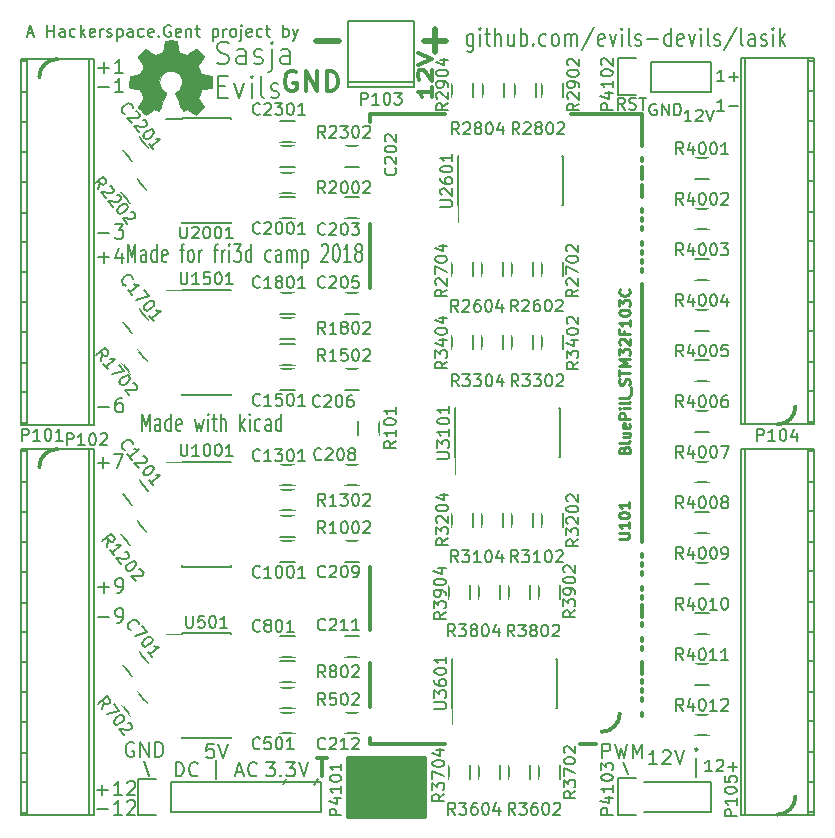
<source format=gbr>
G04 #@! TF.FileFunction,Legend,Top*
%FSLAX46Y46*%
G04 Gerber Fmt 4.6, Leading zero omitted, Abs format (unit mm)*
G04 Created by KiCad (PCBNEW 4.0.2+dfsg1-stable) date Sun 27 May 2018 08:18:09 CEST*
%MOMM*%
G01*
G04 APERTURE LIST*
%ADD10C,0.100000*%
%ADD11C,0.200000*%
%ADD12C,0.150000*%
%ADD13C,0.500000*%
%ADD14C,0.350000*%
%ADD15C,0.300000*%
%ADD16C,0.304800*%
%ADD17C,0.002540*%
%ADD18C,0.222250*%
%ADD19C,0.254000*%
%ADD20O,2.398980X2.398980*%
%ADD21R,2.398980X2.398980*%
%ADD22O,2.650000X2.127200*%
%ADD23R,2.650000X2.127200*%
%ADD24O,2.127200X2.432000*%
%ADD25R,2.127200X2.432000*%
%ADD26R,1.900000X1.700000*%
%ADD27R,1.900000X1.000000*%
%ADD28R,1.000000X1.900000*%
%ADD29R,1.700000X1.900000*%
G04 APERTURE END LIST*
D10*
D11*
X24168838Y-47516171D02*
X24168838Y-46016171D01*
X24502172Y-47087600D01*
X24835505Y-46016171D01*
X24835505Y-47516171D01*
X25740267Y-47516171D02*
X25740267Y-46730457D01*
X25692648Y-46587600D01*
X25597410Y-46516171D01*
X25406933Y-46516171D01*
X25311695Y-46587600D01*
X25740267Y-47444743D02*
X25645029Y-47516171D01*
X25406933Y-47516171D01*
X25311695Y-47444743D01*
X25264076Y-47301886D01*
X25264076Y-47159029D01*
X25311695Y-47016171D01*
X25406933Y-46944743D01*
X25645029Y-46944743D01*
X25740267Y-46873314D01*
X26645029Y-47516171D02*
X26645029Y-46016171D01*
X26645029Y-47444743D02*
X26549791Y-47516171D01*
X26359314Y-47516171D01*
X26264076Y-47444743D01*
X26216457Y-47373314D01*
X26168838Y-47230457D01*
X26168838Y-46801886D01*
X26216457Y-46659029D01*
X26264076Y-46587600D01*
X26359314Y-46516171D01*
X26549791Y-46516171D01*
X26645029Y-46587600D01*
X27502172Y-47444743D02*
X27406934Y-47516171D01*
X27216457Y-47516171D01*
X27121219Y-47444743D01*
X27073600Y-47301886D01*
X27073600Y-46730457D01*
X27121219Y-46587600D01*
X27216457Y-46516171D01*
X27406934Y-46516171D01*
X27502172Y-46587600D01*
X27549791Y-46730457D01*
X27549791Y-46873314D01*
X27073600Y-47016171D01*
X28645029Y-46516171D02*
X28835505Y-47516171D01*
X29025982Y-46801886D01*
X29216458Y-47516171D01*
X29406934Y-46516171D01*
X29787886Y-47516171D02*
X29787886Y-46516171D01*
X29787886Y-46016171D02*
X29740267Y-46087600D01*
X29787886Y-46159029D01*
X29835505Y-46087600D01*
X29787886Y-46016171D01*
X29787886Y-46159029D01*
X30121219Y-46516171D02*
X30502171Y-46516171D01*
X30264076Y-46016171D02*
X30264076Y-47301886D01*
X30311695Y-47444743D01*
X30406933Y-47516171D01*
X30502171Y-47516171D01*
X30835505Y-47516171D02*
X30835505Y-46016171D01*
X31264077Y-47516171D02*
X31264077Y-46730457D01*
X31216458Y-46587600D01*
X31121220Y-46516171D01*
X30978362Y-46516171D01*
X30883124Y-46587600D01*
X30835505Y-46659029D01*
X32502172Y-47516171D02*
X32502172Y-46016171D01*
X32597410Y-46944743D02*
X32883125Y-47516171D01*
X32883125Y-46516171D02*
X32502172Y-47087600D01*
X33311696Y-47516171D02*
X33311696Y-46516171D01*
X33311696Y-46016171D02*
X33264077Y-46087600D01*
X33311696Y-46159029D01*
X33359315Y-46087600D01*
X33311696Y-46016171D01*
X33311696Y-46159029D01*
X34216458Y-47444743D02*
X34121220Y-47516171D01*
X33930743Y-47516171D01*
X33835505Y-47444743D01*
X33787886Y-47373314D01*
X33740267Y-47230457D01*
X33740267Y-46801886D01*
X33787886Y-46659029D01*
X33835505Y-46587600D01*
X33930743Y-46516171D01*
X34121220Y-46516171D01*
X34216458Y-46587600D01*
X35073601Y-47516171D02*
X35073601Y-46730457D01*
X35025982Y-46587600D01*
X34930744Y-46516171D01*
X34740267Y-46516171D01*
X34645029Y-46587600D01*
X35073601Y-47444743D02*
X34978363Y-47516171D01*
X34740267Y-47516171D01*
X34645029Y-47444743D01*
X34597410Y-47301886D01*
X34597410Y-47159029D01*
X34645029Y-47016171D01*
X34740267Y-46944743D01*
X34978363Y-46944743D01*
X35073601Y-46873314D01*
X35978363Y-47516171D02*
X35978363Y-46016171D01*
X35978363Y-47444743D02*
X35883125Y-47516171D01*
X35692648Y-47516171D01*
X35597410Y-47444743D01*
X35549791Y-47373314D01*
X35502172Y-47230457D01*
X35502172Y-46801886D01*
X35549791Y-46659029D01*
X35597410Y-46587600D01*
X35692648Y-46516171D01*
X35883125Y-46516171D01*
X35978363Y-46587600D01*
X22962837Y-33190571D02*
X22962837Y-31690571D01*
X23296171Y-32762000D01*
X23629504Y-31690571D01*
X23629504Y-33190571D01*
X24534266Y-33190571D02*
X24534266Y-32404857D01*
X24486647Y-32262000D01*
X24391409Y-32190571D01*
X24200932Y-32190571D01*
X24105694Y-32262000D01*
X24534266Y-33119143D02*
X24439028Y-33190571D01*
X24200932Y-33190571D01*
X24105694Y-33119143D01*
X24058075Y-32976286D01*
X24058075Y-32833429D01*
X24105694Y-32690571D01*
X24200932Y-32619143D01*
X24439028Y-32619143D01*
X24534266Y-32547714D01*
X25439028Y-33190571D02*
X25439028Y-31690571D01*
X25439028Y-33119143D02*
X25343790Y-33190571D01*
X25153313Y-33190571D01*
X25058075Y-33119143D01*
X25010456Y-33047714D01*
X24962837Y-32904857D01*
X24962837Y-32476286D01*
X25010456Y-32333429D01*
X25058075Y-32262000D01*
X25153313Y-32190571D01*
X25343790Y-32190571D01*
X25439028Y-32262000D01*
X26296171Y-33119143D02*
X26200933Y-33190571D01*
X26010456Y-33190571D01*
X25915218Y-33119143D01*
X25867599Y-32976286D01*
X25867599Y-32404857D01*
X25915218Y-32262000D01*
X26010456Y-32190571D01*
X26200933Y-32190571D01*
X26296171Y-32262000D01*
X26343790Y-32404857D01*
X26343790Y-32547714D01*
X25867599Y-32690571D01*
X27391409Y-32190571D02*
X27772361Y-32190571D01*
X27534266Y-33190571D02*
X27534266Y-31904857D01*
X27581885Y-31762000D01*
X27677123Y-31690571D01*
X27772361Y-31690571D01*
X28248552Y-33190571D02*
X28153314Y-33119143D01*
X28105695Y-33047714D01*
X28058076Y-32904857D01*
X28058076Y-32476286D01*
X28105695Y-32333429D01*
X28153314Y-32262000D01*
X28248552Y-32190571D01*
X28391410Y-32190571D01*
X28486648Y-32262000D01*
X28534267Y-32333429D01*
X28581886Y-32476286D01*
X28581886Y-32904857D01*
X28534267Y-33047714D01*
X28486648Y-33119143D01*
X28391410Y-33190571D01*
X28248552Y-33190571D01*
X29010457Y-33190571D02*
X29010457Y-32190571D01*
X29010457Y-32476286D02*
X29058076Y-32333429D01*
X29105695Y-32262000D01*
X29200933Y-32190571D01*
X29296172Y-32190571D01*
X30248553Y-32190571D02*
X30629505Y-32190571D01*
X30391410Y-33190571D02*
X30391410Y-31904857D01*
X30439029Y-31762000D01*
X30534267Y-31690571D01*
X30629505Y-31690571D01*
X30962839Y-33190571D02*
X30962839Y-32190571D01*
X30962839Y-32476286D02*
X31010458Y-32333429D01*
X31058077Y-32262000D01*
X31153315Y-32190571D01*
X31248554Y-32190571D01*
X31581887Y-33190571D02*
X31581887Y-32190571D01*
X31581887Y-31690571D02*
X31534268Y-31762000D01*
X31581887Y-31833429D01*
X31629506Y-31762000D01*
X31581887Y-31690571D01*
X31581887Y-31833429D01*
X31962839Y-31690571D02*
X32581887Y-31690571D01*
X32248553Y-32262000D01*
X32391411Y-32262000D01*
X32486649Y-32333429D01*
X32534268Y-32404857D01*
X32581887Y-32547714D01*
X32581887Y-32904857D01*
X32534268Y-33047714D01*
X32486649Y-33119143D01*
X32391411Y-33190571D01*
X32105696Y-33190571D01*
X32010458Y-33119143D01*
X31962839Y-33047714D01*
X33439030Y-33190571D02*
X33439030Y-31690571D01*
X33439030Y-33119143D02*
X33343792Y-33190571D01*
X33153315Y-33190571D01*
X33058077Y-33119143D01*
X33010458Y-33047714D01*
X32962839Y-32904857D01*
X32962839Y-32476286D01*
X33010458Y-32333429D01*
X33058077Y-32262000D01*
X33153315Y-32190571D01*
X33343792Y-32190571D01*
X33439030Y-32262000D01*
X35105697Y-33119143D02*
X35010459Y-33190571D01*
X34819982Y-33190571D01*
X34724744Y-33119143D01*
X34677125Y-33047714D01*
X34629506Y-32904857D01*
X34629506Y-32476286D01*
X34677125Y-32333429D01*
X34724744Y-32262000D01*
X34819982Y-32190571D01*
X35010459Y-32190571D01*
X35105697Y-32262000D01*
X35962840Y-33190571D02*
X35962840Y-32404857D01*
X35915221Y-32262000D01*
X35819983Y-32190571D01*
X35629506Y-32190571D01*
X35534268Y-32262000D01*
X35962840Y-33119143D02*
X35867602Y-33190571D01*
X35629506Y-33190571D01*
X35534268Y-33119143D01*
X35486649Y-32976286D01*
X35486649Y-32833429D01*
X35534268Y-32690571D01*
X35629506Y-32619143D01*
X35867602Y-32619143D01*
X35962840Y-32547714D01*
X36439030Y-33190571D02*
X36439030Y-32190571D01*
X36439030Y-32333429D02*
X36486649Y-32262000D01*
X36581887Y-32190571D01*
X36724745Y-32190571D01*
X36819983Y-32262000D01*
X36867602Y-32404857D01*
X36867602Y-33190571D01*
X36867602Y-32404857D02*
X36915221Y-32262000D01*
X37010459Y-32190571D01*
X37153316Y-32190571D01*
X37248554Y-32262000D01*
X37296173Y-32404857D01*
X37296173Y-33190571D01*
X37772363Y-32190571D02*
X37772363Y-33690571D01*
X37772363Y-32262000D02*
X37867601Y-32190571D01*
X38058078Y-32190571D01*
X38153316Y-32262000D01*
X38200935Y-32333429D01*
X38248554Y-32476286D01*
X38248554Y-32904857D01*
X38200935Y-33047714D01*
X38153316Y-33119143D01*
X38058078Y-33190571D01*
X37867601Y-33190571D01*
X37772363Y-33119143D01*
X39391411Y-31833429D02*
X39439030Y-31762000D01*
X39534268Y-31690571D01*
X39772364Y-31690571D01*
X39867602Y-31762000D01*
X39915221Y-31833429D01*
X39962840Y-31976286D01*
X39962840Y-32119143D01*
X39915221Y-32333429D01*
X39343792Y-33190571D01*
X39962840Y-33190571D01*
X40581887Y-31690571D02*
X40677126Y-31690571D01*
X40772364Y-31762000D01*
X40819983Y-31833429D01*
X40867602Y-31976286D01*
X40915221Y-32262000D01*
X40915221Y-32619143D01*
X40867602Y-32904857D01*
X40819983Y-33047714D01*
X40772364Y-33119143D01*
X40677126Y-33190571D01*
X40581887Y-33190571D01*
X40486649Y-33119143D01*
X40439030Y-33047714D01*
X40391411Y-32904857D01*
X40343792Y-32619143D01*
X40343792Y-32262000D01*
X40391411Y-31976286D01*
X40439030Y-31833429D01*
X40486649Y-31762000D01*
X40581887Y-31690571D01*
X41867602Y-33190571D02*
X41296173Y-33190571D01*
X41581887Y-33190571D02*
X41581887Y-31690571D01*
X41486649Y-31904857D01*
X41391411Y-32047714D01*
X41296173Y-32119143D01*
X42439030Y-32333429D02*
X42343792Y-32262000D01*
X42296173Y-32190571D01*
X42248554Y-32047714D01*
X42248554Y-31976286D01*
X42296173Y-31833429D01*
X42343792Y-31762000D01*
X42439030Y-31690571D01*
X42629507Y-31690571D01*
X42724745Y-31762000D01*
X42772364Y-31833429D01*
X42819983Y-31976286D01*
X42819983Y-32047714D01*
X42772364Y-32190571D01*
X42724745Y-32262000D01*
X42629507Y-32333429D01*
X42439030Y-32333429D01*
X42343792Y-32404857D01*
X42296173Y-32476286D01*
X42248554Y-32619143D01*
X42248554Y-32904857D01*
X42296173Y-33047714D01*
X42343792Y-33119143D01*
X42439030Y-33190571D01*
X42629507Y-33190571D01*
X42724745Y-33119143D01*
X42772364Y-33047714D01*
X42819983Y-32904857D01*
X42819983Y-32619143D01*
X42772364Y-32476286D01*
X42724745Y-32404857D01*
X42629507Y-32333429D01*
X30549810Y-16357048D02*
X30792667Y-16447524D01*
X31197429Y-16447524D01*
X31359333Y-16357048D01*
X31440286Y-16266571D01*
X31521238Y-16085619D01*
X31521238Y-15904667D01*
X31440286Y-15723714D01*
X31359333Y-15633238D01*
X31197429Y-15542762D01*
X30873619Y-15452286D01*
X30711714Y-15361810D01*
X30630762Y-15271333D01*
X30549810Y-15090381D01*
X30549810Y-14909429D01*
X30630762Y-14728476D01*
X30711714Y-14638000D01*
X30873619Y-14547524D01*
X31278381Y-14547524D01*
X31521238Y-14638000D01*
X32978381Y-16447524D02*
X32978381Y-15452286D01*
X32897429Y-15271333D01*
X32735524Y-15180857D01*
X32411715Y-15180857D01*
X32249810Y-15271333D01*
X32978381Y-16357048D02*
X32816477Y-16447524D01*
X32411715Y-16447524D01*
X32249810Y-16357048D01*
X32168858Y-16176095D01*
X32168858Y-15995143D01*
X32249810Y-15814190D01*
X32411715Y-15723714D01*
X32816477Y-15723714D01*
X32978381Y-15633238D01*
X33706953Y-16357048D02*
X33868857Y-16447524D01*
X34192667Y-16447524D01*
X34354572Y-16357048D01*
X34435524Y-16176095D01*
X34435524Y-16085619D01*
X34354572Y-15904667D01*
X34192667Y-15814190D01*
X33949810Y-15814190D01*
X33787905Y-15723714D01*
X33706953Y-15542762D01*
X33706953Y-15452286D01*
X33787905Y-15271333D01*
X33949810Y-15180857D01*
X34192667Y-15180857D01*
X34354572Y-15271333D01*
X35164095Y-15180857D02*
X35164095Y-16809429D01*
X35083143Y-16990381D01*
X34921238Y-17080857D01*
X34840285Y-17080857D01*
X35164095Y-14547524D02*
X35083143Y-14638000D01*
X35164095Y-14728476D01*
X35245047Y-14638000D01*
X35164095Y-14547524D01*
X35164095Y-14728476D01*
X36702190Y-16447524D02*
X36702190Y-15452286D01*
X36621238Y-15271333D01*
X36459333Y-15180857D01*
X36135524Y-15180857D01*
X35973619Y-15271333D01*
X36702190Y-16357048D02*
X36540286Y-16447524D01*
X36135524Y-16447524D01*
X35973619Y-16357048D01*
X35892667Y-16176095D01*
X35892667Y-15995143D01*
X35973619Y-15814190D01*
X36135524Y-15723714D01*
X36540286Y-15723714D01*
X36702190Y-15633238D01*
X30630762Y-18312286D02*
X31197429Y-18312286D01*
X31440286Y-19307524D02*
X30630762Y-19307524D01*
X30630762Y-17407524D01*
X31440286Y-17407524D01*
X32006952Y-18040857D02*
X32411714Y-19307524D01*
X32816476Y-18040857D01*
X33464095Y-19307524D02*
X33464095Y-18040857D01*
X33464095Y-17407524D02*
X33383143Y-17498000D01*
X33464095Y-17588476D01*
X33545047Y-17498000D01*
X33464095Y-17407524D01*
X33464095Y-17588476D01*
X34516476Y-19307524D02*
X34354571Y-19217048D01*
X34273619Y-19036095D01*
X34273619Y-17407524D01*
X35083143Y-19217048D02*
X35245047Y-19307524D01*
X35568857Y-19307524D01*
X35730762Y-19217048D01*
X35811714Y-19036095D01*
X35811714Y-18945619D01*
X35730762Y-18764667D01*
X35568857Y-18674190D01*
X35326000Y-18674190D01*
X35164095Y-18583714D01*
X35083143Y-18402762D01*
X35083143Y-18312286D01*
X35164095Y-18131333D01*
X35326000Y-18040857D01*
X35568857Y-18040857D01*
X35730762Y-18131333D01*
D12*
X14504827Y-13831867D02*
X14981018Y-13831867D01*
X14409589Y-14117581D02*
X14742922Y-13117581D01*
X15076256Y-14117581D01*
X16171494Y-14117581D02*
X16171494Y-13117581D01*
X16171494Y-13593771D02*
X16742923Y-13593771D01*
X16742923Y-14117581D02*
X16742923Y-13117581D01*
X17647685Y-14117581D02*
X17647685Y-13593771D01*
X17600066Y-13498533D01*
X17504828Y-13450914D01*
X17314351Y-13450914D01*
X17219113Y-13498533D01*
X17647685Y-14069962D02*
X17552447Y-14117581D01*
X17314351Y-14117581D01*
X17219113Y-14069962D01*
X17171494Y-13974724D01*
X17171494Y-13879486D01*
X17219113Y-13784248D01*
X17314351Y-13736629D01*
X17552447Y-13736629D01*
X17647685Y-13689010D01*
X18552447Y-14069962D02*
X18457209Y-14117581D01*
X18266732Y-14117581D01*
X18171494Y-14069962D01*
X18123875Y-14022343D01*
X18076256Y-13927105D01*
X18076256Y-13641390D01*
X18123875Y-13546152D01*
X18171494Y-13498533D01*
X18266732Y-13450914D01*
X18457209Y-13450914D01*
X18552447Y-13498533D01*
X18981018Y-14117581D02*
X18981018Y-13117581D01*
X19076256Y-13736629D02*
X19361971Y-14117581D01*
X19361971Y-13450914D02*
X18981018Y-13831867D01*
X20171495Y-14069962D02*
X20076257Y-14117581D01*
X19885780Y-14117581D01*
X19790542Y-14069962D01*
X19742923Y-13974724D01*
X19742923Y-13593771D01*
X19790542Y-13498533D01*
X19885780Y-13450914D01*
X20076257Y-13450914D01*
X20171495Y-13498533D01*
X20219114Y-13593771D01*
X20219114Y-13689010D01*
X19742923Y-13784248D01*
X20647685Y-14117581D02*
X20647685Y-13450914D01*
X20647685Y-13641390D02*
X20695304Y-13546152D01*
X20742923Y-13498533D01*
X20838161Y-13450914D01*
X20933400Y-13450914D01*
X21219114Y-14069962D02*
X21314352Y-14117581D01*
X21504828Y-14117581D01*
X21600067Y-14069962D01*
X21647686Y-13974724D01*
X21647686Y-13927105D01*
X21600067Y-13831867D01*
X21504828Y-13784248D01*
X21361971Y-13784248D01*
X21266733Y-13736629D01*
X21219114Y-13641390D01*
X21219114Y-13593771D01*
X21266733Y-13498533D01*
X21361971Y-13450914D01*
X21504828Y-13450914D01*
X21600067Y-13498533D01*
X22076257Y-13450914D02*
X22076257Y-14450914D01*
X22076257Y-13498533D02*
X22171495Y-13450914D01*
X22361972Y-13450914D01*
X22457210Y-13498533D01*
X22504829Y-13546152D01*
X22552448Y-13641390D01*
X22552448Y-13927105D01*
X22504829Y-14022343D01*
X22457210Y-14069962D01*
X22361972Y-14117581D01*
X22171495Y-14117581D01*
X22076257Y-14069962D01*
X23409591Y-14117581D02*
X23409591Y-13593771D01*
X23361972Y-13498533D01*
X23266734Y-13450914D01*
X23076257Y-13450914D01*
X22981019Y-13498533D01*
X23409591Y-14069962D02*
X23314353Y-14117581D01*
X23076257Y-14117581D01*
X22981019Y-14069962D01*
X22933400Y-13974724D01*
X22933400Y-13879486D01*
X22981019Y-13784248D01*
X23076257Y-13736629D01*
X23314353Y-13736629D01*
X23409591Y-13689010D01*
X24314353Y-14069962D02*
X24219115Y-14117581D01*
X24028638Y-14117581D01*
X23933400Y-14069962D01*
X23885781Y-14022343D01*
X23838162Y-13927105D01*
X23838162Y-13641390D01*
X23885781Y-13546152D01*
X23933400Y-13498533D01*
X24028638Y-13450914D01*
X24219115Y-13450914D01*
X24314353Y-13498533D01*
X25123877Y-14069962D02*
X25028639Y-14117581D01*
X24838162Y-14117581D01*
X24742924Y-14069962D01*
X24695305Y-13974724D01*
X24695305Y-13593771D01*
X24742924Y-13498533D01*
X24838162Y-13450914D01*
X25028639Y-13450914D01*
X25123877Y-13498533D01*
X25171496Y-13593771D01*
X25171496Y-13689010D01*
X24695305Y-13784248D01*
X25600067Y-14022343D02*
X25647686Y-14069962D01*
X25600067Y-14117581D01*
X25552448Y-14069962D01*
X25600067Y-14022343D01*
X25600067Y-14117581D01*
X26600067Y-13165200D02*
X26504829Y-13117581D01*
X26361972Y-13117581D01*
X26219114Y-13165200D01*
X26123876Y-13260438D01*
X26076257Y-13355676D01*
X26028638Y-13546152D01*
X26028638Y-13689010D01*
X26076257Y-13879486D01*
X26123876Y-13974724D01*
X26219114Y-14069962D01*
X26361972Y-14117581D01*
X26457210Y-14117581D01*
X26600067Y-14069962D01*
X26647686Y-14022343D01*
X26647686Y-13689010D01*
X26457210Y-13689010D01*
X27457210Y-14069962D02*
X27361972Y-14117581D01*
X27171495Y-14117581D01*
X27076257Y-14069962D01*
X27028638Y-13974724D01*
X27028638Y-13593771D01*
X27076257Y-13498533D01*
X27171495Y-13450914D01*
X27361972Y-13450914D01*
X27457210Y-13498533D01*
X27504829Y-13593771D01*
X27504829Y-13689010D01*
X27028638Y-13784248D01*
X27933400Y-13450914D02*
X27933400Y-14117581D01*
X27933400Y-13546152D02*
X27981019Y-13498533D01*
X28076257Y-13450914D01*
X28219115Y-13450914D01*
X28314353Y-13498533D01*
X28361972Y-13593771D01*
X28361972Y-14117581D01*
X28695305Y-13450914D02*
X29076257Y-13450914D01*
X28838162Y-13117581D02*
X28838162Y-13974724D01*
X28885781Y-14069962D01*
X28981019Y-14117581D01*
X29076257Y-14117581D01*
X30171496Y-13450914D02*
X30171496Y-14450914D01*
X30171496Y-13498533D02*
X30266734Y-13450914D01*
X30457211Y-13450914D01*
X30552449Y-13498533D01*
X30600068Y-13546152D01*
X30647687Y-13641390D01*
X30647687Y-13927105D01*
X30600068Y-14022343D01*
X30552449Y-14069962D01*
X30457211Y-14117581D01*
X30266734Y-14117581D01*
X30171496Y-14069962D01*
X31076258Y-14117581D02*
X31076258Y-13450914D01*
X31076258Y-13641390D02*
X31123877Y-13546152D01*
X31171496Y-13498533D01*
X31266734Y-13450914D01*
X31361973Y-13450914D01*
X31838163Y-14117581D02*
X31742925Y-14069962D01*
X31695306Y-14022343D01*
X31647687Y-13927105D01*
X31647687Y-13641390D01*
X31695306Y-13546152D01*
X31742925Y-13498533D01*
X31838163Y-13450914D01*
X31981021Y-13450914D01*
X32076259Y-13498533D01*
X32123878Y-13546152D01*
X32171497Y-13641390D01*
X32171497Y-13927105D01*
X32123878Y-14022343D01*
X32076259Y-14069962D01*
X31981021Y-14117581D01*
X31838163Y-14117581D01*
X32600068Y-13450914D02*
X32600068Y-14308057D01*
X32552449Y-14403295D01*
X32457211Y-14450914D01*
X32409592Y-14450914D01*
X32600068Y-13117581D02*
X32552449Y-13165200D01*
X32600068Y-13212819D01*
X32647687Y-13165200D01*
X32600068Y-13117581D01*
X32600068Y-13212819D01*
X33457211Y-14069962D02*
X33361973Y-14117581D01*
X33171496Y-14117581D01*
X33076258Y-14069962D01*
X33028639Y-13974724D01*
X33028639Y-13593771D01*
X33076258Y-13498533D01*
X33171496Y-13450914D01*
X33361973Y-13450914D01*
X33457211Y-13498533D01*
X33504830Y-13593771D01*
X33504830Y-13689010D01*
X33028639Y-13784248D01*
X34361973Y-14069962D02*
X34266735Y-14117581D01*
X34076258Y-14117581D01*
X33981020Y-14069962D01*
X33933401Y-14022343D01*
X33885782Y-13927105D01*
X33885782Y-13641390D01*
X33933401Y-13546152D01*
X33981020Y-13498533D01*
X34076258Y-13450914D01*
X34266735Y-13450914D01*
X34361973Y-13498533D01*
X34647687Y-13450914D02*
X35028639Y-13450914D01*
X34790544Y-13117581D02*
X34790544Y-13974724D01*
X34838163Y-14069962D01*
X34933401Y-14117581D01*
X35028639Y-14117581D01*
X36123878Y-14117581D02*
X36123878Y-13117581D01*
X36123878Y-13498533D02*
X36219116Y-13450914D01*
X36409593Y-13450914D01*
X36504831Y-13498533D01*
X36552450Y-13546152D01*
X36600069Y-13641390D01*
X36600069Y-13927105D01*
X36552450Y-14022343D01*
X36504831Y-14069962D01*
X36409593Y-14117581D01*
X36219116Y-14117581D01*
X36123878Y-14069962D01*
X36933402Y-13450914D02*
X37171497Y-14117581D01*
X37409593Y-13450914D02*
X37171497Y-14117581D01*
X37076259Y-14355676D01*
X37028640Y-14403295D01*
X36933402Y-14450914D01*
D11*
X52236715Y-13902571D02*
X52236715Y-15116857D01*
X52179572Y-15259714D01*
X52122429Y-15331143D01*
X52008144Y-15402571D01*
X51836715Y-15402571D01*
X51722429Y-15331143D01*
X52236715Y-14831143D02*
X52122429Y-14902571D01*
X51893858Y-14902571D01*
X51779572Y-14831143D01*
X51722429Y-14759714D01*
X51665286Y-14616857D01*
X51665286Y-14188286D01*
X51722429Y-14045429D01*
X51779572Y-13974000D01*
X51893858Y-13902571D01*
X52122429Y-13902571D01*
X52236715Y-13974000D01*
X52808143Y-14902571D02*
X52808143Y-13902571D01*
X52808143Y-13402571D02*
X52751000Y-13474000D01*
X52808143Y-13545429D01*
X52865286Y-13474000D01*
X52808143Y-13402571D01*
X52808143Y-13545429D01*
X53208144Y-13902571D02*
X53665287Y-13902571D01*
X53379572Y-13402571D02*
X53379572Y-14688286D01*
X53436715Y-14831143D01*
X53551001Y-14902571D01*
X53665287Y-14902571D01*
X54065286Y-14902571D02*
X54065286Y-13402571D01*
X54579572Y-14902571D02*
X54579572Y-14116857D01*
X54522429Y-13974000D01*
X54408143Y-13902571D01*
X54236715Y-13902571D01*
X54122429Y-13974000D01*
X54065286Y-14045429D01*
X55665286Y-13902571D02*
X55665286Y-14902571D01*
X55151000Y-13902571D02*
X55151000Y-14688286D01*
X55208143Y-14831143D01*
X55322429Y-14902571D01*
X55493857Y-14902571D01*
X55608143Y-14831143D01*
X55665286Y-14759714D01*
X56236714Y-14902571D02*
X56236714Y-13402571D01*
X56236714Y-13974000D02*
X56351000Y-13902571D01*
X56579571Y-13902571D01*
X56693857Y-13974000D01*
X56751000Y-14045429D01*
X56808143Y-14188286D01*
X56808143Y-14616857D01*
X56751000Y-14759714D01*
X56693857Y-14831143D01*
X56579571Y-14902571D01*
X56351000Y-14902571D01*
X56236714Y-14831143D01*
X57322428Y-14759714D02*
X57379571Y-14831143D01*
X57322428Y-14902571D01*
X57265285Y-14831143D01*
X57322428Y-14759714D01*
X57322428Y-14902571D01*
X58408143Y-14831143D02*
X58293857Y-14902571D01*
X58065286Y-14902571D01*
X57951000Y-14831143D01*
X57893857Y-14759714D01*
X57836714Y-14616857D01*
X57836714Y-14188286D01*
X57893857Y-14045429D01*
X57951000Y-13974000D01*
X58065286Y-13902571D01*
X58293857Y-13902571D01*
X58408143Y-13974000D01*
X59093857Y-14902571D02*
X58979571Y-14831143D01*
X58922428Y-14759714D01*
X58865285Y-14616857D01*
X58865285Y-14188286D01*
X58922428Y-14045429D01*
X58979571Y-13974000D01*
X59093857Y-13902571D01*
X59265285Y-13902571D01*
X59379571Y-13974000D01*
X59436714Y-14045429D01*
X59493857Y-14188286D01*
X59493857Y-14616857D01*
X59436714Y-14759714D01*
X59379571Y-14831143D01*
X59265285Y-14902571D01*
X59093857Y-14902571D01*
X60008142Y-14902571D02*
X60008142Y-13902571D01*
X60008142Y-14045429D02*
X60065285Y-13974000D01*
X60179571Y-13902571D01*
X60350999Y-13902571D01*
X60465285Y-13974000D01*
X60522428Y-14116857D01*
X60522428Y-14902571D01*
X60522428Y-14116857D02*
X60579571Y-13974000D01*
X60693857Y-13902571D01*
X60865285Y-13902571D01*
X60979571Y-13974000D01*
X61036714Y-14116857D01*
X61036714Y-14902571D01*
X62465285Y-13331143D02*
X61436714Y-15259714D01*
X63322428Y-14831143D02*
X63208142Y-14902571D01*
X62979571Y-14902571D01*
X62865285Y-14831143D01*
X62808142Y-14688286D01*
X62808142Y-14116857D01*
X62865285Y-13974000D01*
X62979571Y-13902571D01*
X63208142Y-13902571D01*
X63322428Y-13974000D01*
X63379571Y-14116857D01*
X63379571Y-14259714D01*
X62808142Y-14402571D01*
X63779571Y-13902571D02*
X64065285Y-14902571D01*
X64350999Y-13902571D01*
X64808142Y-14902571D02*
X64808142Y-13902571D01*
X64808142Y-13402571D02*
X64750999Y-13474000D01*
X64808142Y-13545429D01*
X64865285Y-13474000D01*
X64808142Y-13402571D01*
X64808142Y-13545429D01*
X65551000Y-14902571D02*
X65436714Y-14831143D01*
X65379571Y-14688286D01*
X65379571Y-13402571D01*
X65950999Y-14831143D02*
X66065285Y-14902571D01*
X66293857Y-14902571D01*
X66408142Y-14831143D01*
X66465285Y-14688286D01*
X66465285Y-14616857D01*
X66408142Y-14474000D01*
X66293857Y-14402571D01*
X66122428Y-14402571D01*
X66008142Y-14331143D01*
X65950999Y-14188286D01*
X65950999Y-14116857D01*
X66008142Y-13974000D01*
X66122428Y-13902571D01*
X66293857Y-13902571D01*
X66408142Y-13974000D01*
X66979571Y-14331143D02*
X67893857Y-14331143D01*
X68979571Y-14902571D02*
X68979571Y-13402571D01*
X68979571Y-14831143D02*
X68865285Y-14902571D01*
X68636714Y-14902571D01*
X68522428Y-14831143D01*
X68465285Y-14759714D01*
X68408142Y-14616857D01*
X68408142Y-14188286D01*
X68465285Y-14045429D01*
X68522428Y-13974000D01*
X68636714Y-13902571D01*
X68865285Y-13902571D01*
X68979571Y-13974000D01*
X70008142Y-14831143D02*
X69893856Y-14902571D01*
X69665285Y-14902571D01*
X69550999Y-14831143D01*
X69493856Y-14688286D01*
X69493856Y-14116857D01*
X69550999Y-13974000D01*
X69665285Y-13902571D01*
X69893856Y-13902571D01*
X70008142Y-13974000D01*
X70065285Y-14116857D01*
X70065285Y-14259714D01*
X69493856Y-14402571D01*
X70465285Y-13902571D02*
X70750999Y-14902571D01*
X71036713Y-13902571D01*
X71493856Y-14902571D02*
X71493856Y-13902571D01*
X71493856Y-13402571D02*
X71436713Y-13474000D01*
X71493856Y-13545429D01*
X71550999Y-13474000D01*
X71493856Y-13402571D01*
X71493856Y-13545429D01*
X72236714Y-14902571D02*
X72122428Y-14831143D01*
X72065285Y-14688286D01*
X72065285Y-13402571D01*
X72636713Y-14831143D02*
X72750999Y-14902571D01*
X72979571Y-14902571D01*
X73093856Y-14831143D01*
X73150999Y-14688286D01*
X73150999Y-14616857D01*
X73093856Y-14474000D01*
X72979571Y-14402571D01*
X72808142Y-14402571D01*
X72693856Y-14331143D01*
X72636713Y-14188286D01*
X72636713Y-14116857D01*
X72693856Y-13974000D01*
X72808142Y-13902571D01*
X72979571Y-13902571D01*
X73093856Y-13974000D01*
X74522428Y-13331143D02*
X73493857Y-15259714D01*
X75093857Y-14902571D02*
X74979571Y-14831143D01*
X74922428Y-14688286D01*
X74922428Y-13402571D01*
X76065285Y-14902571D02*
X76065285Y-14116857D01*
X76008142Y-13974000D01*
X75893856Y-13902571D01*
X75665285Y-13902571D01*
X75550999Y-13974000D01*
X76065285Y-14831143D02*
X75950999Y-14902571D01*
X75665285Y-14902571D01*
X75550999Y-14831143D01*
X75493856Y-14688286D01*
X75493856Y-14545429D01*
X75550999Y-14402571D01*
X75665285Y-14331143D01*
X75950999Y-14331143D01*
X76065285Y-14259714D01*
X76579570Y-14831143D02*
X76693856Y-14902571D01*
X76922428Y-14902571D01*
X77036713Y-14831143D01*
X77093856Y-14688286D01*
X77093856Y-14616857D01*
X77036713Y-14474000D01*
X76922428Y-14402571D01*
X76750999Y-14402571D01*
X76636713Y-14331143D01*
X76579570Y-14188286D01*
X76579570Y-14116857D01*
X76636713Y-13974000D01*
X76750999Y-13902571D01*
X76922428Y-13902571D01*
X77036713Y-13974000D01*
X77608142Y-14902571D02*
X77608142Y-13902571D01*
X77608142Y-13402571D02*
X77550999Y-13474000D01*
X77608142Y-13545429D01*
X77665285Y-13474000D01*
X77608142Y-13402571D01*
X77608142Y-13545429D01*
X78179571Y-14902571D02*
X78179571Y-13402571D01*
X78293857Y-14331143D02*
X78636714Y-14902571D01*
X78636714Y-13902571D02*
X78179571Y-14474000D01*
D12*
X72444077Y-76322181D02*
X71872648Y-76322181D01*
X72158362Y-76322181D02*
X72158362Y-75322181D01*
X72063124Y-75465038D01*
X71967886Y-75560276D01*
X71872648Y-75607895D01*
X72825029Y-75417419D02*
X72872648Y-75369800D01*
X72967886Y-75322181D01*
X73205982Y-75322181D01*
X73301220Y-75369800D01*
X73348839Y-75417419D01*
X73396458Y-75512657D01*
X73396458Y-75607895D01*
X73348839Y-75750752D01*
X72777410Y-76322181D01*
X73396458Y-76322181D01*
X73825029Y-75941229D02*
X74586934Y-75941229D01*
X74205982Y-76322181D02*
X74205982Y-75560276D01*
X73479067Y-20391381D02*
X72907638Y-20391381D01*
X73193352Y-20391381D02*
X73193352Y-19391381D01*
X73098114Y-19534238D01*
X73002876Y-19629476D01*
X72907638Y-19677095D01*
X73907638Y-20010429D02*
X74669543Y-20010429D01*
X73479067Y-17902181D02*
X72907638Y-17902181D01*
X73193352Y-17902181D02*
X73193352Y-16902181D01*
X73098114Y-17045038D01*
X73002876Y-17140276D01*
X72907638Y-17187895D01*
X73907638Y-17521229D02*
X74669543Y-17521229D01*
X74288591Y-17902181D02*
X74288591Y-17140276D01*
D11*
X20485229Y-45450114D02*
X21399515Y-45450114D01*
X22485229Y-44707257D02*
X22256658Y-44707257D01*
X22142372Y-44764400D01*
X22085229Y-44821543D01*
X21970943Y-44992971D01*
X21913800Y-45221543D01*
X21913800Y-45678686D01*
X21970943Y-45792971D01*
X22028086Y-45850114D01*
X22142372Y-45907257D01*
X22370943Y-45907257D01*
X22485229Y-45850114D01*
X22542372Y-45792971D01*
X22599515Y-45678686D01*
X22599515Y-45392971D01*
X22542372Y-45278686D01*
X22485229Y-45221543D01*
X22370943Y-45164400D01*
X22142372Y-45164400D01*
X22028086Y-45221543D01*
X21970943Y-45278686D01*
X21913800Y-45392971D01*
X20434429Y-50174514D02*
X21348715Y-50174514D01*
X20891572Y-50631657D02*
X20891572Y-49717371D01*
X21805858Y-49431657D02*
X22605858Y-49431657D01*
X22091572Y-50631657D01*
X20485229Y-60715514D02*
X21399515Y-60715514D01*
X20942372Y-61172657D02*
X20942372Y-60258371D01*
X22028086Y-61172657D02*
X22256658Y-61172657D01*
X22370943Y-61115514D01*
X22428086Y-61058371D01*
X22542372Y-60886943D01*
X22599515Y-60658371D01*
X22599515Y-60201229D01*
X22542372Y-60086943D01*
X22485229Y-60029800D01*
X22370943Y-59972657D01*
X22142372Y-59972657D01*
X22028086Y-60029800D01*
X21970943Y-60086943D01*
X21913800Y-60201229D01*
X21913800Y-60486943D01*
X21970943Y-60601229D01*
X22028086Y-60658371D01*
X22142372Y-60715514D01*
X22370943Y-60715514D01*
X22485229Y-60658371D01*
X22542372Y-60601229D01*
X22599515Y-60486943D01*
X20485229Y-63255514D02*
X21399515Y-63255514D01*
X22028086Y-63712657D02*
X22256658Y-63712657D01*
X22370943Y-63655514D01*
X22428086Y-63598371D01*
X22542372Y-63426943D01*
X22599515Y-63198371D01*
X22599515Y-62741229D01*
X22542372Y-62626943D01*
X22485229Y-62569800D01*
X22370943Y-62512657D01*
X22142372Y-62512657D01*
X22028086Y-62569800D01*
X21970943Y-62626943D01*
X21913800Y-62741229D01*
X21913800Y-63026943D01*
X21970943Y-63141229D01*
X22028086Y-63198371D01*
X22142372Y-63255514D01*
X22370943Y-63255514D01*
X22485229Y-63198371D01*
X22542372Y-63141229D01*
X22599515Y-63026943D01*
X20371000Y-79511514D02*
X21285286Y-79511514D01*
X22485286Y-79968657D02*
X21799571Y-79968657D01*
X22142429Y-79968657D02*
X22142429Y-78768657D01*
X22028143Y-78940086D01*
X21913857Y-79054371D01*
X21799571Y-79111514D01*
X22942428Y-78882943D02*
X22999571Y-78825800D01*
X23113857Y-78768657D01*
X23399571Y-78768657D01*
X23513857Y-78825800D01*
X23571000Y-78882943D01*
X23628143Y-78997229D01*
X23628143Y-79111514D01*
X23571000Y-79282943D01*
X22885286Y-79968657D01*
X23628143Y-79968657D01*
X20371000Y-77885914D02*
X21285286Y-77885914D01*
X20828143Y-78343057D02*
X20828143Y-77428771D01*
X22485286Y-78343057D02*
X21799571Y-78343057D01*
X22142429Y-78343057D02*
X22142429Y-77143057D01*
X22028143Y-77314486D01*
X21913857Y-77428771D01*
X21799571Y-77485914D01*
X22942428Y-77257343D02*
X22999571Y-77200200D01*
X23113857Y-77143057D01*
X23399571Y-77143057D01*
X23513857Y-77200200D01*
X23571000Y-77257343D01*
X23628143Y-77371629D01*
X23628143Y-77485914D01*
X23571000Y-77657343D01*
X22885286Y-78343057D01*
X23628143Y-78343057D01*
X20485229Y-30743514D02*
X21399515Y-30743514D01*
X21856658Y-30000657D02*
X22599515Y-30000657D01*
X22199515Y-30457800D01*
X22370943Y-30457800D01*
X22485229Y-30514943D01*
X22542372Y-30572086D01*
X22599515Y-30686371D01*
X22599515Y-30972086D01*
X22542372Y-31086371D01*
X22485229Y-31143514D01*
X22370943Y-31200657D01*
X22028086Y-31200657D01*
X21913800Y-31143514D01*
X21856658Y-31086371D01*
X20485229Y-32775514D02*
X21399515Y-32775514D01*
X20942372Y-33232657D02*
X20942372Y-32318371D01*
X22485229Y-32432657D02*
X22485229Y-33232657D01*
X22199515Y-31975514D02*
X21913800Y-32832657D01*
X22656658Y-32832657D01*
X20485229Y-18373714D02*
X21399515Y-18373714D01*
X22599515Y-18830857D02*
X21913800Y-18830857D01*
X22256658Y-18830857D02*
X22256658Y-17630857D01*
X22142372Y-17802286D01*
X22028086Y-17916571D01*
X21913800Y-17973714D01*
X20485229Y-16748114D02*
X21399515Y-16748114D01*
X20942372Y-17205257D02*
X20942372Y-16290971D01*
X22599515Y-17205257D02*
X21913800Y-17205257D01*
X22256658Y-17205257D02*
X22256658Y-16005257D01*
X22142372Y-16176686D01*
X22028086Y-16290971D01*
X21913800Y-16348114D01*
D13*
X38925619Y-14478771D02*
X40830381Y-14478771D01*
X48044219Y-14453371D02*
X49948981Y-14453371D01*
X48996600Y-15405752D02*
X48996600Y-13500990D01*
D12*
X65060581Y-20289781D02*
X64727247Y-19813590D01*
X64489152Y-20289781D02*
X64489152Y-19289781D01*
X64870105Y-19289781D01*
X64965343Y-19337400D01*
X65012962Y-19385019D01*
X65060581Y-19480257D01*
X65060581Y-19623114D01*
X65012962Y-19718352D01*
X64965343Y-19765971D01*
X64870105Y-19813590D01*
X64489152Y-19813590D01*
X65441533Y-20242162D02*
X65584390Y-20289781D01*
X65822486Y-20289781D01*
X65917724Y-20242162D01*
X65965343Y-20194543D01*
X66012962Y-20099305D01*
X66012962Y-20004067D01*
X65965343Y-19908829D01*
X65917724Y-19861210D01*
X65822486Y-19813590D01*
X65632009Y-19765971D01*
X65536771Y-19718352D01*
X65489152Y-19670733D01*
X65441533Y-19575495D01*
X65441533Y-19480257D01*
X65489152Y-19385019D01*
X65536771Y-19337400D01*
X65632009Y-19289781D01*
X65870105Y-19289781D01*
X66012962Y-19337400D01*
X66298676Y-19289781D02*
X66870105Y-19289781D01*
X66584390Y-20289781D02*
X66584390Y-19289781D01*
X70704153Y-21280381D02*
X70132724Y-21280381D01*
X70418438Y-21280381D02*
X70418438Y-20280381D01*
X70323200Y-20423238D01*
X70227962Y-20518476D01*
X70132724Y-20566095D01*
X71085105Y-20375619D02*
X71132724Y-20328000D01*
X71227962Y-20280381D01*
X71466058Y-20280381D01*
X71561296Y-20328000D01*
X71608915Y-20375619D01*
X71656534Y-20470857D01*
X71656534Y-20566095D01*
X71608915Y-20708952D01*
X71037486Y-21280381D01*
X71656534Y-21280381D01*
X71942248Y-20280381D02*
X72275581Y-21280381D01*
X72608915Y-20280381D01*
X67716496Y-19820000D02*
X67621258Y-19772381D01*
X67478401Y-19772381D01*
X67335543Y-19820000D01*
X67240305Y-19915238D01*
X67192686Y-20010476D01*
X67145067Y-20200952D01*
X67145067Y-20343810D01*
X67192686Y-20534286D01*
X67240305Y-20629524D01*
X67335543Y-20724762D01*
X67478401Y-20772381D01*
X67573639Y-20772381D01*
X67716496Y-20724762D01*
X67764115Y-20677143D01*
X67764115Y-20343810D01*
X67573639Y-20343810D01*
X68192686Y-20772381D02*
X68192686Y-19772381D01*
X68764115Y-20772381D01*
X68764115Y-19772381D01*
X69240305Y-20772381D02*
X69240305Y-19772381D01*
X69478400Y-19772381D01*
X69621258Y-19820000D01*
X69716496Y-19915238D01*
X69764115Y-20010476D01*
X69811734Y-20200952D01*
X69811734Y-20343810D01*
X69764115Y-20534286D01*
X69716496Y-20629524D01*
X69621258Y-20724762D01*
X69478400Y-20772381D01*
X69240305Y-20772381D01*
D14*
X37223862Y-17117960D02*
X37061957Y-17037008D01*
X36819100Y-17037008D01*
X36576243Y-17117960D01*
X36414338Y-17279865D01*
X36333386Y-17441770D01*
X36252434Y-17765579D01*
X36252434Y-18008436D01*
X36333386Y-18332246D01*
X36414338Y-18494150D01*
X36576243Y-18656055D01*
X36819100Y-18737008D01*
X36981005Y-18737008D01*
X37223862Y-18656055D01*
X37304814Y-18575103D01*
X37304814Y-18008436D01*
X36981005Y-18008436D01*
X38033386Y-18737008D02*
X38033386Y-17037008D01*
X39004814Y-18737008D01*
X39004814Y-17037008D01*
X39814338Y-18737008D02*
X39814338Y-17037008D01*
X40219100Y-17037008D01*
X40461957Y-17117960D01*
X40623862Y-17279865D01*
X40704814Y-17441770D01*
X40785766Y-17765579D01*
X40785766Y-18008436D01*
X40704814Y-18332246D01*
X40623862Y-18494150D01*
X40461957Y-18656055D01*
X40219100Y-18737008D01*
X39814338Y-18737008D01*
D15*
X48752057Y-18327571D02*
X48752057Y-19184714D01*
X48752057Y-18756142D02*
X47552057Y-18756142D01*
X47723486Y-18898999D01*
X47837771Y-19041857D01*
X47894914Y-19184714D01*
X47666343Y-17756143D02*
X47609200Y-17684714D01*
X47552057Y-17541857D01*
X47552057Y-17184714D01*
X47609200Y-17041857D01*
X47666343Y-16970428D01*
X47780629Y-16899000D01*
X47894914Y-16899000D01*
X48066343Y-16970428D01*
X48752057Y-17827571D01*
X48752057Y-16899000D01*
X47552057Y-16470429D02*
X48752057Y-15970429D01*
X47552057Y-15470429D01*
D11*
X64897000Y-75488800D02*
X65354200Y-76530200D01*
X71120000Y-76822952D02*
X71120000Y-75156286D01*
X71120000Y-74322952D02*
X71000952Y-74442000D01*
X71120000Y-74561048D01*
X71239048Y-74442000D01*
X71120000Y-74322952D01*
X71120000Y-74561048D01*
X67811744Y-75726857D02*
X67126029Y-75726857D01*
X67468887Y-75726857D02*
X67468887Y-74526857D01*
X67354601Y-74698286D01*
X67240315Y-74812571D01*
X67126029Y-74869714D01*
X68268886Y-74641143D02*
X68326029Y-74584000D01*
X68440315Y-74526857D01*
X68726029Y-74526857D01*
X68840315Y-74584000D01*
X68897458Y-74641143D01*
X68954601Y-74755429D01*
X68954601Y-74869714D01*
X68897458Y-75041143D01*
X68211744Y-75726857D01*
X68954601Y-75726857D01*
X69297458Y-74526857D02*
X69697458Y-75726857D01*
X70097458Y-74526857D01*
X63160485Y-75168057D02*
X63160485Y-73968057D01*
X63617628Y-73968057D01*
X63731914Y-74025200D01*
X63789057Y-74082343D01*
X63846200Y-74196629D01*
X63846200Y-74368057D01*
X63789057Y-74482343D01*
X63731914Y-74539486D01*
X63617628Y-74596629D01*
X63160485Y-74596629D01*
X64246200Y-73968057D02*
X64531914Y-75168057D01*
X64760485Y-74310914D01*
X64989057Y-75168057D01*
X65274771Y-73968057D01*
X65731914Y-75168057D02*
X65731914Y-73968057D01*
X66131914Y-74825200D01*
X66531914Y-73968057D01*
X66531914Y-75168057D01*
X39116000Y-76949300D02*
X38773100Y-77495400D01*
X36372800Y-76949300D02*
X36080700Y-77444600D01*
D15*
X39017629Y-75213471D02*
X39874772Y-75213471D01*
X39446201Y-76713471D02*
X39446201Y-75213471D01*
D11*
X34677572Y-75542857D02*
X35420429Y-75542857D01*
X35020429Y-76000000D01*
X35191857Y-76000000D01*
X35306143Y-76057143D01*
X35363286Y-76114286D01*
X35420429Y-76228571D01*
X35420429Y-76514286D01*
X35363286Y-76628571D01*
X35306143Y-76685714D01*
X35191857Y-76742857D01*
X34849000Y-76742857D01*
X34734714Y-76685714D01*
X34677572Y-76628571D01*
X35934714Y-76628571D02*
X35991857Y-76685714D01*
X35934714Y-76742857D01*
X35877571Y-76685714D01*
X35934714Y-76628571D01*
X35934714Y-76742857D01*
X36391858Y-75542857D02*
X37134715Y-75542857D01*
X36734715Y-76000000D01*
X36906143Y-76000000D01*
X37020429Y-76057143D01*
X37077572Y-76114286D01*
X37134715Y-76228571D01*
X37134715Y-76514286D01*
X37077572Y-76628571D01*
X37020429Y-76685714D01*
X36906143Y-76742857D01*
X36563286Y-76742857D01*
X36449000Y-76685714D01*
X36391858Y-76628571D01*
X37477572Y-75542857D02*
X37877572Y-76742857D01*
X38277572Y-75542857D01*
X32134286Y-76400000D02*
X32705715Y-76400000D01*
X32020001Y-76742857D02*
X32420001Y-75542857D01*
X32820001Y-76742857D01*
X33905715Y-76628571D02*
X33848572Y-76685714D01*
X33677143Y-76742857D01*
X33562857Y-76742857D01*
X33391429Y-76685714D01*
X33277143Y-76571429D01*
X33220000Y-76457143D01*
X33162857Y-76228571D01*
X33162857Y-76057143D01*
X33220000Y-75828571D01*
X33277143Y-75714286D01*
X33391429Y-75600000D01*
X33562857Y-75542857D01*
X33677143Y-75542857D01*
X33848572Y-75600000D01*
X33905715Y-75657143D01*
X30480000Y-76949300D02*
X30480000Y-75323700D01*
X30251429Y-73993457D02*
X29680000Y-73993457D01*
X29622857Y-74564886D01*
X29680000Y-74507743D01*
X29794286Y-74450600D01*
X30080000Y-74450600D01*
X30194286Y-74507743D01*
X30251429Y-74564886D01*
X30308572Y-74679171D01*
X30308572Y-74964886D01*
X30251429Y-75079171D01*
X30194286Y-75136314D01*
X30080000Y-75193457D01*
X29794286Y-75193457D01*
X29680000Y-75136314D01*
X29622857Y-75079171D01*
X30651429Y-73993457D02*
X31051429Y-75193457D01*
X31451429Y-73993457D01*
X27025714Y-76742857D02*
X27025714Y-75542857D01*
X27311429Y-75542857D01*
X27482857Y-75600000D01*
X27597143Y-75714286D01*
X27654286Y-75828571D01*
X27711429Y-76057143D01*
X27711429Y-76228571D01*
X27654286Y-76457143D01*
X27597143Y-76571429D01*
X27482857Y-76685714D01*
X27311429Y-76742857D01*
X27025714Y-76742857D01*
X28911429Y-76628571D02*
X28854286Y-76685714D01*
X28682857Y-76742857D01*
X28568571Y-76742857D01*
X28397143Y-76685714D01*
X28282857Y-76571429D01*
X28225714Y-76457143D01*
X28168571Y-76228571D01*
X28168571Y-76057143D01*
X28225714Y-75828571D01*
X28282857Y-75714286D01*
X28397143Y-75600000D01*
X28568571Y-75542857D01*
X28682857Y-75542857D01*
X28854286Y-75600000D01*
X28911429Y-75657143D01*
X24371300Y-75412600D02*
X24790400Y-76682600D01*
X23482415Y-73923600D02*
X23368129Y-73866457D01*
X23196700Y-73866457D01*
X23025272Y-73923600D01*
X22910986Y-74037886D01*
X22853843Y-74152171D01*
X22796700Y-74380743D01*
X22796700Y-74552171D01*
X22853843Y-74780743D01*
X22910986Y-74895029D01*
X23025272Y-75009314D01*
X23196700Y-75066457D01*
X23310986Y-75066457D01*
X23482415Y-75009314D01*
X23539558Y-74952171D01*
X23539558Y-74552171D01*
X23310986Y-74552171D01*
X24053843Y-75066457D02*
X24053843Y-73866457D01*
X24739558Y-75066457D01*
X24739558Y-73866457D01*
X25310986Y-75066457D02*
X25310986Y-73866457D01*
X25596701Y-73866457D01*
X25768129Y-73923600D01*
X25882415Y-74037886D01*
X25939558Y-74152171D01*
X25996701Y-74380743D01*
X25996701Y-74552171D01*
X25939558Y-74780743D01*
X25882415Y-74895029D01*
X25768129Y-75009314D01*
X25596701Y-75066457D01*
X25310986Y-75066457D01*
D12*
X41656000Y-12750800D02*
X47244000Y-12750800D01*
X47249080Y-17940020D02*
X41650920Y-17940020D01*
X41656000Y-12750800D02*
X41650920Y-18338800D01*
X41650920Y-18338800D02*
X47249080Y-18338800D01*
X47249080Y-18338800D02*
X47244000Y-12750800D01*
D16*
X77978000Y-79970000D02*
G75*
G03X79502000Y-78446000I0J1524000D01*
G01*
D12*
X80578960Y-64476000D02*
X81076800Y-64476000D01*
X81076800Y-48976920D02*
X81076800Y-79975080D01*
X80578960Y-79975080D02*
X80578960Y-48976920D01*
X75277980Y-48976920D02*
X75277980Y-79975080D01*
X74879200Y-79975080D02*
X74879200Y-48976920D01*
X80578960Y-66975360D02*
X81076800Y-66975360D01*
X80578960Y-61976640D02*
X81076800Y-61976640D01*
X80578960Y-69576320D02*
X81076800Y-69576320D01*
X80578960Y-59375680D02*
X81076800Y-59375680D01*
X80578960Y-51776000D02*
X81076800Y-51776000D01*
X80578960Y-54275360D02*
X81076800Y-54275360D01*
X80578960Y-56873780D02*
X81076800Y-56873780D01*
X80578960Y-72075680D02*
X81076800Y-72075680D01*
X80578960Y-74674100D02*
X81076800Y-74674100D01*
X81076800Y-79774420D02*
X80578960Y-79774420D01*
X80578960Y-49177580D02*
X81076800Y-49177580D01*
X81076800Y-77170920D02*
X80578960Y-77170920D01*
X81076800Y-48979460D02*
X74879200Y-48979460D01*
X74879200Y-79972540D02*
X81076800Y-79972540D01*
D16*
X77978000Y-46939200D02*
G75*
G03X79502000Y-45415200I0J1524000D01*
G01*
D12*
X80578960Y-31445200D02*
X81076800Y-31445200D01*
X81076800Y-15946120D02*
X81076800Y-46944280D01*
X80578960Y-46944280D02*
X80578960Y-15946120D01*
X75277980Y-15946120D02*
X75277980Y-46944280D01*
X74879200Y-46944280D02*
X74879200Y-15946120D01*
X80578960Y-33944560D02*
X81076800Y-33944560D01*
X80578960Y-28945840D02*
X81076800Y-28945840D01*
X80578960Y-36545520D02*
X81076800Y-36545520D01*
X80578960Y-26344880D02*
X81076800Y-26344880D01*
X80578960Y-18745200D02*
X81076800Y-18745200D01*
X80578960Y-21244560D02*
X81076800Y-21244560D01*
X80578960Y-23842980D02*
X81076800Y-23842980D01*
X80578960Y-39044880D02*
X81076800Y-39044880D01*
X80578960Y-41643300D02*
X81076800Y-41643300D01*
X81076800Y-46743620D02*
X80578960Y-46743620D01*
X80578960Y-16146780D02*
X81076800Y-16146780D01*
X81076800Y-44140120D02*
X80578960Y-44140120D01*
X81076800Y-15948660D02*
X74879200Y-15948660D01*
X74879200Y-46941740D02*
X81076800Y-46941740D01*
D16*
X17018000Y-49022000D02*
G75*
G03X15494000Y-50546000I0J-1524000D01*
G01*
D12*
X14417040Y-64516000D02*
X13919200Y-64516000D01*
X13919200Y-80015080D02*
X13919200Y-49016920D01*
X14417040Y-49016920D02*
X14417040Y-80015080D01*
X19718020Y-80015080D02*
X19718020Y-49016920D01*
X20116800Y-49016920D02*
X20116800Y-80015080D01*
X14417040Y-62016640D02*
X13919200Y-62016640D01*
X14417040Y-67015360D02*
X13919200Y-67015360D01*
X14417040Y-59415680D02*
X13919200Y-59415680D01*
X14417040Y-69616320D02*
X13919200Y-69616320D01*
X14417040Y-77216000D02*
X13919200Y-77216000D01*
X14417040Y-74716640D02*
X13919200Y-74716640D01*
X14417040Y-72118220D02*
X13919200Y-72118220D01*
X14417040Y-56916320D02*
X13919200Y-56916320D01*
X14417040Y-54317900D02*
X13919200Y-54317900D01*
X13919200Y-49217580D02*
X14417040Y-49217580D01*
X14417040Y-79814420D02*
X13919200Y-79814420D01*
X13919200Y-51821080D02*
X14417040Y-51821080D01*
X13919200Y-80012540D02*
X20116800Y-80012540D01*
X20116800Y-49019460D02*
X13919200Y-49019460D01*
D16*
X17018000Y-16002000D02*
G75*
G03X15494000Y-17526000I0J-1524000D01*
G01*
D12*
X14417040Y-31496000D02*
X13919200Y-31496000D01*
X13919200Y-46995080D02*
X13919200Y-15996920D01*
X14417040Y-15996920D02*
X14417040Y-46995080D01*
X19718020Y-46995080D02*
X19718020Y-15996920D01*
X20116800Y-15996920D02*
X20116800Y-46995080D01*
X14417040Y-28996640D02*
X13919200Y-28996640D01*
X14417040Y-33995360D02*
X13919200Y-33995360D01*
X14417040Y-26395680D02*
X13919200Y-26395680D01*
X14417040Y-36596320D02*
X13919200Y-36596320D01*
X14417040Y-44196000D02*
X13919200Y-44196000D01*
X14417040Y-41696640D02*
X13919200Y-41696640D01*
X14417040Y-39098220D02*
X13919200Y-39098220D01*
X14417040Y-23896320D02*
X13919200Y-23896320D01*
X14417040Y-21297900D02*
X13919200Y-21297900D01*
X13919200Y-16197580D02*
X14417040Y-16197580D01*
X14417040Y-46794420D02*
X13919200Y-46794420D01*
X13919200Y-18801080D02*
X14417040Y-18801080D01*
X13919200Y-46992540D02*
X20116800Y-46992540D01*
X20116800Y-15999460D02*
X13919200Y-15999460D01*
D16*
X63110401Y-72956401D02*
G75*
G03X64634401Y-71432401I0J1524000D01*
G01*
X66494337Y-20623275D02*
X66494337Y-23366475D01*
X66494337Y-20623275D02*
X60499937Y-20623275D01*
X43481937Y-20623275D02*
X49857337Y-20623275D01*
X66494337Y-56894475D02*
X66494337Y-35050475D01*
X66494337Y-58164475D02*
X66494337Y-57910475D01*
X66494337Y-58926475D02*
X66494337Y-58672475D01*
X66494337Y-59688475D02*
X66494337Y-59434475D01*
X66494337Y-60958475D02*
X66494337Y-60704475D01*
X66494337Y-61720475D02*
X66494337Y-61466475D01*
X66494337Y-63244475D02*
X66494337Y-62228475D01*
X66494337Y-64006475D02*
X66494337Y-63752475D01*
X66494337Y-65276475D02*
X66494337Y-65022475D01*
X66494337Y-66038475D02*
X66494337Y-65784475D01*
X66494337Y-68070475D02*
X66494337Y-67054475D01*
X66494337Y-68832475D02*
X66494337Y-68578475D01*
X66494337Y-69594475D02*
X66494337Y-69340475D01*
X66494337Y-70356475D02*
X66494337Y-70102475D01*
X66494337Y-71626475D02*
X66494337Y-71372475D01*
X66494337Y-33780475D02*
X66494337Y-34034475D01*
X66494337Y-33018475D02*
X66494337Y-33272475D01*
X66494337Y-32256475D02*
X66494337Y-32510475D01*
X66494337Y-31494475D02*
X66494337Y-31748475D01*
X66494337Y-30224475D02*
X66494337Y-30478475D01*
X66494337Y-29462475D02*
X66494337Y-29716475D01*
X66494337Y-28700475D02*
X66494337Y-28954475D01*
X66494337Y-26668475D02*
X66494337Y-27684475D01*
X66494337Y-25144475D02*
X66494337Y-26160475D01*
X66494337Y-24382475D02*
X66494337Y-24611075D01*
X61261937Y-74014075D02*
X62653201Y-74013041D01*
X43481937Y-74014075D02*
X49831937Y-74014075D01*
X43481937Y-74014075D02*
X43481937Y-73506075D01*
X43481937Y-20623275D02*
X43481937Y-21309075D01*
X43481937Y-67130675D02*
X43481937Y-70864475D01*
X43481937Y-59028075D02*
X43476201Y-64320401D01*
X43507337Y-29945075D02*
X43481937Y-35406075D01*
D12*
X66683242Y-79715360D02*
X72398242Y-79715360D01*
X72398242Y-79715360D02*
X72398242Y-77175360D01*
X72398242Y-77175360D02*
X66683242Y-77175360D01*
X64498242Y-76895360D02*
X66048242Y-76895360D01*
X66048242Y-79995360D02*
X64498242Y-79995360D01*
X64498242Y-79995360D02*
X64498242Y-76895360D01*
X67310000Y-18756000D02*
X72390000Y-18756000D01*
X72390000Y-18756000D02*
X72390000Y-16216000D01*
X72390000Y-16216000D02*
X67310000Y-16216000D01*
X64490000Y-15936000D02*
X66040000Y-15936000D01*
X67310000Y-16216000D02*
X67310000Y-18756000D01*
X66040000Y-19036000D02*
X64490000Y-19036000D01*
X64490000Y-19036000D02*
X64490000Y-15936000D01*
X37096000Y-70985160D02*
X35896000Y-70985160D01*
X35896000Y-69235160D02*
X37096000Y-69235160D01*
X37096000Y-56445160D02*
X35896000Y-56445160D01*
X35896000Y-54695160D02*
X37096000Y-54695160D01*
X37096000Y-41905160D02*
X35896000Y-41905160D01*
X35896000Y-40155160D02*
X37096000Y-40155160D01*
X23800853Y-69571774D02*
X24572198Y-70491028D01*
X23231621Y-71615906D02*
X22460276Y-70696652D01*
X23758379Y-55130094D02*
X24529724Y-56049348D01*
X23189147Y-57174226D02*
X22417802Y-56254972D01*
X23800853Y-40615774D02*
X24572198Y-41535028D01*
X23231621Y-42659906D02*
X22460276Y-41740652D01*
X37096000Y-73086840D02*
X35896000Y-73086840D01*
X35896000Y-71336840D02*
X37096000Y-71336840D01*
X37096000Y-58546840D02*
X35896000Y-58546840D01*
X35896000Y-56796840D02*
X37096000Y-56796840D01*
X37096000Y-44006840D02*
X35896000Y-44006840D01*
X35896000Y-42256840D02*
X37096000Y-42256840D01*
X27562001Y-64622000D02*
X27562001Y-64737000D01*
X31712001Y-64622000D02*
X31712001Y-64737000D01*
X31712001Y-73522000D02*
X31712001Y-73407000D01*
X27562001Y-73522000D02*
X27562001Y-73407000D01*
X27562001Y-64622000D02*
X31712001Y-64622000D01*
X27562001Y-73522000D02*
X31712001Y-73522000D01*
X27562001Y-64737000D02*
X26187001Y-64737000D01*
X27562001Y-50082000D02*
X27562001Y-50197000D01*
X31712001Y-50082000D02*
X31712001Y-50197000D01*
X31712001Y-58982000D02*
X31712001Y-58867000D01*
X27562001Y-58982000D02*
X27562001Y-58867000D01*
X27562001Y-50082000D02*
X31712001Y-50082000D01*
X27562001Y-58982000D02*
X31712001Y-58982000D01*
X27562001Y-50197000D02*
X26187001Y-50197000D01*
X27562001Y-35542000D02*
X27562001Y-35657000D01*
X31712001Y-35542000D02*
X31712001Y-35657000D01*
X31712001Y-44442000D02*
X31712001Y-44327000D01*
X27562001Y-44442000D02*
X27562001Y-44327000D01*
X27562001Y-35542000D02*
X31712001Y-35542000D01*
X27562001Y-44442000D02*
X31712001Y-44442000D01*
X27562001Y-35657000D02*
X26187001Y-35657000D01*
X37096000Y-66642440D02*
X35896000Y-66642440D01*
X35896000Y-64892440D02*
X37096000Y-64892440D01*
X37096000Y-52102440D02*
X35896000Y-52102440D01*
X35896000Y-50352440D02*
X37096000Y-50352440D01*
X37096000Y-37562440D02*
X35896000Y-37562440D01*
X35896000Y-35812440D02*
X37096000Y-35812440D01*
X37096000Y-68744120D02*
X35896000Y-68744120D01*
X35896000Y-66994120D02*
X37096000Y-66994120D01*
X37096000Y-54204120D02*
X35896000Y-54204120D01*
X35896000Y-52454120D02*
X37096000Y-52454120D01*
X37096000Y-39664120D02*
X35896000Y-39664120D01*
X35896000Y-37914120D02*
X37096000Y-37914120D01*
X23906616Y-66219934D02*
X24677961Y-67139188D01*
X23337384Y-68264066D02*
X22566039Y-67344812D01*
X23906616Y-51679934D02*
X24677961Y-52599188D01*
X23337384Y-53724066D02*
X22566039Y-52804812D01*
X23906616Y-37139934D02*
X24677961Y-38059188D01*
X23337384Y-39184066D02*
X22566039Y-38264812D01*
X50414000Y-70909000D02*
X50529000Y-70909000D01*
X50414000Y-66759000D02*
X50529000Y-66759000D01*
X59314000Y-66759000D02*
X59199000Y-66759000D01*
X59314000Y-70909000D02*
X59199000Y-70909000D01*
X50414000Y-70909000D02*
X50414000Y-66759000D01*
X59314000Y-70909000D02*
X59314000Y-66759000D01*
X50529000Y-70909000D02*
X50529000Y-72284000D01*
X23906616Y-22599934D02*
X24677961Y-23519188D01*
X23337384Y-24644066D02*
X22566039Y-23724812D01*
X37096000Y-29466840D02*
X35896000Y-29466840D01*
X35896000Y-27716840D02*
X37096000Y-27716840D01*
X37096000Y-23022440D02*
X35896000Y-23022440D01*
X35896000Y-21272440D02*
X37096000Y-21272440D01*
X42590000Y-73086840D02*
X41390000Y-73086840D01*
X41390000Y-71336840D02*
X42590000Y-71336840D01*
X42590000Y-66642440D02*
X41390000Y-66642440D01*
X41390000Y-64892440D02*
X42590000Y-64892440D01*
X42590000Y-58546840D02*
X41390000Y-58546840D01*
X41390000Y-56796840D02*
X42590000Y-56796840D01*
X42590000Y-52102440D02*
X41390000Y-52102440D01*
X41390000Y-50352440D02*
X42590000Y-50352440D01*
X42590000Y-44006840D02*
X41390000Y-44006840D01*
X41390000Y-42256840D02*
X42590000Y-42256840D01*
X42590000Y-37562440D02*
X41390000Y-37562440D01*
X41390000Y-35812440D02*
X42590000Y-35812440D01*
X42590000Y-29466840D02*
X41390000Y-29466840D01*
X41390000Y-27716840D02*
X42590000Y-27716840D01*
X42590000Y-25124120D02*
X41390000Y-25124120D01*
X41390000Y-23374120D02*
X42590000Y-23374120D01*
X44258200Y-46665600D02*
X44258200Y-47865600D01*
X42508200Y-47865600D02*
X42508200Y-46665600D01*
X37096000Y-25124120D02*
X35896000Y-25124120D01*
X35896000Y-23374120D02*
X37096000Y-23374120D01*
X55516007Y-34408829D02*
X55516007Y-33208829D01*
X57266007Y-33208829D02*
X57266007Y-34408829D01*
X54726007Y-33208829D02*
X54726007Y-34408829D01*
X52976007Y-34408829D02*
X52976007Y-33208829D01*
X58056007Y-34408829D02*
X58056007Y-33208829D01*
X59806007Y-33208829D02*
X59806007Y-34408829D01*
X52186007Y-33208829D02*
X52186007Y-34408829D01*
X50436007Y-34408829D02*
X50436007Y-33208829D01*
X57517000Y-18048829D02*
X57517000Y-19248829D01*
X55767000Y-19248829D02*
X55767000Y-18048829D01*
X54809671Y-18048829D02*
X54809671Y-19248829D01*
X53059671Y-19248829D02*
X53059671Y-18048829D01*
X59806007Y-18048829D02*
X59806007Y-19248829D01*
X58056007Y-19248829D02*
X58056007Y-18048829D01*
X50436007Y-19248829D02*
X50436007Y-18048829D01*
X52186007Y-18048829D02*
X52186007Y-19248829D01*
X55513000Y-55638000D02*
X55513000Y-54438000D01*
X57263000Y-54438000D02*
X57263000Y-55638000D01*
X54723000Y-54438000D02*
X54723000Y-55638000D01*
X52973000Y-55638000D02*
X52973000Y-54438000D01*
X58053000Y-55638000D02*
X58053000Y-54438000D01*
X59803000Y-54438000D02*
X59803000Y-55638000D01*
X52183000Y-54438000D02*
X52183000Y-55638000D01*
X50433000Y-55638000D02*
X50433000Y-54438000D01*
X57263000Y-39358000D02*
X57263000Y-40558000D01*
X55513000Y-40558000D02*
X55513000Y-39358000D01*
X54723000Y-39358000D02*
X54723000Y-40558000D01*
X52973000Y-40558000D02*
X52973000Y-39358000D01*
X59803000Y-39358000D02*
X59803000Y-40558000D01*
X58053000Y-40558000D02*
X58053000Y-39358000D01*
X50433000Y-40558000D02*
X50433000Y-39358000D01*
X52183000Y-39358000D02*
X52183000Y-40558000D01*
X55259000Y-76974000D02*
X55259000Y-75774000D01*
X57009000Y-75774000D02*
X57009000Y-76974000D01*
X54469000Y-75774000D02*
X54469000Y-76974000D01*
X52719000Y-76974000D02*
X52719000Y-75774000D01*
X57799000Y-76974000D02*
X57799000Y-75774000D01*
X59549000Y-75774000D02*
X59549000Y-76974000D01*
X51929000Y-75774000D02*
X51929000Y-76974000D01*
X50179000Y-76974000D02*
X50179000Y-75774000D01*
X57009000Y-60534000D02*
X57009000Y-61734000D01*
X55259000Y-61734000D02*
X55259000Y-60534000D01*
X54469000Y-60534000D02*
X54469000Y-61734000D01*
X52719000Y-61734000D02*
X52719000Y-60534000D01*
X59549000Y-60534000D02*
X59549000Y-61734000D01*
X57799000Y-61734000D02*
X57799000Y-60534000D01*
X50179000Y-61734000D02*
X50179000Y-60534000D01*
X51929000Y-60534000D02*
X51929000Y-61734000D01*
X72228000Y-26136455D02*
X71028000Y-26136455D01*
X71028000Y-24386455D02*
X72228000Y-24386455D01*
X72228000Y-30420868D02*
X71028000Y-30420868D01*
X71028000Y-28670868D02*
X72228000Y-28670868D01*
X72228000Y-34705281D02*
X71028000Y-34705281D01*
X71028000Y-32955281D02*
X72228000Y-32955281D01*
X72228000Y-38989694D02*
X71028000Y-38989694D01*
X71028000Y-37239694D02*
X72228000Y-37239694D01*
X72228000Y-43274107D02*
X71028000Y-43274107D01*
X71028000Y-41524107D02*
X72228000Y-41524107D01*
X72228000Y-47558520D02*
X71028000Y-47558520D01*
X71028000Y-45808520D02*
X72228000Y-45808520D01*
X72228000Y-51842933D02*
X71028000Y-51842933D01*
X71028000Y-50092933D02*
X72228000Y-50092933D01*
X72228000Y-56127346D02*
X71028000Y-56127346D01*
X71028000Y-54377346D02*
X72228000Y-54377346D01*
X72228000Y-60411759D02*
X71028000Y-60411759D01*
X71028000Y-58661759D02*
X72228000Y-58661759D01*
X72228000Y-64696172D02*
X71028000Y-64696172D01*
X71028000Y-62946172D02*
X72228000Y-62946172D01*
X72228000Y-68980585D02*
X71028000Y-68980585D01*
X71028000Y-67230585D02*
X72228000Y-67230585D01*
X72228000Y-73264998D02*
X71028000Y-73264998D01*
X71028000Y-71514998D02*
X72228000Y-71514998D01*
X27562001Y-21002000D02*
X27562001Y-21117000D01*
X31712001Y-21002000D02*
X31712001Y-21117000D01*
X31712001Y-29902000D02*
X31712001Y-29787000D01*
X27562001Y-29902000D02*
X27562001Y-29787000D01*
X27562001Y-21002000D02*
X31712001Y-21002000D01*
X27562001Y-29902000D02*
X31712001Y-29902000D01*
X27562001Y-21117000D02*
X26187001Y-21117000D01*
X50922000Y-28397000D02*
X51037000Y-28397000D01*
X50922000Y-24247000D02*
X51037000Y-24247000D01*
X59822000Y-24247000D02*
X59707000Y-24247000D01*
X59822000Y-28397000D02*
X59707000Y-28397000D01*
X50922000Y-28397000D02*
X50922000Y-24247000D01*
X59822000Y-28397000D02*
X59822000Y-24247000D01*
X51037000Y-28397000D02*
X51037000Y-29772000D01*
X50668000Y-49733000D02*
X50783000Y-49733000D01*
X50668000Y-45583000D02*
X50783000Y-45583000D01*
X59568000Y-45583000D02*
X59453000Y-45583000D01*
X59568000Y-49733000D02*
X59453000Y-49733000D01*
X50668000Y-49733000D02*
X50668000Y-45583000D01*
X59568000Y-49733000D02*
X59568000Y-45583000D01*
X50783000Y-49733000D02*
X50783000Y-51108000D01*
X23758379Y-26137774D02*
X24529724Y-27057028D01*
X23189147Y-28181906D02*
X22417802Y-27262652D01*
X37096000Y-27365160D02*
X35896000Y-27365160D01*
X35896000Y-25615160D02*
X37096000Y-25615160D01*
X26670000Y-77216000D02*
X39370000Y-77216000D01*
X39370000Y-77216000D02*
X39370000Y-79756000D01*
X39370000Y-79756000D02*
X26670000Y-79756000D01*
X23850000Y-76936000D02*
X25400000Y-76936000D01*
X26670000Y-77216000D02*
X26670000Y-79756000D01*
X25400000Y-80036000D02*
X23850000Y-80036000D01*
X23850000Y-80036000D02*
X23850000Y-76936000D01*
D17*
G36*
X24498300Y-20721320D02*
X24533860Y-20701000D01*
X24617680Y-20650200D01*
X24734520Y-20574000D01*
X24871680Y-20480020D01*
X25011380Y-20386040D01*
X25123140Y-20309840D01*
X25204420Y-20259040D01*
X25237440Y-20241260D01*
X25255220Y-20246340D01*
X25321260Y-20279360D01*
X25417780Y-20327620D01*
X25471120Y-20358100D01*
X25560020Y-20396200D01*
X25603200Y-20403820D01*
X25610820Y-20391120D01*
X25643840Y-20322540D01*
X25694640Y-20208240D01*
X25760680Y-20058380D01*
X25834340Y-19880580D01*
X25915620Y-19687540D01*
X25996900Y-19491960D01*
X26075640Y-19306540D01*
X26144220Y-19138900D01*
X26197560Y-19001740D01*
X26235660Y-18907760D01*
X26248360Y-18867120D01*
X26243280Y-18859500D01*
X26200100Y-18816320D01*
X26123900Y-18757900D01*
X25958800Y-18623280D01*
X25793700Y-18420080D01*
X25694640Y-18188940D01*
X25661620Y-17929860D01*
X25689560Y-17691100D01*
X25783540Y-17462500D01*
X25943560Y-17256760D01*
X26136600Y-17104360D01*
X26365200Y-17005300D01*
X26619200Y-16974820D01*
X26863040Y-17002760D01*
X27096720Y-17094200D01*
X27302460Y-17251680D01*
X27391360Y-17353280D01*
X27510740Y-17561560D01*
X27579320Y-17785080D01*
X27586940Y-17840960D01*
X27576780Y-18087340D01*
X27503120Y-18323560D01*
X27373580Y-18534380D01*
X27193240Y-18707100D01*
X27170380Y-18722340D01*
X27086560Y-18785840D01*
X27030680Y-18829020D01*
X26987500Y-18864580D01*
X27299920Y-19616420D01*
X27350720Y-19738340D01*
X27437080Y-19944080D01*
X27513280Y-20121880D01*
X27571700Y-20261580D01*
X27614880Y-20355560D01*
X27632660Y-20393660D01*
X27635200Y-20396200D01*
X27663140Y-20401280D01*
X27719020Y-20380960D01*
X27825700Y-20330160D01*
X27894280Y-20294600D01*
X27975560Y-20253960D01*
X28011120Y-20241260D01*
X28041600Y-20256500D01*
X28117800Y-20307300D01*
X28229560Y-20380960D01*
X28364180Y-20472400D01*
X28493720Y-20561300D01*
X28610560Y-20637500D01*
X28696920Y-20693380D01*
X28737560Y-20716240D01*
X28745180Y-20716240D01*
X28783280Y-20695920D01*
X28849320Y-20637500D01*
X28953460Y-20540980D01*
X29098240Y-20398740D01*
X29121100Y-20375880D01*
X29240480Y-20253960D01*
X29337000Y-20152360D01*
X29400500Y-20081240D01*
X29425900Y-20048220D01*
X29425900Y-20048220D01*
X29403040Y-20007580D01*
X29349700Y-19921220D01*
X29270960Y-19801840D01*
X29174440Y-19662140D01*
X28925520Y-19298920D01*
X29062680Y-18956020D01*
X29105860Y-18851880D01*
X29159200Y-18724880D01*
X29197300Y-18633440D01*
X29217620Y-18595340D01*
X29255720Y-18580100D01*
X29349700Y-18559780D01*
X29484320Y-18531840D01*
X29646880Y-18501360D01*
X29801820Y-18470880D01*
X29941520Y-18445480D01*
X30040580Y-18425160D01*
X30086300Y-18417540D01*
X30096460Y-18409920D01*
X30106620Y-18389600D01*
X30111700Y-18341340D01*
X30116780Y-18257520D01*
X30116780Y-18122900D01*
X30116780Y-17929860D01*
X30116780Y-17909540D01*
X30116780Y-17724120D01*
X30111700Y-17579340D01*
X30106620Y-17482820D01*
X30101540Y-17444720D01*
X30101540Y-17444720D01*
X30058360Y-17434560D01*
X29959300Y-17414240D01*
X29819600Y-17386300D01*
X29654500Y-17355820D01*
X29644340Y-17353280D01*
X29476700Y-17320260D01*
X29339540Y-17292320D01*
X29243020Y-17269460D01*
X29199840Y-17256760D01*
X29192220Y-17246600D01*
X29159200Y-17180560D01*
X29110940Y-17078960D01*
X29057600Y-16951960D01*
X29001720Y-16822420D01*
X28956000Y-16705580D01*
X28925520Y-16619220D01*
X28915360Y-16578580D01*
X28915360Y-16578580D01*
X28940760Y-16537940D01*
X28996640Y-16454120D01*
X29077920Y-16334740D01*
X29174440Y-16192500D01*
X29182060Y-16182340D01*
X29276040Y-16042640D01*
X29354780Y-15923260D01*
X29405580Y-15839440D01*
X29425900Y-15801340D01*
X29423360Y-15798800D01*
X29392880Y-15758160D01*
X29321760Y-15676880D01*
X29220160Y-15570200D01*
X29095700Y-15448280D01*
X29057600Y-15410180D01*
X28922980Y-15275560D01*
X28826460Y-15189200D01*
X28768040Y-15143480D01*
X28740100Y-15133320D01*
X28740100Y-15133320D01*
X28696920Y-15158720D01*
X28608020Y-15217140D01*
X28488640Y-15298420D01*
X28346400Y-15394940D01*
X28336240Y-15400020D01*
X28196540Y-15496540D01*
X28079700Y-15575280D01*
X27998420Y-15631160D01*
X27962860Y-15651480D01*
X27955240Y-15651480D01*
X27899360Y-15636240D01*
X27800300Y-15600680D01*
X27675840Y-15552420D01*
X27546300Y-15501620D01*
X27429460Y-15450820D01*
X27340560Y-15410180D01*
X27299920Y-15387320D01*
X27297380Y-15384780D01*
X27284680Y-15333980D01*
X27259280Y-15229840D01*
X27228800Y-15085060D01*
X27198320Y-14914880D01*
X27193240Y-14886940D01*
X27160220Y-14721840D01*
X27134820Y-14582140D01*
X27114500Y-14488160D01*
X27104340Y-14447520D01*
X27081480Y-14442440D01*
X27000200Y-14437360D01*
X26875740Y-14434820D01*
X26723340Y-14432280D01*
X26565860Y-14432280D01*
X26410920Y-14437360D01*
X26278840Y-14442440D01*
X26184860Y-14447520D01*
X26146760Y-14455140D01*
X26144220Y-14457680D01*
X26128980Y-14508480D01*
X26106120Y-14615160D01*
X26078180Y-14759940D01*
X26045160Y-14930120D01*
X26040080Y-14960600D01*
X26007060Y-15128240D01*
X25979120Y-15265400D01*
X25958800Y-15356840D01*
X25948640Y-15394940D01*
X25933400Y-15402560D01*
X25864820Y-15433040D01*
X25753060Y-15478760D01*
X25615900Y-15534640D01*
X25295860Y-15664180D01*
X24902160Y-15394940D01*
X24866600Y-15372080D01*
X24724360Y-15275560D01*
X24610060Y-15196820D01*
X24528780Y-15146020D01*
X24495760Y-15125700D01*
X24493220Y-15128240D01*
X24452580Y-15161260D01*
X24373840Y-15234920D01*
X24269700Y-15339060D01*
X24145240Y-15460980D01*
X24053800Y-15552420D01*
X23944580Y-15664180D01*
X23876000Y-15737840D01*
X23840440Y-15786100D01*
X23825200Y-15814040D01*
X23830280Y-15831820D01*
X23855680Y-15872460D01*
X23911560Y-15958820D01*
X23992840Y-16078200D01*
X24089360Y-16217900D01*
X24168100Y-16334740D01*
X24251920Y-16466820D01*
X24307800Y-16560800D01*
X24328120Y-16606520D01*
X24323040Y-16624300D01*
X24295100Y-16703040D01*
X24249380Y-16817340D01*
X24188420Y-16957040D01*
X24053800Y-17266920D01*
X23848060Y-17307560D01*
X23726140Y-17330420D01*
X23553420Y-17363440D01*
X23388320Y-17396460D01*
X23129240Y-17444720D01*
X23119080Y-18392140D01*
X23159720Y-18409920D01*
X23197820Y-18420080D01*
X23294340Y-18440400D01*
X23431500Y-18468340D01*
X23591520Y-18498820D01*
X23728680Y-18524220D01*
X23865840Y-18552160D01*
X23964900Y-18569940D01*
X24010620Y-18580100D01*
X24020780Y-18595340D01*
X24056340Y-18661380D01*
X24104600Y-18768060D01*
X24160480Y-18895060D01*
X24216360Y-19029680D01*
X24264620Y-19151600D01*
X24297640Y-19245580D01*
X24310340Y-19293840D01*
X24292560Y-19329400D01*
X24239220Y-19410680D01*
X24163020Y-19527520D01*
X24069040Y-19664680D01*
X23975060Y-19801840D01*
X23896320Y-19918680D01*
X23840440Y-20002500D01*
X23817580Y-20040600D01*
X23830280Y-20068540D01*
X23883620Y-20134580D01*
X23987760Y-20241260D01*
X24142700Y-20393660D01*
X24168100Y-20419060D01*
X24290020Y-20535900D01*
X24394160Y-20632420D01*
X24465280Y-20695920D01*
X24498300Y-20721320D01*
X24498300Y-20721320D01*
G37*
X24498300Y-20721320D02*
X24533860Y-20701000D01*
X24617680Y-20650200D01*
X24734520Y-20574000D01*
X24871680Y-20480020D01*
X25011380Y-20386040D01*
X25123140Y-20309840D01*
X25204420Y-20259040D01*
X25237440Y-20241260D01*
X25255220Y-20246340D01*
X25321260Y-20279360D01*
X25417780Y-20327620D01*
X25471120Y-20358100D01*
X25560020Y-20396200D01*
X25603200Y-20403820D01*
X25610820Y-20391120D01*
X25643840Y-20322540D01*
X25694640Y-20208240D01*
X25760680Y-20058380D01*
X25834340Y-19880580D01*
X25915620Y-19687540D01*
X25996900Y-19491960D01*
X26075640Y-19306540D01*
X26144220Y-19138900D01*
X26197560Y-19001740D01*
X26235660Y-18907760D01*
X26248360Y-18867120D01*
X26243280Y-18859500D01*
X26200100Y-18816320D01*
X26123900Y-18757900D01*
X25958800Y-18623280D01*
X25793700Y-18420080D01*
X25694640Y-18188940D01*
X25661620Y-17929860D01*
X25689560Y-17691100D01*
X25783540Y-17462500D01*
X25943560Y-17256760D01*
X26136600Y-17104360D01*
X26365200Y-17005300D01*
X26619200Y-16974820D01*
X26863040Y-17002760D01*
X27096720Y-17094200D01*
X27302460Y-17251680D01*
X27391360Y-17353280D01*
X27510740Y-17561560D01*
X27579320Y-17785080D01*
X27586940Y-17840960D01*
X27576780Y-18087340D01*
X27503120Y-18323560D01*
X27373580Y-18534380D01*
X27193240Y-18707100D01*
X27170380Y-18722340D01*
X27086560Y-18785840D01*
X27030680Y-18829020D01*
X26987500Y-18864580D01*
X27299920Y-19616420D01*
X27350720Y-19738340D01*
X27437080Y-19944080D01*
X27513280Y-20121880D01*
X27571700Y-20261580D01*
X27614880Y-20355560D01*
X27632660Y-20393660D01*
X27635200Y-20396200D01*
X27663140Y-20401280D01*
X27719020Y-20380960D01*
X27825700Y-20330160D01*
X27894280Y-20294600D01*
X27975560Y-20253960D01*
X28011120Y-20241260D01*
X28041600Y-20256500D01*
X28117800Y-20307300D01*
X28229560Y-20380960D01*
X28364180Y-20472400D01*
X28493720Y-20561300D01*
X28610560Y-20637500D01*
X28696920Y-20693380D01*
X28737560Y-20716240D01*
X28745180Y-20716240D01*
X28783280Y-20695920D01*
X28849320Y-20637500D01*
X28953460Y-20540980D01*
X29098240Y-20398740D01*
X29121100Y-20375880D01*
X29240480Y-20253960D01*
X29337000Y-20152360D01*
X29400500Y-20081240D01*
X29425900Y-20048220D01*
X29425900Y-20048220D01*
X29403040Y-20007580D01*
X29349700Y-19921220D01*
X29270960Y-19801840D01*
X29174440Y-19662140D01*
X28925520Y-19298920D01*
X29062680Y-18956020D01*
X29105860Y-18851880D01*
X29159200Y-18724880D01*
X29197300Y-18633440D01*
X29217620Y-18595340D01*
X29255720Y-18580100D01*
X29349700Y-18559780D01*
X29484320Y-18531840D01*
X29646880Y-18501360D01*
X29801820Y-18470880D01*
X29941520Y-18445480D01*
X30040580Y-18425160D01*
X30086300Y-18417540D01*
X30096460Y-18409920D01*
X30106620Y-18389600D01*
X30111700Y-18341340D01*
X30116780Y-18257520D01*
X30116780Y-18122900D01*
X30116780Y-17929860D01*
X30116780Y-17909540D01*
X30116780Y-17724120D01*
X30111700Y-17579340D01*
X30106620Y-17482820D01*
X30101540Y-17444720D01*
X30101540Y-17444720D01*
X30058360Y-17434560D01*
X29959300Y-17414240D01*
X29819600Y-17386300D01*
X29654500Y-17355820D01*
X29644340Y-17353280D01*
X29476700Y-17320260D01*
X29339540Y-17292320D01*
X29243020Y-17269460D01*
X29199840Y-17256760D01*
X29192220Y-17246600D01*
X29159200Y-17180560D01*
X29110940Y-17078960D01*
X29057600Y-16951960D01*
X29001720Y-16822420D01*
X28956000Y-16705580D01*
X28925520Y-16619220D01*
X28915360Y-16578580D01*
X28915360Y-16578580D01*
X28940760Y-16537940D01*
X28996640Y-16454120D01*
X29077920Y-16334740D01*
X29174440Y-16192500D01*
X29182060Y-16182340D01*
X29276040Y-16042640D01*
X29354780Y-15923260D01*
X29405580Y-15839440D01*
X29425900Y-15801340D01*
X29423360Y-15798800D01*
X29392880Y-15758160D01*
X29321760Y-15676880D01*
X29220160Y-15570200D01*
X29095700Y-15448280D01*
X29057600Y-15410180D01*
X28922980Y-15275560D01*
X28826460Y-15189200D01*
X28768040Y-15143480D01*
X28740100Y-15133320D01*
X28740100Y-15133320D01*
X28696920Y-15158720D01*
X28608020Y-15217140D01*
X28488640Y-15298420D01*
X28346400Y-15394940D01*
X28336240Y-15400020D01*
X28196540Y-15496540D01*
X28079700Y-15575280D01*
X27998420Y-15631160D01*
X27962860Y-15651480D01*
X27955240Y-15651480D01*
X27899360Y-15636240D01*
X27800300Y-15600680D01*
X27675840Y-15552420D01*
X27546300Y-15501620D01*
X27429460Y-15450820D01*
X27340560Y-15410180D01*
X27299920Y-15387320D01*
X27297380Y-15384780D01*
X27284680Y-15333980D01*
X27259280Y-15229840D01*
X27228800Y-15085060D01*
X27198320Y-14914880D01*
X27193240Y-14886940D01*
X27160220Y-14721840D01*
X27134820Y-14582140D01*
X27114500Y-14488160D01*
X27104340Y-14447520D01*
X27081480Y-14442440D01*
X27000200Y-14437360D01*
X26875740Y-14434820D01*
X26723340Y-14432280D01*
X26565860Y-14432280D01*
X26410920Y-14437360D01*
X26278840Y-14442440D01*
X26184860Y-14447520D01*
X26146760Y-14455140D01*
X26144220Y-14457680D01*
X26128980Y-14508480D01*
X26106120Y-14615160D01*
X26078180Y-14759940D01*
X26045160Y-14930120D01*
X26040080Y-14960600D01*
X26007060Y-15128240D01*
X25979120Y-15265400D01*
X25958800Y-15356840D01*
X25948640Y-15394940D01*
X25933400Y-15402560D01*
X25864820Y-15433040D01*
X25753060Y-15478760D01*
X25615900Y-15534640D01*
X25295860Y-15664180D01*
X24902160Y-15394940D01*
X24866600Y-15372080D01*
X24724360Y-15275560D01*
X24610060Y-15196820D01*
X24528780Y-15146020D01*
X24495760Y-15125700D01*
X24493220Y-15128240D01*
X24452580Y-15161260D01*
X24373840Y-15234920D01*
X24269700Y-15339060D01*
X24145240Y-15460980D01*
X24053800Y-15552420D01*
X23944580Y-15664180D01*
X23876000Y-15737840D01*
X23840440Y-15786100D01*
X23825200Y-15814040D01*
X23830280Y-15831820D01*
X23855680Y-15872460D01*
X23911560Y-15958820D01*
X23992840Y-16078200D01*
X24089360Y-16217900D01*
X24168100Y-16334740D01*
X24251920Y-16466820D01*
X24307800Y-16560800D01*
X24328120Y-16606520D01*
X24323040Y-16624300D01*
X24295100Y-16703040D01*
X24249380Y-16817340D01*
X24188420Y-16957040D01*
X24053800Y-17266920D01*
X23848060Y-17307560D01*
X23726140Y-17330420D01*
X23553420Y-17363440D01*
X23388320Y-17396460D01*
X23129240Y-17444720D01*
X23119080Y-18392140D01*
X23159720Y-18409920D01*
X23197820Y-18420080D01*
X23294340Y-18440400D01*
X23431500Y-18468340D01*
X23591520Y-18498820D01*
X23728680Y-18524220D01*
X23865840Y-18552160D01*
X23964900Y-18569940D01*
X24010620Y-18580100D01*
X24020780Y-18595340D01*
X24056340Y-18661380D01*
X24104600Y-18768060D01*
X24160480Y-18895060D01*
X24216360Y-19029680D01*
X24264620Y-19151600D01*
X24297640Y-19245580D01*
X24310340Y-19293840D01*
X24292560Y-19329400D01*
X24239220Y-19410680D01*
X24163020Y-19527520D01*
X24069040Y-19664680D01*
X23975060Y-19801840D01*
X23896320Y-19918680D01*
X23840440Y-20002500D01*
X23817580Y-20040600D01*
X23830280Y-20068540D01*
X23883620Y-20134580D01*
X23987760Y-20241260D01*
X24142700Y-20393660D01*
X24168100Y-20419060D01*
X24290020Y-20535900D01*
X24394160Y-20632420D01*
X24465280Y-20695920D01*
X24498300Y-20721320D01*
D12*
X42734124Y-19857981D02*
X42734124Y-18857981D01*
X43115077Y-18857981D01*
X43210315Y-18905600D01*
X43257934Y-18953219D01*
X43305553Y-19048457D01*
X43305553Y-19191314D01*
X43257934Y-19286552D01*
X43210315Y-19334171D01*
X43115077Y-19381790D01*
X42734124Y-19381790D01*
X44257934Y-19857981D02*
X43686505Y-19857981D01*
X43972219Y-19857981D02*
X43972219Y-18857981D01*
X43876981Y-19000838D01*
X43781743Y-19096076D01*
X43686505Y-19143695D01*
X44876981Y-18857981D02*
X44972220Y-18857981D01*
X45067458Y-18905600D01*
X45115077Y-18953219D01*
X45162696Y-19048457D01*
X45210315Y-19238933D01*
X45210315Y-19477029D01*
X45162696Y-19667505D01*
X45115077Y-19762743D01*
X45067458Y-19810362D01*
X44972220Y-19857981D01*
X44876981Y-19857981D01*
X44781743Y-19810362D01*
X44734124Y-19762743D01*
X44686505Y-19667505D01*
X44638886Y-19477029D01*
X44638886Y-19238933D01*
X44686505Y-19048457D01*
X44734124Y-18953219D01*
X44781743Y-18905600D01*
X44876981Y-18857981D01*
X45543648Y-18857981D02*
X46162696Y-18857981D01*
X45829362Y-19238933D01*
X45972220Y-19238933D01*
X46067458Y-19286552D01*
X46115077Y-19334171D01*
X46162696Y-19429410D01*
X46162696Y-19667505D01*
X46115077Y-19762743D01*
X46067458Y-19810362D01*
X45972220Y-19857981D01*
X45686505Y-19857981D01*
X45591267Y-19810362D01*
X45543648Y-19762743D01*
X74518781Y-80100276D02*
X73518781Y-80100276D01*
X73518781Y-79719323D01*
X73566400Y-79624085D01*
X73614019Y-79576466D01*
X73709257Y-79528847D01*
X73852114Y-79528847D01*
X73947352Y-79576466D01*
X73994971Y-79624085D01*
X74042590Y-79719323D01*
X74042590Y-80100276D01*
X74518781Y-78576466D02*
X74518781Y-79147895D01*
X74518781Y-78862181D02*
X73518781Y-78862181D01*
X73661638Y-78957419D01*
X73756876Y-79052657D01*
X73804495Y-79147895D01*
X73518781Y-77957419D02*
X73518781Y-77862180D01*
X73566400Y-77766942D01*
X73614019Y-77719323D01*
X73709257Y-77671704D01*
X73899733Y-77624085D01*
X74137829Y-77624085D01*
X74328305Y-77671704D01*
X74423543Y-77719323D01*
X74471162Y-77766942D01*
X74518781Y-77862180D01*
X74518781Y-77957419D01*
X74471162Y-78052657D01*
X74423543Y-78100276D01*
X74328305Y-78147895D01*
X74137829Y-78195514D01*
X73899733Y-78195514D01*
X73709257Y-78147895D01*
X73614019Y-78100276D01*
X73566400Y-78052657D01*
X73518781Y-77957419D01*
X73518781Y-76719323D02*
X73518781Y-77195514D01*
X73994971Y-77243133D01*
X73947352Y-77195514D01*
X73899733Y-77100276D01*
X73899733Y-76862180D01*
X73947352Y-76766942D01*
X73994971Y-76719323D01*
X74090210Y-76671704D01*
X74328305Y-76671704D01*
X74423543Y-76719323D01*
X74471162Y-76766942D01*
X74518781Y-76862180D01*
X74518781Y-77100276D01*
X74471162Y-77195514D01*
X74423543Y-77243133D01*
X76274824Y-48331381D02*
X76274824Y-47331381D01*
X76655777Y-47331381D01*
X76751015Y-47379000D01*
X76798634Y-47426619D01*
X76846253Y-47521857D01*
X76846253Y-47664714D01*
X76798634Y-47759952D01*
X76751015Y-47807571D01*
X76655777Y-47855190D01*
X76274824Y-47855190D01*
X77798634Y-48331381D02*
X77227205Y-48331381D01*
X77512919Y-48331381D02*
X77512919Y-47331381D01*
X77417681Y-47474238D01*
X77322443Y-47569476D01*
X77227205Y-47617095D01*
X78417681Y-47331381D02*
X78512920Y-47331381D01*
X78608158Y-47379000D01*
X78655777Y-47426619D01*
X78703396Y-47521857D01*
X78751015Y-47712333D01*
X78751015Y-47950429D01*
X78703396Y-48140905D01*
X78655777Y-48236143D01*
X78608158Y-48283762D01*
X78512920Y-48331381D01*
X78417681Y-48331381D01*
X78322443Y-48283762D01*
X78274824Y-48236143D01*
X78227205Y-48140905D01*
X78179586Y-47950429D01*
X78179586Y-47712333D01*
X78227205Y-47521857D01*
X78274824Y-47426619D01*
X78322443Y-47379000D01*
X78417681Y-47331381D01*
X79608158Y-47664714D02*
X79608158Y-48331381D01*
X79370062Y-47283762D02*
X79131967Y-47998048D01*
X79751015Y-47998048D01*
X17816724Y-48686981D02*
X17816724Y-47686981D01*
X18197677Y-47686981D01*
X18292915Y-47734600D01*
X18340534Y-47782219D01*
X18388153Y-47877457D01*
X18388153Y-48020314D01*
X18340534Y-48115552D01*
X18292915Y-48163171D01*
X18197677Y-48210790D01*
X17816724Y-48210790D01*
X19340534Y-48686981D02*
X18769105Y-48686981D01*
X19054819Y-48686981D02*
X19054819Y-47686981D01*
X18959581Y-47829838D01*
X18864343Y-47925076D01*
X18769105Y-47972695D01*
X19959581Y-47686981D02*
X20054820Y-47686981D01*
X20150058Y-47734600D01*
X20197677Y-47782219D01*
X20245296Y-47877457D01*
X20292915Y-48067933D01*
X20292915Y-48306029D01*
X20245296Y-48496505D01*
X20197677Y-48591743D01*
X20150058Y-48639362D01*
X20054820Y-48686981D01*
X19959581Y-48686981D01*
X19864343Y-48639362D01*
X19816724Y-48591743D01*
X19769105Y-48496505D01*
X19721486Y-48306029D01*
X19721486Y-48067933D01*
X19769105Y-47877457D01*
X19816724Y-47782219D01*
X19864343Y-47734600D01*
X19959581Y-47686981D01*
X20673867Y-47782219D02*
X20721486Y-47734600D01*
X20816724Y-47686981D01*
X21054820Y-47686981D01*
X21150058Y-47734600D01*
X21197677Y-47782219D01*
X21245296Y-47877457D01*
X21245296Y-47972695D01*
X21197677Y-48115552D01*
X20626248Y-48686981D01*
X21245296Y-48686981D01*
X14032124Y-48305981D02*
X14032124Y-47305981D01*
X14413077Y-47305981D01*
X14508315Y-47353600D01*
X14555934Y-47401219D01*
X14603553Y-47496457D01*
X14603553Y-47639314D01*
X14555934Y-47734552D01*
X14508315Y-47782171D01*
X14413077Y-47829790D01*
X14032124Y-47829790D01*
X15555934Y-48305981D02*
X14984505Y-48305981D01*
X15270219Y-48305981D02*
X15270219Y-47305981D01*
X15174981Y-47448838D01*
X15079743Y-47544076D01*
X14984505Y-47591695D01*
X16174981Y-47305981D02*
X16270220Y-47305981D01*
X16365458Y-47353600D01*
X16413077Y-47401219D01*
X16460696Y-47496457D01*
X16508315Y-47686933D01*
X16508315Y-47925029D01*
X16460696Y-48115505D01*
X16413077Y-48210743D01*
X16365458Y-48258362D01*
X16270220Y-48305981D01*
X16174981Y-48305981D01*
X16079743Y-48258362D01*
X16032124Y-48210743D01*
X15984505Y-48115505D01*
X15936886Y-47925029D01*
X15936886Y-47686933D01*
X15984505Y-47496457D01*
X16032124Y-47401219D01*
X16079743Y-47353600D01*
X16174981Y-47305981D01*
X17460696Y-48305981D02*
X16889267Y-48305981D01*
X17174981Y-48305981D02*
X17174981Y-47305981D01*
X17079743Y-47448838D01*
X16984505Y-47544076D01*
X16889267Y-47591695D01*
D18*
X64569229Y-56615075D02*
X65288895Y-56615075D01*
X65373562Y-56572742D01*
X65415895Y-56530409D01*
X65458229Y-56445742D01*
X65458229Y-56276409D01*
X65415895Y-56191742D01*
X65373562Y-56149409D01*
X65288895Y-56107075D01*
X64569229Y-56107075D01*
X65458229Y-55218076D02*
X65458229Y-55726076D01*
X65458229Y-55472076D02*
X64569229Y-55472076D01*
X64696229Y-55556742D01*
X64780895Y-55641409D01*
X64823229Y-55726076D01*
X64569229Y-54667742D02*
X64569229Y-54583075D01*
X64611562Y-54498409D01*
X64653895Y-54456075D01*
X64738562Y-54413742D01*
X64907895Y-54371409D01*
X65119562Y-54371409D01*
X65288895Y-54413742D01*
X65373562Y-54456075D01*
X65415895Y-54498409D01*
X65458229Y-54583075D01*
X65458229Y-54667742D01*
X65415895Y-54752409D01*
X65373562Y-54794742D01*
X65288895Y-54837075D01*
X65119562Y-54879409D01*
X64907895Y-54879409D01*
X64738562Y-54837075D01*
X64653895Y-54794742D01*
X64611562Y-54752409D01*
X64569229Y-54667742D01*
X65458229Y-53524742D02*
X65458229Y-54032742D01*
X65458229Y-53778742D02*
X64569229Y-53778742D01*
X64696229Y-53863408D01*
X64780895Y-53948075D01*
X64823229Y-54032742D01*
D16*
D18*
X65033837Y-49067042D02*
X65076170Y-48940042D01*
X65118504Y-48897709D01*
X65203170Y-48855375D01*
X65330170Y-48855375D01*
X65414837Y-48897709D01*
X65457170Y-48940042D01*
X65499504Y-49024709D01*
X65499504Y-49363375D01*
X64610504Y-49363375D01*
X64610504Y-49067042D01*
X64652837Y-48982375D01*
X64695170Y-48940042D01*
X64779837Y-48897709D01*
X64864504Y-48897709D01*
X64949170Y-48940042D01*
X64991504Y-48982375D01*
X65033837Y-49067042D01*
X65033837Y-49363375D01*
X65499504Y-48347375D02*
X65457170Y-48432042D01*
X65372504Y-48474375D01*
X64610504Y-48474375D01*
X64906837Y-47627708D02*
X65499504Y-47627708D01*
X64906837Y-48008708D02*
X65372504Y-48008708D01*
X65457170Y-47966375D01*
X65499504Y-47881708D01*
X65499504Y-47754708D01*
X65457170Y-47670042D01*
X65414837Y-47627708D01*
X65457170Y-46865709D02*
X65499504Y-46950375D01*
X65499504Y-47119709D01*
X65457170Y-47204375D01*
X65372504Y-47246709D01*
X65033837Y-47246709D01*
X64949170Y-47204375D01*
X64906837Y-47119709D01*
X64906837Y-46950375D01*
X64949170Y-46865709D01*
X65033837Y-46823375D01*
X65118504Y-46823375D01*
X65203170Y-47246709D01*
X65499504Y-46442375D02*
X64610504Y-46442375D01*
X64610504Y-46103709D01*
X64652837Y-46019042D01*
X64695170Y-45976709D01*
X64779837Y-45934375D01*
X64906837Y-45934375D01*
X64991504Y-45976709D01*
X65033837Y-46019042D01*
X65076170Y-46103709D01*
X65076170Y-46442375D01*
X65499504Y-45553375D02*
X64906837Y-45553375D01*
X64610504Y-45553375D02*
X64652837Y-45595709D01*
X64695170Y-45553375D01*
X64652837Y-45511042D01*
X64610504Y-45553375D01*
X64695170Y-45553375D01*
X65499504Y-45003042D02*
X65457170Y-45087709D01*
X65372504Y-45130042D01*
X64610504Y-45130042D01*
X65499504Y-44537375D02*
X65457170Y-44622042D01*
X65372504Y-44664375D01*
X64610504Y-44664375D01*
X65584170Y-44410375D02*
X65584170Y-43733042D01*
X65457170Y-43563709D02*
X65499504Y-43436709D01*
X65499504Y-43225042D01*
X65457170Y-43140375D01*
X65414837Y-43098042D01*
X65330170Y-43055709D01*
X65245504Y-43055709D01*
X65160837Y-43098042D01*
X65118504Y-43140375D01*
X65076170Y-43225042D01*
X65033837Y-43394375D01*
X64991504Y-43479042D01*
X64949170Y-43521375D01*
X64864504Y-43563709D01*
X64779837Y-43563709D01*
X64695170Y-43521375D01*
X64652837Y-43479042D01*
X64610504Y-43394375D01*
X64610504Y-43182709D01*
X64652837Y-43055709D01*
X64610504Y-42801708D02*
X64610504Y-42293708D01*
X65499504Y-42547708D02*
X64610504Y-42547708D01*
X65499504Y-41997375D02*
X64610504Y-41997375D01*
X65245504Y-41701042D01*
X64610504Y-41404709D01*
X65499504Y-41404709D01*
X64610504Y-41066042D02*
X64610504Y-40515709D01*
X64949170Y-40812042D01*
X64949170Y-40685042D01*
X64991504Y-40600375D01*
X65033837Y-40558042D01*
X65118504Y-40515709D01*
X65330170Y-40515709D01*
X65414837Y-40558042D01*
X65457170Y-40600375D01*
X65499504Y-40685042D01*
X65499504Y-40939042D01*
X65457170Y-41023709D01*
X65414837Y-41066042D01*
X64695170Y-40177042D02*
X64652837Y-40134708D01*
X64610504Y-40050042D01*
X64610504Y-39838375D01*
X64652837Y-39753708D01*
X64695170Y-39711375D01*
X64779837Y-39669042D01*
X64864504Y-39669042D01*
X64991504Y-39711375D01*
X65499504Y-40219375D01*
X65499504Y-39669042D01*
X65033837Y-38991708D02*
X65033837Y-39288041D01*
X65499504Y-39288041D02*
X64610504Y-39288041D01*
X64610504Y-38864708D01*
X65499504Y-38060375D02*
X65499504Y-38568375D01*
X65499504Y-38314375D02*
X64610504Y-38314375D01*
X64737504Y-38399041D01*
X64822170Y-38483708D01*
X64864504Y-38568375D01*
X64610504Y-37510041D02*
X64610504Y-37425374D01*
X64652837Y-37340708D01*
X64695170Y-37298374D01*
X64779837Y-37256041D01*
X64949170Y-37213708D01*
X65160837Y-37213708D01*
X65330170Y-37256041D01*
X65414837Y-37298374D01*
X65457170Y-37340708D01*
X65499504Y-37425374D01*
X65499504Y-37510041D01*
X65457170Y-37594708D01*
X65414837Y-37637041D01*
X65330170Y-37679374D01*
X65160837Y-37721708D01*
X64949170Y-37721708D01*
X64779837Y-37679374D01*
X64695170Y-37637041D01*
X64652837Y-37594708D01*
X64610504Y-37510041D01*
X64610504Y-36917374D02*
X64610504Y-36367041D01*
X64949170Y-36663374D01*
X64949170Y-36536374D01*
X64991504Y-36451707D01*
X65033837Y-36409374D01*
X65118504Y-36367041D01*
X65330170Y-36367041D01*
X65414837Y-36409374D01*
X65457170Y-36451707D01*
X65499504Y-36536374D01*
X65499504Y-36790374D01*
X65457170Y-36875041D01*
X65414837Y-36917374D01*
X65414837Y-35478040D02*
X65457170Y-35520374D01*
X65499504Y-35647374D01*
X65499504Y-35732040D01*
X65457170Y-35859040D01*
X65372504Y-35943707D01*
X65287837Y-35986040D01*
X65118504Y-36028374D01*
X64991504Y-36028374D01*
X64822170Y-35986040D01*
X64737504Y-35943707D01*
X64652837Y-35859040D01*
X64610504Y-35732040D01*
X64610504Y-35647374D01*
X64652837Y-35520374D01*
X64695170Y-35478040D01*
D12*
X64049523Y-79979567D02*
X63049523Y-79979567D01*
X63049523Y-79598614D01*
X63097142Y-79503376D01*
X63144761Y-79455757D01*
X63239999Y-79408138D01*
X63382856Y-79408138D01*
X63478094Y-79455757D01*
X63525713Y-79503376D01*
X63573332Y-79598614D01*
X63573332Y-79979567D01*
X63382856Y-78550995D02*
X64049523Y-78550995D01*
X63001904Y-78789091D02*
X63716190Y-79027186D01*
X63716190Y-78408138D01*
X64049523Y-77503376D02*
X64049523Y-78074805D01*
X64049523Y-77789091D02*
X63049523Y-77789091D01*
X63192380Y-77884329D01*
X63287618Y-77979567D01*
X63335237Y-78074805D01*
X63049523Y-76884329D02*
X63049523Y-76789090D01*
X63097142Y-76693852D01*
X63144761Y-76646233D01*
X63239999Y-76598614D01*
X63430475Y-76550995D01*
X63668571Y-76550995D01*
X63859047Y-76598614D01*
X63954285Y-76646233D01*
X64001904Y-76693852D01*
X64049523Y-76789090D01*
X64049523Y-76884329D01*
X64001904Y-76979567D01*
X63954285Y-77027186D01*
X63859047Y-77074805D01*
X63668571Y-77122424D01*
X63430475Y-77122424D01*
X63239999Y-77074805D01*
X63144761Y-77027186D01*
X63097142Y-76979567D01*
X63049523Y-76884329D01*
X63049523Y-76217662D02*
X63049523Y-75598614D01*
X63430475Y-75931948D01*
X63430475Y-75789090D01*
X63478094Y-75693852D01*
X63525713Y-75646233D01*
X63620952Y-75598614D01*
X63859047Y-75598614D01*
X63954285Y-75646233D01*
X64001904Y-75693852D01*
X64049523Y-75789090D01*
X64049523Y-76074805D01*
X64001904Y-76170043D01*
X63954285Y-76217662D01*
X64028581Y-20314967D02*
X63028581Y-20314967D01*
X63028581Y-19934014D01*
X63076200Y-19838776D01*
X63123819Y-19791157D01*
X63219057Y-19743538D01*
X63361914Y-19743538D01*
X63457152Y-19791157D01*
X63504771Y-19838776D01*
X63552390Y-19934014D01*
X63552390Y-20314967D01*
X63361914Y-18886395D02*
X64028581Y-18886395D01*
X62980962Y-19124491D02*
X63695248Y-19362586D01*
X63695248Y-18743538D01*
X64028581Y-17838776D02*
X64028581Y-18410205D01*
X64028581Y-18124491D02*
X63028581Y-18124491D01*
X63171438Y-18219729D01*
X63266676Y-18314967D01*
X63314295Y-18410205D01*
X63028581Y-17219729D02*
X63028581Y-17124490D01*
X63076200Y-17029252D01*
X63123819Y-16981633D01*
X63219057Y-16934014D01*
X63409533Y-16886395D01*
X63647629Y-16886395D01*
X63838105Y-16934014D01*
X63933343Y-16981633D01*
X63980962Y-17029252D01*
X64028581Y-17124490D01*
X64028581Y-17219729D01*
X63980962Y-17314967D01*
X63933343Y-17362586D01*
X63838105Y-17410205D01*
X63647629Y-17457824D01*
X63409533Y-17457824D01*
X63219057Y-17410205D01*
X63123819Y-17362586D01*
X63076200Y-17314967D01*
X63028581Y-17219729D01*
X63123819Y-16505443D02*
X63076200Y-16457824D01*
X63028581Y-16362586D01*
X63028581Y-16124490D01*
X63076200Y-16029252D01*
X63123819Y-15981633D01*
X63219057Y-15934014D01*
X63314295Y-15934014D01*
X63457152Y-15981633D01*
X64028581Y-16553062D01*
X64028581Y-15934014D01*
X39692462Y-70696081D02*
X39359128Y-70219890D01*
X39121033Y-70696081D02*
X39121033Y-69696081D01*
X39501986Y-69696081D01*
X39597224Y-69743700D01*
X39644843Y-69791319D01*
X39692462Y-69886557D01*
X39692462Y-70029414D01*
X39644843Y-70124652D01*
X39597224Y-70172271D01*
X39501986Y-70219890D01*
X39121033Y-70219890D01*
X40597224Y-69696081D02*
X40121033Y-69696081D01*
X40073414Y-70172271D01*
X40121033Y-70124652D01*
X40216271Y-70077033D01*
X40454367Y-70077033D01*
X40549605Y-70124652D01*
X40597224Y-70172271D01*
X40644843Y-70267510D01*
X40644843Y-70505605D01*
X40597224Y-70600843D01*
X40549605Y-70648462D01*
X40454367Y-70696081D01*
X40216271Y-70696081D01*
X40121033Y-70648462D01*
X40073414Y-70600843D01*
X41263890Y-69696081D02*
X41359129Y-69696081D01*
X41454367Y-69743700D01*
X41501986Y-69791319D01*
X41549605Y-69886557D01*
X41597224Y-70077033D01*
X41597224Y-70315129D01*
X41549605Y-70505605D01*
X41501986Y-70600843D01*
X41454367Y-70648462D01*
X41359129Y-70696081D01*
X41263890Y-70696081D01*
X41168652Y-70648462D01*
X41121033Y-70600843D01*
X41073414Y-70505605D01*
X41025795Y-70315129D01*
X41025795Y-70077033D01*
X41073414Y-69886557D01*
X41121033Y-69791319D01*
X41168652Y-69743700D01*
X41263890Y-69696081D01*
X41978176Y-69791319D02*
X42025795Y-69743700D01*
X42121033Y-69696081D01*
X42359129Y-69696081D01*
X42454367Y-69743700D01*
X42501986Y-69791319D01*
X42549605Y-69886557D01*
X42549605Y-69981795D01*
X42501986Y-70124652D01*
X41930557Y-70696081D01*
X42549605Y-70696081D01*
X39692462Y-56141881D02*
X39359128Y-55665690D01*
X39121033Y-56141881D02*
X39121033Y-55141881D01*
X39501986Y-55141881D01*
X39597224Y-55189500D01*
X39644843Y-55237119D01*
X39692462Y-55332357D01*
X39692462Y-55475214D01*
X39644843Y-55570452D01*
X39597224Y-55618071D01*
X39501986Y-55665690D01*
X39121033Y-55665690D01*
X40644843Y-56141881D02*
X40073414Y-56141881D01*
X40359128Y-56141881D02*
X40359128Y-55141881D01*
X40263890Y-55284738D01*
X40168652Y-55379976D01*
X40073414Y-55427595D01*
X41263890Y-55141881D02*
X41359129Y-55141881D01*
X41454367Y-55189500D01*
X41501986Y-55237119D01*
X41549605Y-55332357D01*
X41597224Y-55522833D01*
X41597224Y-55760929D01*
X41549605Y-55951405D01*
X41501986Y-56046643D01*
X41454367Y-56094262D01*
X41359129Y-56141881D01*
X41263890Y-56141881D01*
X41168652Y-56094262D01*
X41121033Y-56046643D01*
X41073414Y-55951405D01*
X41025795Y-55760929D01*
X41025795Y-55522833D01*
X41073414Y-55332357D01*
X41121033Y-55237119D01*
X41168652Y-55189500D01*
X41263890Y-55141881D01*
X42216271Y-55141881D02*
X42311510Y-55141881D01*
X42406748Y-55189500D01*
X42454367Y-55237119D01*
X42501986Y-55332357D01*
X42549605Y-55522833D01*
X42549605Y-55760929D01*
X42501986Y-55951405D01*
X42454367Y-56046643D01*
X42406748Y-56094262D01*
X42311510Y-56141881D01*
X42216271Y-56141881D01*
X42121033Y-56094262D01*
X42073414Y-56046643D01*
X42025795Y-55951405D01*
X41978176Y-55760929D01*
X41978176Y-55522833D01*
X42025795Y-55332357D01*
X42073414Y-55237119D01*
X42121033Y-55189500D01*
X42216271Y-55141881D01*
X42930557Y-55237119D02*
X42978176Y-55189500D01*
X43073414Y-55141881D01*
X43311510Y-55141881D01*
X43406748Y-55189500D01*
X43454367Y-55237119D01*
X43501986Y-55332357D01*
X43501986Y-55427595D01*
X43454367Y-55570452D01*
X42882938Y-56141881D01*
X43501986Y-56141881D01*
X39692462Y-41549581D02*
X39359128Y-41073390D01*
X39121033Y-41549581D02*
X39121033Y-40549581D01*
X39501986Y-40549581D01*
X39597224Y-40597200D01*
X39644843Y-40644819D01*
X39692462Y-40740057D01*
X39692462Y-40882914D01*
X39644843Y-40978152D01*
X39597224Y-41025771D01*
X39501986Y-41073390D01*
X39121033Y-41073390D01*
X40644843Y-41549581D02*
X40073414Y-41549581D01*
X40359128Y-41549581D02*
X40359128Y-40549581D01*
X40263890Y-40692438D01*
X40168652Y-40787676D01*
X40073414Y-40835295D01*
X41549605Y-40549581D02*
X41073414Y-40549581D01*
X41025795Y-41025771D01*
X41073414Y-40978152D01*
X41168652Y-40930533D01*
X41406748Y-40930533D01*
X41501986Y-40978152D01*
X41549605Y-41025771D01*
X41597224Y-41121010D01*
X41597224Y-41359105D01*
X41549605Y-41454343D01*
X41501986Y-41501962D01*
X41406748Y-41549581D01*
X41168652Y-41549581D01*
X41073414Y-41501962D01*
X41025795Y-41454343D01*
X42216271Y-40549581D02*
X42311510Y-40549581D01*
X42406748Y-40597200D01*
X42454367Y-40644819D01*
X42501986Y-40740057D01*
X42549605Y-40930533D01*
X42549605Y-41168629D01*
X42501986Y-41359105D01*
X42454367Y-41454343D01*
X42406748Y-41501962D01*
X42311510Y-41549581D01*
X42216271Y-41549581D01*
X42121033Y-41501962D01*
X42073414Y-41454343D01*
X42025795Y-41359105D01*
X41978176Y-41168629D01*
X41978176Y-40930533D01*
X42025795Y-40740057D01*
X42073414Y-40644819D01*
X42121033Y-40597200D01*
X42216271Y-40549581D01*
X42930557Y-40644819D02*
X42978176Y-40597200D01*
X43073414Y-40549581D01*
X43311510Y-40549581D01*
X43406748Y-40597200D01*
X43454367Y-40644819D01*
X43501986Y-40740057D01*
X43501986Y-40835295D01*
X43454367Y-40978152D01*
X42882938Y-41549581D01*
X43501986Y-41549581D01*
X20828947Y-71036145D02*
X20979467Y-70474707D01*
X20461639Y-70598405D02*
X21227683Y-69955618D01*
X21472555Y-70247444D01*
X21497295Y-70351010D01*
X21491426Y-70418097D01*
X21449078Y-70515793D01*
X21339643Y-70607620D01*
X21236078Y-70632359D01*
X21168990Y-70626490D01*
X21071294Y-70584142D01*
X20826422Y-70292315D01*
X21809253Y-70648705D02*
X22237779Y-71159402D01*
X21196253Y-71473884D01*
X22605085Y-71597141D02*
X22666304Y-71670099D01*
X22691043Y-71773664D01*
X22685174Y-71840751D01*
X22642826Y-71938447D01*
X22527522Y-72097361D01*
X22345130Y-72250406D01*
X22168608Y-72336364D01*
X22065043Y-72361103D01*
X21997955Y-72355234D01*
X21900259Y-72312886D01*
X21839041Y-72239929D01*
X21814301Y-72136363D01*
X21820171Y-72069276D01*
X21862518Y-71971580D01*
X21977823Y-71812666D01*
X22160215Y-71659621D01*
X22336737Y-71573664D01*
X22440302Y-71548924D01*
X22507389Y-71554794D01*
X22605085Y-71597141D01*
X22991263Y-72205534D02*
X23058350Y-72211403D01*
X23156046Y-72253751D01*
X23309091Y-72436143D01*
X23333831Y-72539708D01*
X23327962Y-72606796D01*
X23285614Y-72704492D01*
X23212657Y-72765709D01*
X23072614Y-72821058D01*
X22267566Y-72750625D01*
X22665483Y-73224844D01*
X21195957Y-57285561D02*
X21346477Y-56724122D01*
X20828649Y-56847821D02*
X21594694Y-56205033D01*
X21839566Y-56496860D01*
X21864305Y-56600425D01*
X21858436Y-56667513D01*
X21816088Y-56765209D01*
X21706653Y-56857035D01*
X21603088Y-56881775D01*
X21536001Y-56875906D01*
X21438305Y-56833558D01*
X21193433Y-56541731D01*
X21808136Y-58015127D02*
X21440828Y-57577387D01*
X21624481Y-57796256D02*
X22390526Y-57153469D01*
X22219873Y-57172339D01*
X22085699Y-57160600D01*
X21988003Y-57118253D01*
X22746095Y-57725383D02*
X22813182Y-57731253D01*
X22910878Y-57773600D01*
X23063923Y-57955992D01*
X23088663Y-58059558D01*
X23082793Y-58126645D01*
X23040446Y-58224341D01*
X22967489Y-58285559D01*
X22827445Y-58340907D01*
X22022398Y-58270475D01*
X22420314Y-58744693D01*
X23584274Y-58576123D02*
X23645493Y-58649080D01*
X23670232Y-58752646D01*
X23664363Y-58819733D01*
X23622015Y-58917429D01*
X23506711Y-59076343D01*
X23324319Y-59229388D01*
X23147797Y-59315345D01*
X23044232Y-59340085D01*
X22977145Y-59334216D01*
X22879448Y-59291868D01*
X22818230Y-59218911D01*
X22793490Y-59115345D01*
X22799360Y-59048258D01*
X22841707Y-58950562D01*
X22957012Y-58791648D01*
X23139404Y-58638603D01*
X23315926Y-58552645D01*
X23419491Y-58527906D01*
X23486578Y-58533775D01*
X23584274Y-58576123D01*
X23970452Y-59184516D02*
X24037539Y-59190385D01*
X24135235Y-59232733D01*
X24288280Y-59415125D01*
X24313020Y-59518690D01*
X24307151Y-59585777D01*
X24264803Y-59683473D01*
X24191846Y-59744691D01*
X24051803Y-59800040D01*
X23246755Y-59729607D01*
X23644672Y-60203825D01*
X20675258Y-41537562D02*
X20825778Y-40976123D01*
X20307950Y-41099822D02*
X21073995Y-40457034D01*
X21318867Y-40748861D01*
X21343606Y-40852426D01*
X21337737Y-40919514D01*
X21295389Y-41017210D01*
X21185954Y-41109036D01*
X21082389Y-41133776D01*
X21015302Y-41127907D01*
X20917606Y-41085559D01*
X20672734Y-40793732D01*
X21287437Y-42267128D02*
X20920129Y-41829388D01*
X21103782Y-42048257D02*
X21869827Y-41405470D01*
X21699174Y-41424340D01*
X21565000Y-41412601D01*
X21467304Y-41370254D01*
X22267743Y-41879688D02*
X22696269Y-42390385D01*
X21654743Y-42704867D01*
X23063575Y-42828124D02*
X23124794Y-42901081D01*
X23149533Y-43004647D01*
X23143664Y-43071734D01*
X23101316Y-43169430D01*
X22986012Y-43328344D01*
X22803620Y-43481389D01*
X22627098Y-43567346D01*
X22523533Y-43592086D01*
X22456446Y-43586217D01*
X22358749Y-43543869D01*
X22297531Y-43470912D01*
X22272791Y-43367346D01*
X22278661Y-43300259D01*
X22321008Y-43202563D01*
X22436313Y-43043649D01*
X22618705Y-42890604D01*
X22795227Y-42804646D01*
X22898792Y-42779907D01*
X22965879Y-42785776D01*
X23063575Y-42828124D01*
X23449753Y-43436517D02*
X23516840Y-43442386D01*
X23614536Y-43484734D01*
X23767581Y-43667126D01*
X23792321Y-43770691D01*
X23786452Y-43837778D01*
X23744104Y-43935474D01*
X23671147Y-43996692D01*
X23531104Y-44052041D01*
X22726056Y-43981608D01*
X23123973Y-44455826D01*
X34167962Y-74347343D02*
X34120343Y-74394962D01*
X33977486Y-74442581D01*
X33882248Y-74442581D01*
X33739390Y-74394962D01*
X33644152Y-74299724D01*
X33596533Y-74204486D01*
X33548914Y-74014010D01*
X33548914Y-73871152D01*
X33596533Y-73680676D01*
X33644152Y-73585438D01*
X33739390Y-73490200D01*
X33882248Y-73442581D01*
X33977486Y-73442581D01*
X34120343Y-73490200D01*
X34167962Y-73537819D01*
X35072724Y-73442581D02*
X34596533Y-73442581D01*
X34548914Y-73918771D01*
X34596533Y-73871152D01*
X34691771Y-73823533D01*
X34929867Y-73823533D01*
X35025105Y-73871152D01*
X35072724Y-73918771D01*
X35120343Y-74014010D01*
X35120343Y-74252105D01*
X35072724Y-74347343D01*
X35025105Y-74394962D01*
X34929867Y-74442581D01*
X34691771Y-74442581D01*
X34596533Y-74394962D01*
X34548914Y-74347343D01*
X35739390Y-73442581D02*
X35834629Y-73442581D01*
X35929867Y-73490200D01*
X35977486Y-73537819D01*
X36025105Y-73633057D01*
X36072724Y-73823533D01*
X36072724Y-74061629D01*
X36025105Y-74252105D01*
X35977486Y-74347343D01*
X35929867Y-74394962D01*
X35834629Y-74442581D01*
X35739390Y-74442581D01*
X35644152Y-74394962D01*
X35596533Y-74347343D01*
X35548914Y-74252105D01*
X35501295Y-74061629D01*
X35501295Y-73823533D01*
X35548914Y-73633057D01*
X35596533Y-73537819D01*
X35644152Y-73490200D01*
X35739390Y-73442581D01*
X37025105Y-74442581D02*
X36453676Y-74442581D01*
X36739390Y-74442581D02*
X36739390Y-73442581D01*
X36644152Y-73585438D01*
X36548914Y-73680676D01*
X36453676Y-73728295D01*
X34167962Y-59818543D02*
X34120343Y-59866162D01*
X33977486Y-59913781D01*
X33882248Y-59913781D01*
X33739390Y-59866162D01*
X33644152Y-59770924D01*
X33596533Y-59675686D01*
X33548914Y-59485210D01*
X33548914Y-59342352D01*
X33596533Y-59151876D01*
X33644152Y-59056638D01*
X33739390Y-58961400D01*
X33882248Y-58913781D01*
X33977486Y-58913781D01*
X34120343Y-58961400D01*
X34167962Y-59009019D01*
X35120343Y-59913781D02*
X34548914Y-59913781D01*
X34834628Y-59913781D02*
X34834628Y-58913781D01*
X34739390Y-59056638D01*
X34644152Y-59151876D01*
X34548914Y-59199495D01*
X35739390Y-58913781D02*
X35834629Y-58913781D01*
X35929867Y-58961400D01*
X35977486Y-59009019D01*
X36025105Y-59104257D01*
X36072724Y-59294733D01*
X36072724Y-59532829D01*
X36025105Y-59723305D01*
X35977486Y-59818543D01*
X35929867Y-59866162D01*
X35834629Y-59913781D01*
X35739390Y-59913781D01*
X35644152Y-59866162D01*
X35596533Y-59818543D01*
X35548914Y-59723305D01*
X35501295Y-59532829D01*
X35501295Y-59294733D01*
X35548914Y-59104257D01*
X35596533Y-59009019D01*
X35644152Y-58961400D01*
X35739390Y-58913781D01*
X36691771Y-58913781D02*
X36787010Y-58913781D01*
X36882248Y-58961400D01*
X36929867Y-59009019D01*
X36977486Y-59104257D01*
X37025105Y-59294733D01*
X37025105Y-59532829D01*
X36977486Y-59723305D01*
X36929867Y-59818543D01*
X36882248Y-59866162D01*
X36787010Y-59913781D01*
X36691771Y-59913781D01*
X36596533Y-59866162D01*
X36548914Y-59818543D01*
X36501295Y-59723305D01*
X36453676Y-59532829D01*
X36453676Y-59294733D01*
X36501295Y-59104257D01*
X36548914Y-59009019D01*
X36596533Y-58961400D01*
X36691771Y-58913781D01*
X37977486Y-59913781D02*
X37406057Y-59913781D01*
X37691771Y-59913781D02*
X37691771Y-58913781D01*
X37596533Y-59056638D01*
X37501295Y-59151876D01*
X37406057Y-59199495D01*
X34167962Y-45251643D02*
X34120343Y-45299262D01*
X33977486Y-45346881D01*
X33882248Y-45346881D01*
X33739390Y-45299262D01*
X33644152Y-45204024D01*
X33596533Y-45108786D01*
X33548914Y-44918310D01*
X33548914Y-44775452D01*
X33596533Y-44584976D01*
X33644152Y-44489738D01*
X33739390Y-44394500D01*
X33882248Y-44346881D01*
X33977486Y-44346881D01*
X34120343Y-44394500D01*
X34167962Y-44442119D01*
X35120343Y-45346881D02*
X34548914Y-45346881D01*
X34834628Y-45346881D02*
X34834628Y-44346881D01*
X34739390Y-44489738D01*
X34644152Y-44584976D01*
X34548914Y-44632595D01*
X36025105Y-44346881D02*
X35548914Y-44346881D01*
X35501295Y-44823071D01*
X35548914Y-44775452D01*
X35644152Y-44727833D01*
X35882248Y-44727833D01*
X35977486Y-44775452D01*
X36025105Y-44823071D01*
X36072724Y-44918310D01*
X36072724Y-45156405D01*
X36025105Y-45251643D01*
X35977486Y-45299262D01*
X35882248Y-45346881D01*
X35644152Y-45346881D01*
X35548914Y-45299262D01*
X35501295Y-45251643D01*
X36691771Y-44346881D02*
X36787010Y-44346881D01*
X36882248Y-44394500D01*
X36929867Y-44442119D01*
X36977486Y-44537357D01*
X37025105Y-44727833D01*
X37025105Y-44965929D01*
X36977486Y-45156405D01*
X36929867Y-45251643D01*
X36882248Y-45299262D01*
X36787010Y-45346881D01*
X36691771Y-45346881D01*
X36596533Y-45299262D01*
X36548914Y-45251643D01*
X36501295Y-45156405D01*
X36453676Y-44965929D01*
X36453676Y-44727833D01*
X36501295Y-44537357D01*
X36548914Y-44442119D01*
X36596533Y-44394500D01*
X36691771Y-44346881D01*
X37977486Y-45346881D02*
X37406057Y-45346881D01*
X37691771Y-45346881D02*
X37691771Y-44346881D01*
X37596533Y-44489738D01*
X37501295Y-44584976D01*
X37406057Y-44632595D01*
X27922715Y-63149381D02*
X27922715Y-63958905D01*
X27970334Y-64054143D01*
X28017953Y-64101762D01*
X28113191Y-64149381D01*
X28303668Y-64149381D01*
X28398906Y-64101762D01*
X28446525Y-64054143D01*
X28494144Y-63958905D01*
X28494144Y-63149381D01*
X29446525Y-63149381D02*
X28970334Y-63149381D01*
X28922715Y-63625571D01*
X28970334Y-63577952D01*
X29065572Y-63530333D01*
X29303668Y-63530333D01*
X29398906Y-63577952D01*
X29446525Y-63625571D01*
X29494144Y-63720810D01*
X29494144Y-63958905D01*
X29446525Y-64054143D01*
X29398906Y-64101762D01*
X29303668Y-64149381D01*
X29065572Y-64149381D01*
X28970334Y-64101762D01*
X28922715Y-64054143D01*
X30113191Y-63149381D02*
X30208430Y-63149381D01*
X30303668Y-63197000D01*
X30351287Y-63244619D01*
X30398906Y-63339857D01*
X30446525Y-63530333D01*
X30446525Y-63768429D01*
X30398906Y-63958905D01*
X30351287Y-64054143D01*
X30303668Y-64101762D01*
X30208430Y-64149381D01*
X30113191Y-64149381D01*
X30017953Y-64101762D01*
X29970334Y-64054143D01*
X29922715Y-63958905D01*
X29875096Y-63768429D01*
X29875096Y-63530333D01*
X29922715Y-63339857D01*
X29970334Y-63244619D01*
X30017953Y-63197000D01*
X30113191Y-63149381D01*
X31398906Y-64149381D02*
X30827477Y-64149381D01*
X31113191Y-64149381D02*
X31113191Y-63149381D01*
X31017953Y-63292238D01*
X30922715Y-63387476D01*
X30827477Y-63435095D01*
X27446525Y-48609381D02*
X27446525Y-49418905D01*
X27494144Y-49514143D01*
X27541763Y-49561762D01*
X27637001Y-49609381D01*
X27827478Y-49609381D01*
X27922716Y-49561762D01*
X27970335Y-49514143D01*
X28017954Y-49418905D01*
X28017954Y-48609381D01*
X29017954Y-49609381D02*
X28446525Y-49609381D01*
X28732239Y-49609381D02*
X28732239Y-48609381D01*
X28637001Y-48752238D01*
X28541763Y-48847476D01*
X28446525Y-48895095D01*
X29637001Y-48609381D02*
X29732240Y-48609381D01*
X29827478Y-48657000D01*
X29875097Y-48704619D01*
X29922716Y-48799857D01*
X29970335Y-48990333D01*
X29970335Y-49228429D01*
X29922716Y-49418905D01*
X29875097Y-49514143D01*
X29827478Y-49561762D01*
X29732240Y-49609381D01*
X29637001Y-49609381D01*
X29541763Y-49561762D01*
X29494144Y-49514143D01*
X29446525Y-49418905D01*
X29398906Y-49228429D01*
X29398906Y-48990333D01*
X29446525Y-48799857D01*
X29494144Y-48704619D01*
X29541763Y-48657000D01*
X29637001Y-48609381D01*
X30589382Y-48609381D02*
X30684621Y-48609381D01*
X30779859Y-48657000D01*
X30827478Y-48704619D01*
X30875097Y-48799857D01*
X30922716Y-48990333D01*
X30922716Y-49228429D01*
X30875097Y-49418905D01*
X30827478Y-49514143D01*
X30779859Y-49561762D01*
X30684621Y-49609381D01*
X30589382Y-49609381D01*
X30494144Y-49561762D01*
X30446525Y-49514143D01*
X30398906Y-49418905D01*
X30351287Y-49228429D01*
X30351287Y-48990333D01*
X30398906Y-48799857D01*
X30446525Y-48704619D01*
X30494144Y-48657000D01*
X30589382Y-48609381D01*
X31875097Y-49609381D02*
X31303668Y-49609381D01*
X31589382Y-49609381D02*
X31589382Y-48609381D01*
X31494144Y-48752238D01*
X31398906Y-48847476D01*
X31303668Y-48895095D01*
X27446525Y-34069381D02*
X27446525Y-34878905D01*
X27494144Y-34974143D01*
X27541763Y-35021762D01*
X27637001Y-35069381D01*
X27827478Y-35069381D01*
X27922716Y-35021762D01*
X27970335Y-34974143D01*
X28017954Y-34878905D01*
X28017954Y-34069381D01*
X29017954Y-35069381D02*
X28446525Y-35069381D01*
X28732239Y-35069381D02*
X28732239Y-34069381D01*
X28637001Y-34212238D01*
X28541763Y-34307476D01*
X28446525Y-34355095D01*
X29922716Y-34069381D02*
X29446525Y-34069381D01*
X29398906Y-34545571D01*
X29446525Y-34497952D01*
X29541763Y-34450333D01*
X29779859Y-34450333D01*
X29875097Y-34497952D01*
X29922716Y-34545571D01*
X29970335Y-34640810D01*
X29970335Y-34878905D01*
X29922716Y-34974143D01*
X29875097Y-35021762D01*
X29779859Y-35069381D01*
X29541763Y-35069381D01*
X29446525Y-35021762D01*
X29398906Y-34974143D01*
X30589382Y-34069381D02*
X30684621Y-34069381D01*
X30779859Y-34117000D01*
X30827478Y-34164619D01*
X30875097Y-34259857D01*
X30922716Y-34450333D01*
X30922716Y-34688429D01*
X30875097Y-34878905D01*
X30827478Y-34974143D01*
X30779859Y-35021762D01*
X30684621Y-35069381D01*
X30589382Y-35069381D01*
X30494144Y-35021762D01*
X30446525Y-34974143D01*
X30398906Y-34878905D01*
X30351287Y-34688429D01*
X30351287Y-34450333D01*
X30398906Y-34259857D01*
X30446525Y-34164619D01*
X30494144Y-34117000D01*
X30589382Y-34069381D01*
X31875097Y-35069381D02*
X31303668Y-35069381D01*
X31589382Y-35069381D02*
X31589382Y-34069381D01*
X31494144Y-34212238D01*
X31398906Y-34307476D01*
X31303668Y-34355095D01*
X34167962Y-64390543D02*
X34120343Y-64438162D01*
X33977486Y-64485781D01*
X33882248Y-64485781D01*
X33739390Y-64438162D01*
X33644152Y-64342924D01*
X33596533Y-64247686D01*
X33548914Y-64057210D01*
X33548914Y-63914352D01*
X33596533Y-63723876D01*
X33644152Y-63628638D01*
X33739390Y-63533400D01*
X33882248Y-63485781D01*
X33977486Y-63485781D01*
X34120343Y-63533400D01*
X34167962Y-63581019D01*
X34739390Y-63914352D02*
X34644152Y-63866733D01*
X34596533Y-63819114D01*
X34548914Y-63723876D01*
X34548914Y-63676257D01*
X34596533Y-63581019D01*
X34644152Y-63533400D01*
X34739390Y-63485781D01*
X34929867Y-63485781D01*
X35025105Y-63533400D01*
X35072724Y-63581019D01*
X35120343Y-63676257D01*
X35120343Y-63723876D01*
X35072724Y-63819114D01*
X35025105Y-63866733D01*
X34929867Y-63914352D01*
X34739390Y-63914352D01*
X34644152Y-63961971D01*
X34596533Y-64009590D01*
X34548914Y-64104829D01*
X34548914Y-64295305D01*
X34596533Y-64390543D01*
X34644152Y-64438162D01*
X34739390Y-64485781D01*
X34929867Y-64485781D01*
X35025105Y-64438162D01*
X35072724Y-64390543D01*
X35120343Y-64295305D01*
X35120343Y-64104829D01*
X35072724Y-64009590D01*
X35025105Y-63961971D01*
X34929867Y-63914352D01*
X35739390Y-63485781D02*
X35834629Y-63485781D01*
X35929867Y-63533400D01*
X35977486Y-63581019D01*
X36025105Y-63676257D01*
X36072724Y-63866733D01*
X36072724Y-64104829D01*
X36025105Y-64295305D01*
X35977486Y-64390543D01*
X35929867Y-64438162D01*
X35834629Y-64485781D01*
X35739390Y-64485781D01*
X35644152Y-64438162D01*
X35596533Y-64390543D01*
X35548914Y-64295305D01*
X35501295Y-64104829D01*
X35501295Y-63866733D01*
X35548914Y-63676257D01*
X35596533Y-63581019D01*
X35644152Y-63533400D01*
X35739390Y-63485781D01*
X37025105Y-64485781D02*
X36453676Y-64485781D01*
X36739390Y-64485781D02*
X36739390Y-63485781D01*
X36644152Y-63628638D01*
X36548914Y-63723876D01*
X36453676Y-63771495D01*
X34167962Y-49950643D02*
X34120343Y-49998262D01*
X33977486Y-50045881D01*
X33882248Y-50045881D01*
X33739390Y-49998262D01*
X33644152Y-49903024D01*
X33596533Y-49807786D01*
X33548914Y-49617310D01*
X33548914Y-49474452D01*
X33596533Y-49283976D01*
X33644152Y-49188738D01*
X33739390Y-49093500D01*
X33882248Y-49045881D01*
X33977486Y-49045881D01*
X34120343Y-49093500D01*
X34167962Y-49141119D01*
X35120343Y-50045881D02*
X34548914Y-50045881D01*
X34834628Y-50045881D02*
X34834628Y-49045881D01*
X34739390Y-49188738D01*
X34644152Y-49283976D01*
X34548914Y-49331595D01*
X35453676Y-49045881D02*
X36072724Y-49045881D01*
X35739390Y-49426833D01*
X35882248Y-49426833D01*
X35977486Y-49474452D01*
X36025105Y-49522071D01*
X36072724Y-49617310D01*
X36072724Y-49855405D01*
X36025105Y-49950643D01*
X35977486Y-49998262D01*
X35882248Y-50045881D01*
X35596533Y-50045881D01*
X35501295Y-49998262D01*
X35453676Y-49950643D01*
X36691771Y-49045881D02*
X36787010Y-49045881D01*
X36882248Y-49093500D01*
X36929867Y-49141119D01*
X36977486Y-49236357D01*
X37025105Y-49426833D01*
X37025105Y-49664929D01*
X36977486Y-49855405D01*
X36929867Y-49950643D01*
X36882248Y-49998262D01*
X36787010Y-50045881D01*
X36691771Y-50045881D01*
X36596533Y-49998262D01*
X36548914Y-49950643D01*
X36501295Y-49855405D01*
X36453676Y-49664929D01*
X36453676Y-49426833D01*
X36501295Y-49236357D01*
X36548914Y-49141119D01*
X36596533Y-49093500D01*
X36691771Y-49045881D01*
X37977486Y-50045881D02*
X37406057Y-50045881D01*
X37691771Y-50045881D02*
X37691771Y-49045881D01*
X37596533Y-49188738D01*
X37501295Y-49283976D01*
X37406057Y-49331595D01*
X34167962Y-35294843D02*
X34120343Y-35342462D01*
X33977486Y-35390081D01*
X33882248Y-35390081D01*
X33739390Y-35342462D01*
X33644152Y-35247224D01*
X33596533Y-35151986D01*
X33548914Y-34961510D01*
X33548914Y-34818652D01*
X33596533Y-34628176D01*
X33644152Y-34532938D01*
X33739390Y-34437700D01*
X33882248Y-34390081D01*
X33977486Y-34390081D01*
X34120343Y-34437700D01*
X34167962Y-34485319D01*
X35120343Y-35390081D02*
X34548914Y-35390081D01*
X34834628Y-35390081D02*
X34834628Y-34390081D01*
X34739390Y-34532938D01*
X34644152Y-34628176D01*
X34548914Y-34675795D01*
X35691771Y-34818652D02*
X35596533Y-34771033D01*
X35548914Y-34723414D01*
X35501295Y-34628176D01*
X35501295Y-34580557D01*
X35548914Y-34485319D01*
X35596533Y-34437700D01*
X35691771Y-34390081D01*
X35882248Y-34390081D01*
X35977486Y-34437700D01*
X36025105Y-34485319D01*
X36072724Y-34580557D01*
X36072724Y-34628176D01*
X36025105Y-34723414D01*
X35977486Y-34771033D01*
X35882248Y-34818652D01*
X35691771Y-34818652D01*
X35596533Y-34866271D01*
X35548914Y-34913890D01*
X35501295Y-35009129D01*
X35501295Y-35199605D01*
X35548914Y-35294843D01*
X35596533Y-35342462D01*
X35691771Y-35390081D01*
X35882248Y-35390081D01*
X35977486Y-35342462D01*
X36025105Y-35294843D01*
X36072724Y-35199605D01*
X36072724Y-35009129D01*
X36025105Y-34913890D01*
X35977486Y-34866271D01*
X35882248Y-34818652D01*
X36691771Y-34390081D02*
X36787010Y-34390081D01*
X36882248Y-34437700D01*
X36929867Y-34485319D01*
X36977486Y-34580557D01*
X37025105Y-34771033D01*
X37025105Y-35009129D01*
X36977486Y-35199605D01*
X36929867Y-35294843D01*
X36882248Y-35342462D01*
X36787010Y-35390081D01*
X36691771Y-35390081D01*
X36596533Y-35342462D01*
X36548914Y-35294843D01*
X36501295Y-35199605D01*
X36453676Y-35009129D01*
X36453676Y-34771033D01*
X36501295Y-34580557D01*
X36548914Y-34485319D01*
X36596533Y-34437700D01*
X36691771Y-34390081D01*
X37977486Y-35390081D02*
X37406057Y-35390081D01*
X37691771Y-35390081D02*
X37691771Y-34390081D01*
X37596533Y-34532938D01*
X37501295Y-34628176D01*
X37406057Y-34675795D01*
X39692462Y-68346581D02*
X39359128Y-67870390D01*
X39121033Y-68346581D02*
X39121033Y-67346581D01*
X39501986Y-67346581D01*
X39597224Y-67394200D01*
X39644843Y-67441819D01*
X39692462Y-67537057D01*
X39692462Y-67679914D01*
X39644843Y-67775152D01*
X39597224Y-67822771D01*
X39501986Y-67870390D01*
X39121033Y-67870390D01*
X40263890Y-67775152D02*
X40168652Y-67727533D01*
X40121033Y-67679914D01*
X40073414Y-67584676D01*
X40073414Y-67537057D01*
X40121033Y-67441819D01*
X40168652Y-67394200D01*
X40263890Y-67346581D01*
X40454367Y-67346581D01*
X40549605Y-67394200D01*
X40597224Y-67441819D01*
X40644843Y-67537057D01*
X40644843Y-67584676D01*
X40597224Y-67679914D01*
X40549605Y-67727533D01*
X40454367Y-67775152D01*
X40263890Y-67775152D01*
X40168652Y-67822771D01*
X40121033Y-67870390D01*
X40073414Y-67965629D01*
X40073414Y-68156105D01*
X40121033Y-68251343D01*
X40168652Y-68298962D01*
X40263890Y-68346581D01*
X40454367Y-68346581D01*
X40549605Y-68298962D01*
X40597224Y-68251343D01*
X40644843Y-68156105D01*
X40644843Y-67965629D01*
X40597224Y-67870390D01*
X40549605Y-67822771D01*
X40454367Y-67775152D01*
X41263890Y-67346581D02*
X41359129Y-67346581D01*
X41454367Y-67394200D01*
X41501986Y-67441819D01*
X41549605Y-67537057D01*
X41597224Y-67727533D01*
X41597224Y-67965629D01*
X41549605Y-68156105D01*
X41501986Y-68251343D01*
X41454367Y-68298962D01*
X41359129Y-68346581D01*
X41263890Y-68346581D01*
X41168652Y-68298962D01*
X41121033Y-68251343D01*
X41073414Y-68156105D01*
X41025795Y-67965629D01*
X41025795Y-67727533D01*
X41073414Y-67537057D01*
X41121033Y-67441819D01*
X41168652Y-67394200D01*
X41263890Y-67346581D01*
X41978176Y-67441819D02*
X42025795Y-67394200D01*
X42121033Y-67346581D01*
X42359129Y-67346581D01*
X42454367Y-67394200D01*
X42501986Y-67441819D01*
X42549605Y-67537057D01*
X42549605Y-67632295D01*
X42501986Y-67775152D01*
X41930557Y-68346581D01*
X42549605Y-68346581D01*
X39692462Y-53817781D02*
X39359128Y-53341590D01*
X39121033Y-53817781D02*
X39121033Y-52817781D01*
X39501986Y-52817781D01*
X39597224Y-52865400D01*
X39644843Y-52913019D01*
X39692462Y-53008257D01*
X39692462Y-53151114D01*
X39644843Y-53246352D01*
X39597224Y-53293971D01*
X39501986Y-53341590D01*
X39121033Y-53341590D01*
X40644843Y-53817781D02*
X40073414Y-53817781D01*
X40359128Y-53817781D02*
X40359128Y-52817781D01*
X40263890Y-52960638D01*
X40168652Y-53055876D01*
X40073414Y-53103495D01*
X40978176Y-52817781D02*
X41597224Y-52817781D01*
X41263890Y-53198733D01*
X41406748Y-53198733D01*
X41501986Y-53246352D01*
X41549605Y-53293971D01*
X41597224Y-53389210D01*
X41597224Y-53627305D01*
X41549605Y-53722543D01*
X41501986Y-53770162D01*
X41406748Y-53817781D01*
X41121033Y-53817781D01*
X41025795Y-53770162D01*
X40978176Y-53722543D01*
X42216271Y-52817781D02*
X42311510Y-52817781D01*
X42406748Y-52865400D01*
X42454367Y-52913019D01*
X42501986Y-53008257D01*
X42549605Y-53198733D01*
X42549605Y-53436829D01*
X42501986Y-53627305D01*
X42454367Y-53722543D01*
X42406748Y-53770162D01*
X42311510Y-53817781D01*
X42216271Y-53817781D01*
X42121033Y-53770162D01*
X42073414Y-53722543D01*
X42025795Y-53627305D01*
X41978176Y-53436829D01*
X41978176Y-53198733D01*
X42025795Y-53008257D01*
X42073414Y-52913019D01*
X42121033Y-52865400D01*
X42216271Y-52817781D01*
X42930557Y-52913019D02*
X42978176Y-52865400D01*
X43073414Y-52817781D01*
X43311510Y-52817781D01*
X43406748Y-52865400D01*
X43454367Y-52913019D01*
X43501986Y-53008257D01*
X43501986Y-53103495D01*
X43454367Y-53246352D01*
X42882938Y-53817781D01*
X43501986Y-53817781D01*
X39692462Y-39250881D02*
X39359128Y-38774690D01*
X39121033Y-39250881D02*
X39121033Y-38250881D01*
X39501986Y-38250881D01*
X39597224Y-38298500D01*
X39644843Y-38346119D01*
X39692462Y-38441357D01*
X39692462Y-38584214D01*
X39644843Y-38679452D01*
X39597224Y-38727071D01*
X39501986Y-38774690D01*
X39121033Y-38774690D01*
X40644843Y-39250881D02*
X40073414Y-39250881D01*
X40359128Y-39250881D02*
X40359128Y-38250881D01*
X40263890Y-38393738D01*
X40168652Y-38488976D01*
X40073414Y-38536595D01*
X41216271Y-38679452D02*
X41121033Y-38631833D01*
X41073414Y-38584214D01*
X41025795Y-38488976D01*
X41025795Y-38441357D01*
X41073414Y-38346119D01*
X41121033Y-38298500D01*
X41216271Y-38250881D01*
X41406748Y-38250881D01*
X41501986Y-38298500D01*
X41549605Y-38346119D01*
X41597224Y-38441357D01*
X41597224Y-38488976D01*
X41549605Y-38584214D01*
X41501986Y-38631833D01*
X41406748Y-38679452D01*
X41216271Y-38679452D01*
X41121033Y-38727071D01*
X41073414Y-38774690D01*
X41025795Y-38869929D01*
X41025795Y-39060405D01*
X41073414Y-39155643D01*
X41121033Y-39203262D01*
X41216271Y-39250881D01*
X41406748Y-39250881D01*
X41501986Y-39203262D01*
X41549605Y-39155643D01*
X41597224Y-39060405D01*
X41597224Y-38869929D01*
X41549605Y-38774690D01*
X41501986Y-38727071D01*
X41406748Y-38679452D01*
X42216271Y-38250881D02*
X42311510Y-38250881D01*
X42406748Y-38298500D01*
X42454367Y-38346119D01*
X42501986Y-38441357D01*
X42549605Y-38631833D01*
X42549605Y-38869929D01*
X42501986Y-39060405D01*
X42454367Y-39155643D01*
X42406748Y-39203262D01*
X42311510Y-39250881D01*
X42216271Y-39250881D01*
X42121033Y-39203262D01*
X42073414Y-39155643D01*
X42025795Y-39060405D01*
X41978176Y-38869929D01*
X41978176Y-38631833D01*
X42025795Y-38441357D01*
X42073414Y-38346119D01*
X42121033Y-38298500D01*
X42216271Y-38250881D01*
X42930557Y-38346119D02*
X42978176Y-38298500D01*
X43073414Y-38250881D01*
X43311510Y-38250881D01*
X43406748Y-38298500D01*
X43454367Y-38346119D01*
X43501986Y-38441357D01*
X43501986Y-38536595D01*
X43454367Y-38679452D01*
X42882938Y-39250881D01*
X43501986Y-39250881D01*
X23289503Y-64358227D02*
X23222416Y-64352358D01*
X23094111Y-64273532D01*
X23032893Y-64200576D01*
X22977544Y-64060531D01*
X22989283Y-63926357D01*
X23031630Y-63828661D01*
X23146935Y-63669747D01*
X23256370Y-63577919D01*
X23432892Y-63491962D01*
X23536458Y-63467223D01*
X23670632Y-63478961D01*
X23798938Y-63557788D01*
X23860155Y-63630744D01*
X23915504Y-63770788D01*
X23909634Y-63837875D01*
X24196853Y-64032005D02*
X24625379Y-64542702D01*
X23583853Y-64857184D01*
X24992685Y-64980441D02*
X25053904Y-65053399D01*
X25078643Y-65156964D01*
X25072774Y-65224051D01*
X25030426Y-65321747D01*
X24915122Y-65480661D01*
X24732730Y-65633706D01*
X24556208Y-65719664D01*
X24452643Y-65744403D01*
X24385555Y-65738534D01*
X24287859Y-65696186D01*
X24226641Y-65623229D01*
X24201901Y-65519663D01*
X24207771Y-65452576D01*
X24250118Y-65354880D01*
X24365423Y-65195966D01*
X24547815Y-65042921D01*
X24724337Y-64956964D01*
X24827902Y-64932224D01*
X24894989Y-64938094D01*
X24992685Y-64980441D01*
X25053083Y-66608144D02*
X24685775Y-66170404D01*
X24869429Y-66389273D02*
X25635473Y-65746486D01*
X25464820Y-65765356D01*
X25330646Y-65753617D01*
X25232950Y-65711269D01*
X22780213Y-49121744D02*
X22713126Y-49115875D01*
X22584821Y-49037049D01*
X22523603Y-48964092D01*
X22468254Y-48824048D01*
X22479993Y-48689873D01*
X22522341Y-48592177D01*
X22637645Y-48433263D01*
X22747080Y-48341436D01*
X22923602Y-48255479D01*
X23027168Y-48230739D01*
X23161342Y-48242478D01*
X23289648Y-48321304D01*
X23350866Y-48394261D01*
X23406214Y-48534305D01*
X23400345Y-48601392D01*
X23319436Y-49912528D02*
X22952128Y-49474788D01*
X23135781Y-49693657D02*
X23901826Y-49050870D01*
X23731173Y-49069740D01*
X23596999Y-49058001D01*
X23499303Y-49015654D01*
X24257395Y-49622784D02*
X24324482Y-49628654D01*
X24422178Y-49671001D01*
X24575223Y-49853393D01*
X24599963Y-49956959D01*
X24594093Y-50024046D01*
X24551746Y-50121742D01*
X24478789Y-50182960D01*
X24338745Y-50238308D01*
X23533698Y-50167876D01*
X23931614Y-50642094D01*
X25095574Y-50473524D02*
X25156793Y-50546481D01*
X25181532Y-50650047D01*
X25175663Y-50717134D01*
X25133315Y-50814830D01*
X25018011Y-50973744D01*
X24835619Y-51126789D01*
X24659097Y-51212746D01*
X24555532Y-51237486D01*
X24488445Y-51231617D01*
X24390748Y-51189269D01*
X24329530Y-51116312D01*
X24304790Y-51012746D01*
X24310660Y-50945659D01*
X24353007Y-50847963D01*
X24468312Y-50689049D01*
X24650704Y-50536004D01*
X24827226Y-50450046D01*
X24930791Y-50425307D01*
X24997878Y-50431176D01*
X25095574Y-50473524D01*
X25155972Y-52101226D02*
X24788664Y-51663486D01*
X24972318Y-51882356D02*
X25738362Y-51239568D01*
X25567709Y-51258439D01*
X25433535Y-51246700D01*
X25335839Y-51204352D01*
X22805613Y-35177144D02*
X22738526Y-35171275D01*
X22610221Y-35092449D01*
X22549003Y-35019492D01*
X22493654Y-34879448D01*
X22505393Y-34745273D01*
X22547741Y-34647577D01*
X22663045Y-34488663D01*
X22772480Y-34396836D01*
X22949002Y-34310879D01*
X23052568Y-34286139D01*
X23186742Y-34297878D01*
X23315048Y-34376704D01*
X23376266Y-34449661D01*
X23431614Y-34589705D01*
X23425745Y-34656792D01*
X23344836Y-35967928D02*
X22977528Y-35530188D01*
X23161181Y-35749057D02*
X23927226Y-35106270D01*
X23756573Y-35125140D01*
X23622399Y-35113401D01*
X23524703Y-35071054D01*
X24325142Y-35580488D02*
X24753668Y-36091185D01*
X23712142Y-36405667D01*
X25120974Y-36528924D02*
X25182193Y-36601881D01*
X25206932Y-36705447D01*
X25201063Y-36772534D01*
X25158715Y-36870230D01*
X25043411Y-37029144D01*
X24861019Y-37182189D01*
X24684497Y-37268146D01*
X24580932Y-37292886D01*
X24513845Y-37287017D01*
X24416148Y-37244669D01*
X24354930Y-37171712D01*
X24330190Y-37068146D01*
X24336060Y-37001059D01*
X24378407Y-36903363D01*
X24493712Y-36744449D01*
X24676104Y-36591404D01*
X24852626Y-36505446D01*
X24956191Y-36480707D01*
X25023278Y-36486576D01*
X25120974Y-36528924D01*
X25181372Y-38156626D02*
X24814064Y-37718886D01*
X24997718Y-37937756D02*
X25763762Y-37294968D01*
X25593109Y-37313839D01*
X25458935Y-37302100D01*
X25361239Y-37259752D01*
X48941381Y-71024476D02*
X49750905Y-71024476D01*
X49846143Y-70976857D01*
X49893762Y-70929238D01*
X49941381Y-70834000D01*
X49941381Y-70643523D01*
X49893762Y-70548285D01*
X49846143Y-70500666D01*
X49750905Y-70453047D01*
X48941381Y-70453047D01*
X48941381Y-70072095D02*
X48941381Y-69453047D01*
X49322333Y-69786381D01*
X49322333Y-69643523D01*
X49369952Y-69548285D01*
X49417571Y-69500666D01*
X49512810Y-69453047D01*
X49750905Y-69453047D01*
X49846143Y-69500666D01*
X49893762Y-69548285D01*
X49941381Y-69643523D01*
X49941381Y-69929238D01*
X49893762Y-70024476D01*
X49846143Y-70072095D01*
X48941381Y-68595904D02*
X48941381Y-68786381D01*
X48989000Y-68881619D01*
X49036619Y-68929238D01*
X49179476Y-69024476D01*
X49369952Y-69072095D01*
X49750905Y-69072095D01*
X49846143Y-69024476D01*
X49893762Y-68976857D01*
X49941381Y-68881619D01*
X49941381Y-68691142D01*
X49893762Y-68595904D01*
X49846143Y-68548285D01*
X49750905Y-68500666D01*
X49512810Y-68500666D01*
X49417571Y-68548285D01*
X49369952Y-68595904D01*
X49322333Y-68691142D01*
X49322333Y-68881619D01*
X49369952Y-68976857D01*
X49417571Y-69024476D01*
X49512810Y-69072095D01*
X48941381Y-67881619D02*
X48941381Y-67786380D01*
X48989000Y-67691142D01*
X49036619Y-67643523D01*
X49131857Y-67595904D01*
X49322333Y-67548285D01*
X49560429Y-67548285D01*
X49750905Y-67595904D01*
X49846143Y-67643523D01*
X49893762Y-67691142D01*
X49941381Y-67786380D01*
X49941381Y-67881619D01*
X49893762Y-67976857D01*
X49846143Y-68024476D01*
X49750905Y-68072095D01*
X49560429Y-68119714D01*
X49322333Y-68119714D01*
X49131857Y-68072095D01*
X49036619Y-68024476D01*
X48989000Y-67976857D01*
X48941381Y-67881619D01*
X49941381Y-66595904D02*
X49941381Y-67167333D01*
X49941381Y-66881619D02*
X48941381Y-66881619D01*
X49084238Y-66976857D01*
X49179476Y-67072095D01*
X49227095Y-67167333D01*
X22780213Y-20648344D02*
X22713126Y-20642475D01*
X22584821Y-20563649D01*
X22523603Y-20490692D01*
X22468254Y-20350648D01*
X22479993Y-20216473D01*
X22522341Y-20118777D01*
X22637645Y-19959863D01*
X22747080Y-19868036D01*
X22923602Y-19782079D01*
X23027168Y-19757339D01*
X23161342Y-19769078D01*
X23289648Y-19847904D01*
X23350866Y-19920861D01*
X23406214Y-20060905D01*
X23400345Y-20127992D01*
X23645216Y-20419818D02*
X23712303Y-20425687D01*
X23809999Y-20468035D01*
X23963044Y-20650427D01*
X23987784Y-20753993D01*
X23981915Y-20821080D01*
X23939567Y-20918776D01*
X23866610Y-20979994D01*
X23726567Y-21035342D01*
X22921519Y-20964910D01*
X23319436Y-21439128D01*
X24257395Y-21149384D02*
X24324482Y-21155254D01*
X24422178Y-21197601D01*
X24575223Y-21379993D01*
X24599963Y-21483559D01*
X24594093Y-21550646D01*
X24551746Y-21648342D01*
X24478789Y-21709560D01*
X24338745Y-21764908D01*
X23533698Y-21694476D01*
X23931614Y-22168694D01*
X25095574Y-22000124D02*
X25156793Y-22073081D01*
X25181532Y-22176647D01*
X25175663Y-22243734D01*
X25133315Y-22341430D01*
X25018011Y-22500344D01*
X24835619Y-22653389D01*
X24659097Y-22739346D01*
X24555532Y-22764086D01*
X24488445Y-22758217D01*
X24390748Y-22715869D01*
X24329530Y-22642912D01*
X24304790Y-22539346D01*
X24310660Y-22472259D01*
X24353007Y-22374563D01*
X24468312Y-22215649D01*
X24650704Y-22062604D01*
X24827226Y-21976646D01*
X24930791Y-21951907D01*
X24997878Y-21957776D01*
X25095574Y-22000124D01*
X25155972Y-23627826D02*
X24788664Y-23190086D01*
X24972318Y-23408956D02*
X25738362Y-22766168D01*
X25567709Y-22785039D01*
X25433535Y-22773300D01*
X25335839Y-22730952D01*
X34167962Y-30722843D02*
X34120343Y-30770462D01*
X33977486Y-30818081D01*
X33882248Y-30818081D01*
X33739390Y-30770462D01*
X33644152Y-30675224D01*
X33596533Y-30579986D01*
X33548914Y-30389510D01*
X33548914Y-30246652D01*
X33596533Y-30056176D01*
X33644152Y-29960938D01*
X33739390Y-29865700D01*
X33882248Y-29818081D01*
X33977486Y-29818081D01*
X34120343Y-29865700D01*
X34167962Y-29913319D01*
X34548914Y-29913319D02*
X34596533Y-29865700D01*
X34691771Y-29818081D01*
X34929867Y-29818081D01*
X35025105Y-29865700D01*
X35072724Y-29913319D01*
X35120343Y-30008557D01*
X35120343Y-30103795D01*
X35072724Y-30246652D01*
X34501295Y-30818081D01*
X35120343Y-30818081D01*
X35739390Y-29818081D02*
X35834629Y-29818081D01*
X35929867Y-29865700D01*
X35977486Y-29913319D01*
X36025105Y-30008557D01*
X36072724Y-30199033D01*
X36072724Y-30437129D01*
X36025105Y-30627605D01*
X35977486Y-30722843D01*
X35929867Y-30770462D01*
X35834629Y-30818081D01*
X35739390Y-30818081D01*
X35644152Y-30770462D01*
X35596533Y-30722843D01*
X35548914Y-30627605D01*
X35501295Y-30437129D01*
X35501295Y-30199033D01*
X35548914Y-30008557D01*
X35596533Y-29913319D01*
X35644152Y-29865700D01*
X35739390Y-29818081D01*
X36691771Y-29818081D02*
X36787010Y-29818081D01*
X36882248Y-29865700D01*
X36929867Y-29913319D01*
X36977486Y-30008557D01*
X37025105Y-30199033D01*
X37025105Y-30437129D01*
X36977486Y-30627605D01*
X36929867Y-30722843D01*
X36882248Y-30770462D01*
X36787010Y-30818081D01*
X36691771Y-30818081D01*
X36596533Y-30770462D01*
X36548914Y-30722843D01*
X36501295Y-30627605D01*
X36453676Y-30437129D01*
X36453676Y-30199033D01*
X36501295Y-30008557D01*
X36548914Y-29913319D01*
X36596533Y-29865700D01*
X36691771Y-29818081D01*
X37977486Y-30818081D02*
X37406057Y-30818081D01*
X37691771Y-30818081D02*
X37691771Y-29818081D01*
X37596533Y-29960938D01*
X37501295Y-30056176D01*
X37406057Y-30103795D01*
X34167962Y-20626343D02*
X34120343Y-20673962D01*
X33977486Y-20721581D01*
X33882248Y-20721581D01*
X33739390Y-20673962D01*
X33644152Y-20578724D01*
X33596533Y-20483486D01*
X33548914Y-20293010D01*
X33548914Y-20150152D01*
X33596533Y-19959676D01*
X33644152Y-19864438D01*
X33739390Y-19769200D01*
X33882248Y-19721581D01*
X33977486Y-19721581D01*
X34120343Y-19769200D01*
X34167962Y-19816819D01*
X34548914Y-19816819D02*
X34596533Y-19769200D01*
X34691771Y-19721581D01*
X34929867Y-19721581D01*
X35025105Y-19769200D01*
X35072724Y-19816819D01*
X35120343Y-19912057D01*
X35120343Y-20007295D01*
X35072724Y-20150152D01*
X34501295Y-20721581D01*
X35120343Y-20721581D01*
X35453676Y-19721581D02*
X36072724Y-19721581D01*
X35739390Y-20102533D01*
X35882248Y-20102533D01*
X35977486Y-20150152D01*
X36025105Y-20197771D01*
X36072724Y-20293010D01*
X36072724Y-20531105D01*
X36025105Y-20626343D01*
X35977486Y-20673962D01*
X35882248Y-20721581D01*
X35596533Y-20721581D01*
X35501295Y-20673962D01*
X35453676Y-20626343D01*
X36691771Y-19721581D02*
X36787010Y-19721581D01*
X36882248Y-19769200D01*
X36929867Y-19816819D01*
X36977486Y-19912057D01*
X37025105Y-20102533D01*
X37025105Y-20340629D01*
X36977486Y-20531105D01*
X36929867Y-20626343D01*
X36882248Y-20673962D01*
X36787010Y-20721581D01*
X36691771Y-20721581D01*
X36596533Y-20673962D01*
X36548914Y-20626343D01*
X36501295Y-20531105D01*
X36453676Y-20340629D01*
X36453676Y-20102533D01*
X36501295Y-19912057D01*
X36548914Y-19816819D01*
X36596533Y-19769200D01*
X36691771Y-19721581D01*
X37977486Y-20721581D02*
X37406057Y-20721581D01*
X37691771Y-20721581D02*
X37691771Y-19721581D01*
X37596533Y-19864438D01*
X37501295Y-19959676D01*
X37406057Y-20007295D01*
X39692462Y-74360043D02*
X39644843Y-74407662D01*
X39501986Y-74455281D01*
X39406748Y-74455281D01*
X39263890Y-74407662D01*
X39168652Y-74312424D01*
X39121033Y-74217186D01*
X39073414Y-74026710D01*
X39073414Y-73883852D01*
X39121033Y-73693376D01*
X39168652Y-73598138D01*
X39263890Y-73502900D01*
X39406748Y-73455281D01*
X39501986Y-73455281D01*
X39644843Y-73502900D01*
X39692462Y-73550519D01*
X40073414Y-73550519D02*
X40121033Y-73502900D01*
X40216271Y-73455281D01*
X40454367Y-73455281D01*
X40549605Y-73502900D01*
X40597224Y-73550519D01*
X40644843Y-73645757D01*
X40644843Y-73740995D01*
X40597224Y-73883852D01*
X40025795Y-74455281D01*
X40644843Y-74455281D01*
X41597224Y-74455281D02*
X41025795Y-74455281D01*
X41311509Y-74455281D02*
X41311509Y-73455281D01*
X41216271Y-73598138D01*
X41121033Y-73693376D01*
X41025795Y-73740995D01*
X41978176Y-73550519D02*
X42025795Y-73502900D01*
X42121033Y-73455281D01*
X42359129Y-73455281D01*
X42454367Y-73502900D01*
X42501986Y-73550519D01*
X42549605Y-73645757D01*
X42549605Y-73740995D01*
X42501986Y-73883852D01*
X41930557Y-74455281D01*
X42549605Y-74455281D01*
X39692462Y-64276243D02*
X39644843Y-64323862D01*
X39501986Y-64371481D01*
X39406748Y-64371481D01*
X39263890Y-64323862D01*
X39168652Y-64228624D01*
X39121033Y-64133386D01*
X39073414Y-63942910D01*
X39073414Y-63800052D01*
X39121033Y-63609576D01*
X39168652Y-63514338D01*
X39263890Y-63419100D01*
X39406748Y-63371481D01*
X39501986Y-63371481D01*
X39644843Y-63419100D01*
X39692462Y-63466719D01*
X40073414Y-63466719D02*
X40121033Y-63419100D01*
X40216271Y-63371481D01*
X40454367Y-63371481D01*
X40549605Y-63419100D01*
X40597224Y-63466719D01*
X40644843Y-63561957D01*
X40644843Y-63657195D01*
X40597224Y-63800052D01*
X40025795Y-64371481D01*
X40644843Y-64371481D01*
X41597224Y-64371481D02*
X41025795Y-64371481D01*
X41311509Y-64371481D02*
X41311509Y-63371481D01*
X41216271Y-63514338D01*
X41121033Y-63609576D01*
X41025795Y-63657195D01*
X42549605Y-64371481D02*
X41978176Y-64371481D01*
X42263890Y-64371481D02*
X42263890Y-63371481D01*
X42168652Y-63514338D01*
X42073414Y-63609576D01*
X41978176Y-63657195D01*
X39692462Y-59793143D02*
X39644843Y-59840762D01*
X39501986Y-59888381D01*
X39406748Y-59888381D01*
X39263890Y-59840762D01*
X39168652Y-59745524D01*
X39121033Y-59650286D01*
X39073414Y-59459810D01*
X39073414Y-59316952D01*
X39121033Y-59126476D01*
X39168652Y-59031238D01*
X39263890Y-58936000D01*
X39406748Y-58888381D01*
X39501986Y-58888381D01*
X39644843Y-58936000D01*
X39692462Y-58983619D01*
X40073414Y-58983619D02*
X40121033Y-58936000D01*
X40216271Y-58888381D01*
X40454367Y-58888381D01*
X40549605Y-58936000D01*
X40597224Y-58983619D01*
X40644843Y-59078857D01*
X40644843Y-59174095D01*
X40597224Y-59316952D01*
X40025795Y-59888381D01*
X40644843Y-59888381D01*
X41263890Y-58888381D02*
X41359129Y-58888381D01*
X41454367Y-58936000D01*
X41501986Y-58983619D01*
X41549605Y-59078857D01*
X41597224Y-59269333D01*
X41597224Y-59507429D01*
X41549605Y-59697905D01*
X41501986Y-59793143D01*
X41454367Y-59840762D01*
X41359129Y-59888381D01*
X41263890Y-59888381D01*
X41168652Y-59840762D01*
X41121033Y-59793143D01*
X41073414Y-59697905D01*
X41025795Y-59507429D01*
X41025795Y-59269333D01*
X41073414Y-59078857D01*
X41121033Y-58983619D01*
X41168652Y-58936000D01*
X41263890Y-58888381D01*
X42073414Y-59888381D02*
X42263890Y-59888381D01*
X42359129Y-59840762D01*
X42406748Y-59793143D01*
X42501986Y-59650286D01*
X42549605Y-59459810D01*
X42549605Y-59078857D01*
X42501986Y-58983619D01*
X42454367Y-58936000D01*
X42359129Y-58888381D01*
X42168652Y-58888381D01*
X42073414Y-58936000D01*
X42025795Y-58983619D01*
X41978176Y-59078857D01*
X41978176Y-59316952D01*
X42025795Y-59412190D01*
X42073414Y-59459810D01*
X42168652Y-59507429D01*
X42359129Y-59507429D01*
X42454367Y-59459810D01*
X42501986Y-59412190D01*
X42549605Y-59316952D01*
X39368553Y-49861743D02*
X39320934Y-49909362D01*
X39178077Y-49956981D01*
X39082839Y-49956981D01*
X38939981Y-49909362D01*
X38844743Y-49814124D01*
X38797124Y-49718886D01*
X38749505Y-49528410D01*
X38749505Y-49385552D01*
X38797124Y-49195076D01*
X38844743Y-49099838D01*
X38939981Y-49004600D01*
X39082839Y-48956981D01*
X39178077Y-48956981D01*
X39320934Y-49004600D01*
X39368553Y-49052219D01*
X39749505Y-49052219D02*
X39797124Y-49004600D01*
X39892362Y-48956981D01*
X40130458Y-48956981D01*
X40225696Y-49004600D01*
X40273315Y-49052219D01*
X40320934Y-49147457D01*
X40320934Y-49242695D01*
X40273315Y-49385552D01*
X39701886Y-49956981D01*
X40320934Y-49956981D01*
X40939981Y-48956981D02*
X41035220Y-48956981D01*
X41130458Y-49004600D01*
X41178077Y-49052219D01*
X41225696Y-49147457D01*
X41273315Y-49337933D01*
X41273315Y-49576029D01*
X41225696Y-49766505D01*
X41178077Y-49861743D01*
X41130458Y-49909362D01*
X41035220Y-49956981D01*
X40939981Y-49956981D01*
X40844743Y-49909362D01*
X40797124Y-49861743D01*
X40749505Y-49766505D01*
X40701886Y-49576029D01*
X40701886Y-49337933D01*
X40749505Y-49147457D01*
X40797124Y-49052219D01*
X40844743Y-49004600D01*
X40939981Y-48956981D01*
X41844743Y-49385552D02*
X41749505Y-49337933D01*
X41701886Y-49290314D01*
X41654267Y-49195076D01*
X41654267Y-49147457D01*
X41701886Y-49052219D01*
X41749505Y-49004600D01*
X41844743Y-48956981D01*
X42035220Y-48956981D01*
X42130458Y-49004600D01*
X42178077Y-49052219D01*
X42225696Y-49147457D01*
X42225696Y-49195076D01*
X42178077Y-49290314D01*
X42130458Y-49337933D01*
X42035220Y-49385552D01*
X41844743Y-49385552D01*
X41749505Y-49433171D01*
X41701886Y-49480790D01*
X41654267Y-49576029D01*
X41654267Y-49766505D01*
X41701886Y-49861743D01*
X41749505Y-49909362D01*
X41844743Y-49956981D01*
X42035220Y-49956981D01*
X42130458Y-49909362D01*
X42178077Y-49861743D01*
X42225696Y-49766505D01*
X42225696Y-49576029D01*
X42178077Y-49480790D01*
X42130458Y-49433171D01*
X42035220Y-49385552D01*
X39241553Y-45365943D02*
X39193934Y-45413562D01*
X39051077Y-45461181D01*
X38955839Y-45461181D01*
X38812981Y-45413562D01*
X38717743Y-45318324D01*
X38670124Y-45223086D01*
X38622505Y-45032610D01*
X38622505Y-44889752D01*
X38670124Y-44699276D01*
X38717743Y-44604038D01*
X38812981Y-44508800D01*
X38955839Y-44461181D01*
X39051077Y-44461181D01*
X39193934Y-44508800D01*
X39241553Y-44556419D01*
X39622505Y-44556419D02*
X39670124Y-44508800D01*
X39765362Y-44461181D01*
X40003458Y-44461181D01*
X40098696Y-44508800D01*
X40146315Y-44556419D01*
X40193934Y-44651657D01*
X40193934Y-44746895D01*
X40146315Y-44889752D01*
X39574886Y-45461181D01*
X40193934Y-45461181D01*
X40812981Y-44461181D02*
X40908220Y-44461181D01*
X41003458Y-44508800D01*
X41051077Y-44556419D01*
X41098696Y-44651657D01*
X41146315Y-44842133D01*
X41146315Y-45080229D01*
X41098696Y-45270705D01*
X41051077Y-45365943D01*
X41003458Y-45413562D01*
X40908220Y-45461181D01*
X40812981Y-45461181D01*
X40717743Y-45413562D01*
X40670124Y-45365943D01*
X40622505Y-45270705D01*
X40574886Y-45080229D01*
X40574886Y-44842133D01*
X40622505Y-44651657D01*
X40670124Y-44556419D01*
X40717743Y-44508800D01*
X40812981Y-44461181D01*
X42003458Y-44461181D02*
X41812981Y-44461181D01*
X41717743Y-44508800D01*
X41670124Y-44556419D01*
X41574886Y-44699276D01*
X41527267Y-44889752D01*
X41527267Y-45270705D01*
X41574886Y-45365943D01*
X41622505Y-45413562D01*
X41717743Y-45461181D01*
X41908220Y-45461181D01*
X42003458Y-45413562D01*
X42051077Y-45365943D01*
X42098696Y-45270705D01*
X42098696Y-45032610D01*
X42051077Y-44937371D01*
X42003458Y-44889752D01*
X41908220Y-44842133D01*
X41717743Y-44842133D01*
X41622505Y-44889752D01*
X41574886Y-44937371D01*
X41527267Y-45032610D01*
X39692462Y-35294843D02*
X39644843Y-35342462D01*
X39501986Y-35390081D01*
X39406748Y-35390081D01*
X39263890Y-35342462D01*
X39168652Y-35247224D01*
X39121033Y-35151986D01*
X39073414Y-34961510D01*
X39073414Y-34818652D01*
X39121033Y-34628176D01*
X39168652Y-34532938D01*
X39263890Y-34437700D01*
X39406748Y-34390081D01*
X39501986Y-34390081D01*
X39644843Y-34437700D01*
X39692462Y-34485319D01*
X40073414Y-34485319D02*
X40121033Y-34437700D01*
X40216271Y-34390081D01*
X40454367Y-34390081D01*
X40549605Y-34437700D01*
X40597224Y-34485319D01*
X40644843Y-34580557D01*
X40644843Y-34675795D01*
X40597224Y-34818652D01*
X40025795Y-35390081D01*
X40644843Y-35390081D01*
X41263890Y-34390081D02*
X41359129Y-34390081D01*
X41454367Y-34437700D01*
X41501986Y-34485319D01*
X41549605Y-34580557D01*
X41597224Y-34771033D01*
X41597224Y-35009129D01*
X41549605Y-35199605D01*
X41501986Y-35294843D01*
X41454367Y-35342462D01*
X41359129Y-35390081D01*
X41263890Y-35390081D01*
X41168652Y-35342462D01*
X41121033Y-35294843D01*
X41073414Y-35199605D01*
X41025795Y-35009129D01*
X41025795Y-34771033D01*
X41073414Y-34580557D01*
X41121033Y-34485319D01*
X41168652Y-34437700D01*
X41263890Y-34390081D01*
X42501986Y-34390081D02*
X42025795Y-34390081D01*
X41978176Y-34866271D01*
X42025795Y-34818652D01*
X42121033Y-34771033D01*
X42359129Y-34771033D01*
X42454367Y-34818652D01*
X42501986Y-34866271D01*
X42549605Y-34961510D01*
X42549605Y-35199605D01*
X42501986Y-35294843D01*
X42454367Y-35342462D01*
X42359129Y-35390081D01*
X42121033Y-35390081D01*
X42025795Y-35342462D01*
X41978176Y-35294843D01*
X39692462Y-30786343D02*
X39644843Y-30833962D01*
X39501986Y-30881581D01*
X39406748Y-30881581D01*
X39263890Y-30833962D01*
X39168652Y-30738724D01*
X39121033Y-30643486D01*
X39073414Y-30453010D01*
X39073414Y-30310152D01*
X39121033Y-30119676D01*
X39168652Y-30024438D01*
X39263890Y-29929200D01*
X39406748Y-29881581D01*
X39501986Y-29881581D01*
X39644843Y-29929200D01*
X39692462Y-29976819D01*
X40073414Y-29976819D02*
X40121033Y-29929200D01*
X40216271Y-29881581D01*
X40454367Y-29881581D01*
X40549605Y-29929200D01*
X40597224Y-29976819D01*
X40644843Y-30072057D01*
X40644843Y-30167295D01*
X40597224Y-30310152D01*
X40025795Y-30881581D01*
X40644843Y-30881581D01*
X41263890Y-29881581D02*
X41359129Y-29881581D01*
X41454367Y-29929200D01*
X41501986Y-29976819D01*
X41549605Y-30072057D01*
X41597224Y-30262533D01*
X41597224Y-30500629D01*
X41549605Y-30691105D01*
X41501986Y-30786343D01*
X41454367Y-30833962D01*
X41359129Y-30881581D01*
X41263890Y-30881581D01*
X41168652Y-30833962D01*
X41121033Y-30786343D01*
X41073414Y-30691105D01*
X41025795Y-30500629D01*
X41025795Y-30262533D01*
X41073414Y-30072057D01*
X41121033Y-29976819D01*
X41168652Y-29929200D01*
X41263890Y-29881581D01*
X41930557Y-29881581D02*
X42549605Y-29881581D01*
X42216271Y-30262533D01*
X42359129Y-30262533D01*
X42454367Y-30310152D01*
X42501986Y-30357771D01*
X42549605Y-30453010D01*
X42549605Y-30691105D01*
X42501986Y-30786343D01*
X42454367Y-30833962D01*
X42359129Y-30881581D01*
X42073414Y-30881581D01*
X41978176Y-30833962D01*
X41930557Y-30786343D01*
X45632643Y-25236347D02*
X45680262Y-25283966D01*
X45727881Y-25426823D01*
X45727881Y-25522061D01*
X45680262Y-25664919D01*
X45585024Y-25760157D01*
X45489786Y-25807776D01*
X45299310Y-25855395D01*
X45156452Y-25855395D01*
X44965976Y-25807776D01*
X44870738Y-25760157D01*
X44775500Y-25664919D01*
X44727881Y-25522061D01*
X44727881Y-25426823D01*
X44775500Y-25283966D01*
X44823119Y-25236347D01*
X44823119Y-24855395D02*
X44775500Y-24807776D01*
X44727881Y-24712538D01*
X44727881Y-24474442D01*
X44775500Y-24379204D01*
X44823119Y-24331585D01*
X44918357Y-24283966D01*
X45013595Y-24283966D01*
X45156452Y-24331585D01*
X45727881Y-24903014D01*
X45727881Y-24283966D01*
X44727881Y-23664919D02*
X44727881Y-23569680D01*
X44775500Y-23474442D01*
X44823119Y-23426823D01*
X44918357Y-23379204D01*
X45108833Y-23331585D01*
X45346929Y-23331585D01*
X45537405Y-23379204D01*
X45632643Y-23426823D01*
X45680262Y-23474442D01*
X45727881Y-23569680D01*
X45727881Y-23664919D01*
X45680262Y-23760157D01*
X45632643Y-23807776D01*
X45537405Y-23855395D01*
X45346929Y-23903014D01*
X45108833Y-23903014D01*
X44918357Y-23855395D01*
X44823119Y-23807776D01*
X44775500Y-23760157D01*
X44727881Y-23664919D01*
X44823119Y-22950633D02*
X44775500Y-22903014D01*
X44727881Y-22807776D01*
X44727881Y-22569680D01*
X44775500Y-22474442D01*
X44823119Y-22426823D01*
X44918357Y-22379204D01*
X45013595Y-22379204D01*
X45156452Y-22426823D01*
X45727881Y-22998252D01*
X45727881Y-22379204D01*
X45664381Y-48337647D02*
X45188190Y-48670981D01*
X45664381Y-48909076D02*
X44664381Y-48909076D01*
X44664381Y-48528123D01*
X44712000Y-48432885D01*
X44759619Y-48385266D01*
X44854857Y-48337647D01*
X44997714Y-48337647D01*
X45092952Y-48385266D01*
X45140571Y-48432885D01*
X45188190Y-48528123D01*
X45188190Y-48909076D01*
X45664381Y-47385266D02*
X45664381Y-47956695D01*
X45664381Y-47670981D02*
X44664381Y-47670981D01*
X44807238Y-47766219D01*
X44902476Y-47861457D01*
X44950095Y-47956695D01*
X44664381Y-46766219D02*
X44664381Y-46670980D01*
X44712000Y-46575742D01*
X44759619Y-46528123D01*
X44854857Y-46480504D01*
X45045333Y-46432885D01*
X45283429Y-46432885D01*
X45473905Y-46480504D01*
X45569143Y-46528123D01*
X45616762Y-46575742D01*
X45664381Y-46670980D01*
X45664381Y-46766219D01*
X45616762Y-46861457D01*
X45569143Y-46909076D01*
X45473905Y-46956695D01*
X45283429Y-47004314D01*
X45045333Y-47004314D01*
X44854857Y-46956695D01*
X44759619Y-46909076D01*
X44712000Y-46861457D01*
X44664381Y-46766219D01*
X45664381Y-45480504D02*
X45664381Y-46051933D01*
X45664381Y-45766219D02*
X44664381Y-45766219D01*
X44807238Y-45861457D01*
X44902476Y-45956695D01*
X44950095Y-46051933D01*
X39692462Y-22664681D02*
X39359128Y-22188490D01*
X39121033Y-22664681D02*
X39121033Y-21664681D01*
X39501986Y-21664681D01*
X39597224Y-21712300D01*
X39644843Y-21759919D01*
X39692462Y-21855157D01*
X39692462Y-21998014D01*
X39644843Y-22093252D01*
X39597224Y-22140871D01*
X39501986Y-22188490D01*
X39121033Y-22188490D01*
X40073414Y-21759919D02*
X40121033Y-21712300D01*
X40216271Y-21664681D01*
X40454367Y-21664681D01*
X40549605Y-21712300D01*
X40597224Y-21759919D01*
X40644843Y-21855157D01*
X40644843Y-21950395D01*
X40597224Y-22093252D01*
X40025795Y-22664681D01*
X40644843Y-22664681D01*
X40978176Y-21664681D02*
X41597224Y-21664681D01*
X41263890Y-22045633D01*
X41406748Y-22045633D01*
X41501986Y-22093252D01*
X41549605Y-22140871D01*
X41597224Y-22236110D01*
X41597224Y-22474205D01*
X41549605Y-22569443D01*
X41501986Y-22617062D01*
X41406748Y-22664681D01*
X41121033Y-22664681D01*
X41025795Y-22617062D01*
X40978176Y-22569443D01*
X42216271Y-21664681D02*
X42311510Y-21664681D01*
X42406748Y-21712300D01*
X42454367Y-21759919D01*
X42501986Y-21855157D01*
X42549605Y-22045633D01*
X42549605Y-22283729D01*
X42501986Y-22474205D01*
X42454367Y-22569443D01*
X42406748Y-22617062D01*
X42311510Y-22664681D01*
X42216271Y-22664681D01*
X42121033Y-22617062D01*
X42073414Y-22569443D01*
X42025795Y-22474205D01*
X41978176Y-22283729D01*
X41978176Y-22045633D01*
X42025795Y-21855157D01*
X42073414Y-21759919D01*
X42121033Y-21712300D01*
X42216271Y-21664681D01*
X42930557Y-21759919D02*
X42978176Y-21712300D01*
X43073414Y-21664681D01*
X43311510Y-21664681D01*
X43406748Y-21712300D01*
X43454367Y-21759919D01*
X43501986Y-21855157D01*
X43501986Y-21950395D01*
X43454367Y-22093252D01*
X42882938Y-22664681D01*
X43501986Y-22664681D01*
X55999262Y-37371281D02*
X55665928Y-36895090D01*
X55427833Y-37371281D02*
X55427833Y-36371281D01*
X55808786Y-36371281D01*
X55904024Y-36418900D01*
X55951643Y-36466519D01*
X55999262Y-36561757D01*
X55999262Y-36704614D01*
X55951643Y-36799852D01*
X55904024Y-36847471D01*
X55808786Y-36895090D01*
X55427833Y-36895090D01*
X56380214Y-36466519D02*
X56427833Y-36418900D01*
X56523071Y-36371281D01*
X56761167Y-36371281D01*
X56856405Y-36418900D01*
X56904024Y-36466519D01*
X56951643Y-36561757D01*
X56951643Y-36656995D01*
X56904024Y-36799852D01*
X56332595Y-37371281D01*
X56951643Y-37371281D01*
X57808786Y-36371281D02*
X57618309Y-36371281D01*
X57523071Y-36418900D01*
X57475452Y-36466519D01*
X57380214Y-36609376D01*
X57332595Y-36799852D01*
X57332595Y-37180805D01*
X57380214Y-37276043D01*
X57427833Y-37323662D01*
X57523071Y-37371281D01*
X57713548Y-37371281D01*
X57808786Y-37323662D01*
X57856405Y-37276043D01*
X57904024Y-37180805D01*
X57904024Y-36942710D01*
X57856405Y-36847471D01*
X57808786Y-36799852D01*
X57713548Y-36752233D01*
X57523071Y-36752233D01*
X57427833Y-36799852D01*
X57380214Y-36847471D01*
X57332595Y-36942710D01*
X58523071Y-36371281D02*
X58618310Y-36371281D01*
X58713548Y-36418900D01*
X58761167Y-36466519D01*
X58808786Y-36561757D01*
X58856405Y-36752233D01*
X58856405Y-36990329D01*
X58808786Y-37180805D01*
X58761167Y-37276043D01*
X58713548Y-37323662D01*
X58618310Y-37371281D01*
X58523071Y-37371281D01*
X58427833Y-37323662D01*
X58380214Y-37276043D01*
X58332595Y-37180805D01*
X58284976Y-36990329D01*
X58284976Y-36752233D01*
X58332595Y-36561757D01*
X58380214Y-36466519D01*
X58427833Y-36418900D01*
X58523071Y-36371281D01*
X59237357Y-36466519D02*
X59284976Y-36418900D01*
X59380214Y-36371281D01*
X59618310Y-36371281D01*
X59713548Y-36418900D01*
X59761167Y-36466519D01*
X59808786Y-36561757D01*
X59808786Y-36656995D01*
X59761167Y-36799852D01*
X59189738Y-37371281D01*
X59808786Y-37371281D01*
X50957362Y-37396681D02*
X50624028Y-36920490D01*
X50385933Y-37396681D02*
X50385933Y-36396681D01*
X50766886Y-36396681D01*
X50862124Y-36444300D01*
X50909743Y-36491919D01*
X50957362Y-36587157D01*
X50957362Y-36730014D01*
X50909743Y-36825252D01*
X50862124Y-36872871D01*
X50766886Y-36920490D01*
X50385933Y-36920490D01*
X51338314Y-36491919D02*
X51385933Y-36444300D01*
X51481171Y-36396681D01*
X51719267Y-36396681D01*
X51814505Y-36444300D01*
X51862124Y-36491919D01*
X51909743Y-36587157D01*
X51909743Y-36682395D01*
X51862124Y-36825252D01*
X51290695Y-37396681D01*
X51909743Y-37396681D01*
X52766886Y-36396681D02*
X52576409Y-36396681D01*
X52481171Y-36444300D01*
X52433552Y-36491919D01*
X52338314Y-36634776D01*
X52290695Y-36825252D01*
X52290695Y-37206205D01*
X52338314Y-37301443D01*
X52385933Y-37349062D01*
X52481171Y-37396681D01*
X52671648Y-37396681D01*
X52766886Y-37349062D01*
X52814505Y-37301443D01*
X52862124Y-37206205D01*
X52862124Y-36968110D01*
X52814505Y-36872871D01*
X52766886Y-36825252D01*
X52671648Y-36777633D01*
X52481171Y-36777633D01*
X52385933Y-36825252D01*
X52338314Y-36872871D01*
X52290695Y-36968110D01*
X53481171Y-36396681D02*
X53576410Y-36396681D01*
X53671648Y-36444300D01*
X53719267Y-36491919D01*
X53766886Y-36587157D01*
X53814505Y-36777633D01*
X53814505Y-37015729D01*
X53766886Y-37206205D01*
X53719267Y-37301443D01*
X53671648Y-37349062D01*
X53576410Y-37396681D01*
X53481171Y-37396681D01*
X53385933Y-37349062D01*
X53338314Y-37301443D01*
X53290695Y-37206205D01*
X53243076Y-37015729D01*
X53243076Y-36777633D01*
X53290695Y-36587157D01*
X53338314Y-36491919D01*
X53385933Y-36444300D01*
X53481171Y-36396681D01*
X54671648Y-36730014D02*
X54671648Y-37396681D01*
X54433552Y-36349062D02*
X54195457Y-37063348D01*
X54814505Y-37063348D01*
X61107581Y-35516938D02*
X60631390Y-35850272D01*
X61107581Y-36088367D02*
X60107581Y-36088367D01*
X60107581Y-35707414D01*
X60155200Y-35612176D01*
X60202819Y-35564557D01*
X60298057Y-35516938D01*
X60440914Y-35516938D01*
X60536152Y-35564557D01*
X60583771Y-35612176D01*
X60631390Y-35707414D01*
X60631390Y-36088367D01*
X60202819Y-35135986D02*
X60155200Y-35088367D01*
X60107581Y-34993129D01*
X60107581Y-34755033D01*
X60155200Y-34659795D01*
X60202819Y-34612176D01*
X60298057Y-34564557D01*
X60393295Y-34564557D01*
X60536152Y-34612176D01*
X61107581Y-35183605D01*
X61107581Y-34564557D01*
X60107581Y-34231224D02*
X60107581Y-33564557D01*
X61107581Y-33993129D01*
X60107581Y-32993129D02*
X60107581Y-32897890D01*
X60155200Y-32802652D01*
X60202819Y-32755033D01*
X60298057Y-32707414D01*
X60488533Y-32659795D01*
X60726629Y-32659795D01*
X60917105Y-32707414D01*
X61012343Y-32755033D01*
X61059962Y-32802652D01*
X61107581Y-32897890D01*
X61107581Y-32993129D01*
X61059962Y-33088367D01*
X61012343Y-33135986D01*
X60917105Y-33183605D01*
X60726629Y-33231224D01*
X60488533Y-33231224D01*
X60298057Y-33183605D01*
X60202819Y-33135986D01*
X60155200Y-33088367D01*
X60107581Y-32993129D01*
X60202819Y-32278843D02*
X60155200Y-32231224D01*
X60107581Y-32135986D01*
X60107581Y-31897890D01*
X60155200Y-31802652D01*
X60202819Y-31755033D01*
X60298057Y-31707414D01*
X60393295Y-31707414D01*
X60536152Y-31755033D01*
X61107581Y-32326462D01*
X61107581Y-31707414D01*
X50007781Y-35516938D02*
X49531590Y-35850272D01*
X50007781Y-36088367D02*
X49007781Y-36088367D01*
X49007781Y-35707414D01*
X49055400Y-35612176D01*
X49103019Y-35564557D01*
X49198257Y-35516938D01*
X49341114Y-35516938D01*
X49436352Y-35564557D01*
X49483971Y-35612176D01*
X49531590Y-35707414D01*
X49531590Y-36088367D01*
X49103019Y-35135986D02*
X49055400Y-35088367D01*
X49007781Y-34993129D01*
X49007781Y-34755033D01*
X49055400Y-34659795D01*
X49103019Y-34612176D01*
X49198257Y-34564557D01*
X49293495Y-34564557D01*
X49436352Y-34612176D01*
X50007781Y-35183605D01*
X50007781Y-34564557D01*
X49007781Y-34231224D02*
X49007781Y-33564557D01*
X50007781Y-33993129D01*
X49007781Y-32993129D02*
X49007781Y-32897890D01*
X49055400Y-32802652D01*
X49103019Y-32755033D01*
X49198257Y-32707414D01*
X49388733Y-32659795D01*
X49626829Y-32659795D01*
X49817305Y-32707414D01*
X49912543Y-32755033D01*
X49960162Y-32802652D01*
X50007781Y-32897890D01*
X50007781Y-32993129D01*
X49960162Y-33088367D01*
X49912543Y-33135986D01*
X49817305Y-33183605D01*
X49626829Y-33231224D01*
X49388733Y-33231224D01*
X49198257Y-33183605D01*
X49103019Y-33135986D01*
X49055400Y-33088367D01*
X49007781Y-32993129D01*
X49341114Y-31802652D02*
X50007781Y-31802652D01*
X48960162Y-32040748D02*
X49674448Y-32278843D01*
X49674448Y-31659795D01*
X56138962Y-22359881D02*
X55805628Y-21883690D01*
X55567533Y-22359881D02*
X55567533Y-21359881D01*
X55948486Y-21359881D01*
X56043724Y-21407500D01*
X56091343Y-21455119D01*
X56138962Y-21550357D01*
X56138962Y-21693214D01*
X56091343Y-21788452D01*
X56043724Y-21836071D01*
X55948486Y-21883690D01*
X55567533Y-21883690D01*
X56519914Y-21455119D02*
X56567533Y-21407500D01*
X56662771Y-21359881D01*
X56900867Y-21359881D01*
X56996105Y-21407500D01*
X57043724Y-21455119D01*
X57091343Y-21550357D01*
X57091343Y-21645595D01*
X57043724Y-21788452D01*
X56472295Y-22359881D01*
X57091343Y-22359881D01*
X57662771Y-21788452D02*
X57567533Y-21740833D01*
X57519914Y-21693214D01*
X57472295Y-21597976D01*
X57472295Y-21550357D01*
X57519914Y-21455119D01*
X57567533Y-21407500D01*
X57662771Y-21359881D01*
X57853248Y-21359881D01*
X57948486Y-21407500D01*
X57996105Y-21455119D01*
X58043724Y-21550357D01*
X58043724Y-21597976D01*
X57996105Y-21693214D01*
X57948486Y-21740833D01*
X57853248Y-21788452D01*
X57662771Y-21788452D01*
X57567533Y-21836071D01*
X57519914Y-21883690D01*
X57472295Y-21978929D01*
X57472295Y-22169405D01*
X57519914Y-22264643D01*
X57567533Y-22312262D01*
X57662771Y-22359881D01*
X57853248Y-22359881D01*
X57948486Y-22312262D01*
X57996105Y-22264643D01*
X58043724Y-22169405D01*
X58043724Y-21978929D01*
X57996105Y-21883690D01*
X57948486Y-21836071D01*
X57853248Y-21788452D01*
X58662771Y-21359881D02*
X58758010Y-21359881D01*
X58853248Y-21407500D01*
X58900867Y-21455119D01*
X58948486Y-21550357D01*
X58996105Y-21740833D01*
X58996105Y-21978929D01*
X58948486Y-22169405D01*
X58900867Y-22264643D01*
X58853248Y-22312262D01*
X58758010Y-22359881D01*
X58662771Y-22359881D01*
X58567533Y-22312262D01*
X58519914Y-22264643D01*
X58472295Y-22169405D01*
X58424676Y-21978929D01*
X58424676Y-21740833D01*
X58472295Y-21550357D01*
X58519914Y-21455119D01*
X58567533Y-21407500D01*
X58662771Y-21359881D01*
X59377057Y-21455119D02*
X59424676Y-21407500D01*
X59519914Y-21359881D01*
X59758010Y-21359881D01*
X59853248Y-21407500D01*
X59900867Y-21455119D01*
X59948486Y-21550357D01*
X59948486Y-21645595D01*
X59900867Y-21788452D01*
X59329438Y-22359881D01*
X59948486Y-22359881D01*
X51008162Y-22372581D02*
X50674828Y-21896390D01*
X50436733Y-22372581D02*
X50436733Y-21372581D01*
X50817686Y-21372581D01*
X50912924Y-21420200D01*
X50960543Y-21467819D01*
X51008162Y-21563057D01*
X51008162Y-21705914D01*
X50960543Y-21801152D01*
X50912924Y-21848771D01*
X50817686Y-21896390D01*
X50436733Y-21896390D01*
X51389114Y-21467819D02*
X51436733Y-21420200D01*
X51531971Y-21372581D01*
X51770067Y-21372581D01*
X51865305Y-21420200D01*
X51912924Y-21467819D01*
X51960543Y-21563057D01*
X51960543Y-21658295D01*
X51912924Y-21801152D01*
X51341495Y-22372581D01*
X51960543Y-22372581D01*
X52531971Y-21801152D02*
X52436733Y-21753533D01*
X52389114Y-21705914D01*
X52341495Y-21610676D01*
X52341495Y-21563057D01*
X52389114Y-21467819D01*
X52436733Y-21420200D01*
X52531971Y-21372581D01*
X52722448Y-21372581D01*
X52817686Y-21420200D01*
X52865305Y-21467819D01*
X52912924Y-21563057D01*
X52912924Y-21610676D01*
X52865305Y-21705914D01*
X52817686Y-21753533D01*
X52722448Y-21801152D01*
X52531971Y-21801152D01*
X52436733Y-21848771D01*
X52389114Y-21896390D01*
X52341495Y-21991629D01*
X52341495Y-22182105D01*
X52389114Y-22277343D01*
X52436733Y-22324962D01*
X52531971Y-22372581D01*
X52722448Y-22372581D01*
X52817686Y-22324962D01*
X52865305Y-22277343D01*
X52912924Y-22182105D01*
X52912924Y-21991629D01*
X52865305Y-21896390D01*
X52817686Y-21848771D01*
X52722448Y-21801152D01*
X53531971Y-21372581D02*
X53627210Y-21372581D01*
X53722448Y-21420200D01*
X53770067Y-21467819D01*
X53817686Y-21563057D01*
X53865305Y-21753533D01*
X53865305Y-21991629D01*
X53817686Y-22182105D01*
X53770067Y-22277343D01*
X53722448Y-22324962D01*
X53627210Y-22372581D01*
X53531971Y-22372581D01*
X53436733Y-22324962D01*
X53389114Y-22277343D01*
X53341495Y-22182105D01*
X53293876Y-21991629D01*
X53293876Y-21753533D01*
X53341495Y-21563057D01*
X53389114Y-21467819D01*
X53436733Y-21420200D01*
X53531971Y-21372581D01*
X54722448Y-21705914D02*
X54722448Y-22372581D01*
X54484352Y-21324962D02*
X54246257Y-22039248D01*
X54865305Y-22039248D01*
X61183781Y-19768938D02*
X60707590Y-20102272D01*
X61183781Y-20340367D02*
X60183781Y-20340367D01*
X60183781Y-19959414D01*
X60231400Y-19864176D01*
X60279019Y-19816557D01*
X60374257Y-19768938D01*
X60517114Y-19768938D01*
X60612352Y-19816557D01*
X60659971Y-19864176D01*
X60707590Y-19959414D01*
X60707590Y-20340367D01*
X60279019Y-19387986D02*
X60231400Y-19340367D01*
X60183781Y-19245129D01*
X60183781Y-19007033D01*
X60231400Y-18911795D01*
X60279019Y-18864176D01*
X60374257Y-18816557D01*
X60469495Y-18816557D01*
X60612352Y-18864176D01*
X61183781Y-19435605D01*
X61183781Y-18816557D01*
X61183781Y-18340367D02*
X61183781Y-18149891D01*
X61136162Y-18054652D01*
X61088543Y-18007033D01*
X60945686Y-17911795D01*
X60755210Y-17864176D01*
X60374257Y-17864176D01*
X60279019Y-17911795D01*
X60231400Y-17959414D01*
X60183781Y-18054652D01*
X60183781Y-18245129D01*
X60231400Y-18340367D01*
X60279019Y-18387986D01*
X60374257Y-18435605D01*
X60612352Y-18435605D01*
X60707590Y-18387986D01*
X60755210Y-18340367D01*
X60802829Y-18245129D01*
X60802829Y-18054652D01*
X60755210Y-17959414D01*
X60707590Y-17911795D01*
X60612352Y-17864176D01*
X60183781Y-17245129D02*
X60183781Y-17149890D01*
X60231400Y-17054652D01*
X60279019Y-17007033D01*
X60374257Y-16959414D01*
X60564733Y-16911795D01*
X60802829Y-16911795D01*
X60993305Y-16959414D01*
X61088543Y-17007033D01*
X61136162Y-17054652D01*
X61183781Y-17149890D01*
X61183781Y-17245129D01*
X61136162Y-17340367D01*
X61088543Y-17387986D01*
X60993305Y-17435605D01*
X60802829Y-17483224D01*
X60564733Y-17483224D01*
X60374257Y-17435605D01*
X60279019Y-17387986D01*
X60231400Y-17340367D01*
X60183781Y-17245129D01*
X60279019Y-16530843D02*
X60231400Y-16483224D01*
X60183781Y-16387986D01*
X60183781Y-16149890D01*
X60231400Y-16054652D01*
X60279019Y-16007033D01*
X60374257Y-15959414D01*
X60469495Y-15959414D01*
X60612352Y-16007033D01*
X61183781Y-16578462D01*
X61183781Y-15959414D01*
X50096681Y-19756238D02*
X49620490Y-20089572D01*
X50096681Y-20327667D02*
X49096681Y-20327667D01*
X49096681Y-19946714D01*
X49144300Y-19851476D01*
X49191919Y-19803857D01*
X49287157Y-19756238D01*
X49430014Y-19756238D01*
X49525252Y-19803857D01*
X49572871Y-19851476D01*
X49620490Y-19946714D01*
X49620490Y-20327667D01*
X49191919Y-19375286D02*
X49144300Y-19327667D01*
X49096681Y-19232429D01*
X49096681Y-18994333D01*
X49144300Y-18899095D01*
X49191919Y-18851476D01*
X49287157Y-18803857D01*
X49382395Y-18803857D01*
X49525252Y-18851476D01*
X50096681Y-19422905D01*
X50096681Y-18803857D01*
X50096681Y-18327667D02*
X50096681Y-18137191D01*
X50049062Y-18041952D01*
X50001443Y-17994333D01*
X49858586Y-17899095D01*
X49668110Y-17851476D01*
X49287157Y-17851476D01*
X49191919Y-17899095D01*
X49144300Y-17946714D01*
X49096681Y-18041952D01*
X49096681Y-18232429D01*
X49144300Y-18327667D01*
X49191919Y-18375286D01*
X49287157Y-18422905D01*
X49525252Y-18422905D01*
X49620490Y-18375286D01*
X49668110Y-18327667D01*
X49715729Y-18232429D01*
X49715729Y-18041952D01*
X49668110Y-17946714D01*
X49620490Y-17899095D01*
X49525252Y-17851476D01*
X49096681Y-17232429D02*
X49096681Y-17137190D01*
X49144300Y-17041952D01*
X49191919Y-16994333D01*
X49287157Y-16946714D01*
X49477633Y-16899095D01*
X49715729Y-16899095D01*
X49906205Y-16946714D01*
X50001443Y-16994333D01*
X50049062Y-17041952D01*
X50096681Y-17137190D01*
X50096681Y-17232429D01*
X50049062Y-17327667D01*
X50001443Y-17375286D01*
X49906205Y-17422905D01*
X49715729Y-17470524D01*
X49477633Y-17470524D01*
X49287157Y-17422905D01*
X49191919Y-17375286D01*
X49144300Y-17327667D01*
X49096681Y-17232429D01*
X49430014Y-16041952D02*
X50096681Y-16041952D01*
X49049062Y-16280048D02*
X49763348Y-16518143D01*
X49763348Y-15899095D01*
X56011962Y-58592981D02*
X55678628Y-58116790D01*
X55440533Y-58592981D02*
X55440533Y-57592981D01*
X55821486Y-57592981D01*
X55916724Y-57640600D01*
X55964343Y-57688219D01*
X56011962Y-57783457D01*
X56011962Y-57926314D01*
X55964343Y-58021552D01*
X55916724Y-58069171D01*
X55821486Y-58116790D01*
X55440533Y-58116790D01*
X56345295Y-57592981D02*
X56964343Y-57592981D01*
X56631009Y-57973933D01*
X56773867Y-57973933D01*
X56869105Y-58021552D01*
X56916724Y-58069171D01*
X56964343Y-58164410D01*
X56964343Y-58402505D01*
X56916724Y-58497743D01*
X56869105Y-58545362D01*
X56773867Y-58592981D01*
X56488152Y-58592981D01*
X56392914Y-58545362D01*
X56345295Y-58497743D01*
X57916724Y-58592981D02*
X57345295Y-58592981D01*
X57631009Y-58592981D02*
X57631009Y-57592981D01*
X57535771Y-57735838D01*
X57440533Y-57831076D01*
X57345295Y-57878695D01*
X58535771Y-57592981D02*
X58631010Y-57592981D01*
X58726248Y-57640600D01*
X58773867Y-57688219D01*
X58821486Y-57783457D01*
X58869105Y-57973933D01*
X58869105Y-58212029D01*
X58821486Y-58402505D01*
X58773867Y-58497743D01*
X58726248Y-58545362D01*
X58631010Y-58592981D01*
X58535771Y-58592981D01*
X58440533Y-58545362D01*
X58392914Y-58497743D01*
X58345295Y-58402505D01*
X58297676Y-58212029D01*
X58297676Y-57973933D01*
X58345295Y-57783457D01*
X58392914Y-57688219D01*
X58440533Y-57640600D01*
X58535771Y-57592981D01*
X59250057Y-57688219D02*
X59297676Y-57640600D01*
X59392914Y-57592981D01*
X59631010Y-57592981D01*
X59726248Y-57640600D01*
X59773867Y-57688219D01*
X59821486Y-57783457D01*
X59821486Y-57878695D01*
X59773867Y-58021552D01*
X59202438Y-58592981D01*
X59821486Y-58592981D01*
X50944662Y-58592981D02*
X50611328Y-58116790D01*
X50373233Y-58592981D02*
X50373233Y-57592981D01*
X50754186Y-57592981D01*
X50849424Y-57640600D01*
X50897043Y-57688219D01*
X50944662Y-57783457D01*
X50944662Y-57926314D01*
X50897043Y-58021552D01*
X50849424Y-58069171D01*
X50754186Y-58116790D01*
X50373233Y-58116790D01*
X51277995Y-57592981D02*
X51897043Y-57592981D01*
X51563709Y-57973933D01*
X51706567Y-57973933D01*
X51801805Y-58021552D01*
X51849424Y-58069171D01*
X51897043Y-58164410D01*
X51897043Y-58402505D01*
X51849424Y-58497743D01*
X51801805Y-58545362D01*
X51706567Y-58592981D01*
X51420852Y-58592981D01*
X51325614Y-58545362D01*
X51277995Y-58497743D01*
X52849424Y-58592981D02*
X52277995Y-58592981D01*
X52563709Y-58592981D02*
X52563709Y-57592981D01*
X52468471Y-57735838D01*
X52373233Y-57831076D01*
X52277995Y-57878695D01*
X53468471Y-57592981D02*
X53563710Y-57592981D01*
X53658948Y-57640600D01*
X53706567Y-57688219D01*
X53754186Y-57783457D01*
X53801805Y-57973933D01*
X53801805Y-58212029D01*
X53754186Y-58402505D01*
X53706567Y-58497743D01*
X53658948Y-58545362D01*
X53563710Y-58592981D01*
X53468471Y-58592981D01*
X53373233Y-58545362D01*
X53325614Y-58497743D01*
X53277995Y-58402505D01*
X53230376Y-58212029D01*
X53230376Y-57973933D01*
X53277995Y-57783457D01*
X53325614Y-57688219D01*
X53373233Y-57640600D01*
X53468471Y-57592981D01*
X54658948Y-57926314D02*
X54658948Y-58592981D01*
X54420852Y-57545362D02*
X54182757Y-58259648D01*
X54801805Y-58259648D01*
X61120281Y-56675138D02*
X60644090Y-57008472D01*
X61120281Y-57246567D02*
X60120281Y-57246567D01*
X60120281Y-56865614D01*
X60167900Y-56770376D01*
X60215519Y-56722757D01*
X60310757Y-56675138D01*
X60453614Y-56675138D01*
X60548852Y-56722757D01*
X60596471Y-56770376D01*
X60644090Y-56865614D01*
X60644090Y-57246567D01*
X60120281Y-56341805D02*
X60120281Y-55722757D01*
X60501233Y-56056091D01*
X60501233Y-55913233D01*
X60548852Y-55817995D01*
X60596471Y-55770376D01*
X60691710Y-55722757D01*
X60929805Y-55722757D01*
X61025043Y-55770376D01*
X61072662Y-55817995D01*
X61120281Y-55913233D01*
X61120281Y-56198948D01*
X61072662Y-56294186D01*
X61025043Y-56341805D01*
X60215519Y-55341805D02*
X60167900Y-55294186D01*
X60120281Y-55198948D01*
X60120281Y-54960852D01*
X60167900Y-54865614D01*
X60215519Y-54817995D01*
X60310757Y-54770376D01*
X60405995Y-54770376D01*
X60548852Y-54817995D01*
X61120281Y-55389424D01*
X61120281Y-54770376D01*
X60120281Y-54151329D02*
X60120281Y-54056090D01*
X60167900Y-53960852D01*
X60215519Y-53913233D01*
X60310757Y-53865614D01*
X60501233Y-53817995D01*
X60739329Y-53817995D01*
X60929805Y-53865614D01*
X61025043Y-53913233D01*
X61072662Y-53960852D01*
X61120281Y-54056090D01*
X61120281Y-54151329D01*
X61072662Y-54246567D01*
X61025043Y-54294186D01*
X60929805Y-54341805D01*
X60739329Y-54389424D01*
X60501233Y-54389424D01*
X60310757Y-54341805D01*
X60215519Y-54294186D01*
X60167900Y-54246567D01*
X60120281Y-54151329D01*
X60215519Y-53437043D02*
X60167900Y-53389424D01*
X60120281Y-53294186D01*
X60120281Y-53056090D01*
X60167900Y-52960852D01*
X60215519Y-52913233D01*
X60310757Y-52865614D01*
X60405995Y-52865614D01*
X60548852Y-52913233D01*
X61120281Y-53484662D01*
X61120281Y-52865614D01*
X50083981Y-56586238D02*
X49607790Y-56919572D01*
X50083981Y-57157667D02*
X49083981Y-57157667D01*
X49083981Y-56776714D01*
X49131600Y-56681476D01*
X49179219Y-56633857D01*
X49274457Y-56586238D01*
X49417314Y-56586238D01*
X49512552Y-56633857D01*
X49560171Y-56681476D01*
X49607790Y-56776714D01*
X49607790Y-57157667D01*
X49083981Y-56252905D02*
X49083981Y-55633857D01*
X49464933Y-55967191D01*
X49464933Y-55824333D01*
X49512552Y-55729095D01*
X49560171Y-55681476D01*
X49655410Y-55633857D01*
X49893505Y-55633857D01*
X49988743Y-55681476D01*
X50036362Y-55729095D01*
X50083981Y-55824333D01*
X50083981Y-56110048D01*
X50036362Y-56205286D01*
X49988743Y-56252905D01*
X49179219Y-55252905D02*
X49131600Y-55205286D01*
X49083981Y-55110048D01*
X49083981Y-54871952D01*
X49131600Y-54776714D01*
X49179219Y-54729095D01*
X49274457Y-54681476D01*
X49369695Y-54681476D01*
X49512552Y-54729095D01*
X50083981Y-55300524D01*
X50083981Y-54681476D01*
X49083981Y-54062429D02*
X49083981Y-53967190D01*
X49131600Y-53871952D01*
X49179219Y-53824333D01*
X49274457Y-53776714D01*
X49464933Y-53729095D01*
X49703029Y-53729095D01*
X49893505Y-53776714D01*
X49988743Y-53824333D01*
X50036362Y-53871952D01*
X50083981Y-53967190D01*
X50083981Y-54062429D01*
X50036362Y-54157667D01*
X49988743Y-54205286D01*
X49893505Y-54252905D01*
X49703029Y-54300524D01*
X49464933Y-54300524D01*
X49274457Y-54252905D01*
X49179219Y-54205286D01*
X49131600Y-54157667D01*
X49083981Y-54062429D01*
X49417314Y-52871952D02*
X50083981Y-52871952D01*
X49036362Y-53110048D02*
X49750648Y-53348143D01*
X49750648Y-52729095D01*
X56050062Y-43708581D02*
X55716728Y-43232390D01*
X55478633Y-43708581D02*
X55478633Y-42708581D01*
X55859586Y-42708581D01*
X55954824Y-42756200D01*
X56002443Y-42803819D01*
X56050062Y-42899057D01*
X56050062Y-43041914D01*
X56002443Y-43137152D01*
X55954824Y-43184771D01*
X55859586Y-43232390D01*
X55478633Y-43232390D01*
X56383395Y-42708581D02*
X57002443Y-42708581D01*
X56669109Y-43089533D01*
X56811967Y-43089533D01*
X56907205Y-43137152D01*
X56954824Y-43184771D01*
X57002443Y-43280010D01*
X57002443Y-43518105D01*
X56954824Y-43613343D01*
X56907205Y-43660962D01*
X56811967Y-43708581D01*
X56526252Y-43708581D01*
X56431014Y-43660962D01*
X56383395Y-43613343D01*
X57335776Y-42708581D02*
X57954824Y-42708581D01*
X57621490Y-43089533D01*
X57764348Y-43089533D01*
X57859586Y-43137152D01*
X57907205Y-43184771D01*
X57954824Y-43280010D01*
X57954824Y-43518105D01*
X57907205Y-43613343D01*
X57859586Y-43660962D01*
X57764348Y-43708581D01*
X57478633Y-43708581D01*
X57383395Y-43660962D01*
X57335776Y-43613343D01*
X58573871Y-42708581D02*
X58669110Y-42708581D01*
X58764348Y-42756200D01*
X58811967Y-42803819D01*
X58859586Y-42899057D01*
X58907205Y-43089533D01*
X58907205Y-43327629D01*
X58859586Y-43518105D01*
X58811967Y-43613343D01*
X58764348Y-43660962D01*
X58669110Y-43708581D01*
X58573871Y-43708581D01*
X58478633Y-43660962D01*
X58431014Y-43613343D01*
X58383395Y-43518105D01*
X58335776Y-43327629D01*
X58335776Y-43089533D01*
X58383395Y-42899057D01*
X58431014Y-42803819D01*
X58478633Y-42756200D01*
X58573871Y-42708581D01*
X59288157Y-42803819D02*
X59335776Y-42756200D01*
X59431014Y-42708581D01*
X59669110Y-42708581D01*
X59764348Y-42756200D01*
X59811967Y-42803819D01*
X59859586Y-42899057D01*
X59859586Y-42994295D01*
X59811967Y-43137152D01*
X59240538Y-43708581D01*
X59859586Y-43708581D01*
X50982762Y-43708581D02*
X50649428Y-43232390D01*
X50411333Y-43708581D02*
X50411333Y-42708581D01*
X50792286Y-42708581D01*
X50887524Y-42756200D01*
X50935143Y-42803819D01*
X50982762Y-42899057D01*
X50982762Y-43041914D01*
X50935143Y-43137152D01*
X50887524Y-43184771D01*
X50792286Y-43232390D01*
X50411333Y-43232390D01*
X51316095Y-42708581D02*
X51935143Y-42708581D01*
X51601809Y-43089533D01*
X51744667Y-43089533D01*
X51839905Y-43137152D01*
X51887524Y-43184771D01*
X51935143Y-43280010D01*
X51935143Y-43518105D01*
X51887524Y-43613343D01*
X51839905Y-43660962D01*
X51744667Y-43708581D01*
X51458952Y-43708581D01*
X51363714Y-43660962D01*
X51316095Y-43613343D01*
X52268476Y-42708581D02*
X52887524Y-42708581D01*
X52554190Y-43089533D01*
X52697048Y-43089533D01*
X52792286Y-43137152D01*
X52839905Y-43184771D01*
X52887524Y-43280010D01*
X52887524Y-43518105D01*
X52839905Y-43613343D01*
X52792286Y-43660962D01*
X52697048Y-43708581D01*
X52411333Y-43708581D01*
X52316095Y-43660962D01*
X52268476Y-43613343D01*
X53506571Y-42708581D02*
X53601810Y-42708581D01*
X53697048Y-42756200D01*
X53744667Y-42803819D01*
X53792286Y-42899057D01*
X53839905Y-43089533D01*
X53839905Y-43327629D01*
X53792286Y-43518105D01*
X53744667Y-43613343D01*
X53697048Y-43660962D01*
X53601810Y-43708581D01*
X53506571Y-43708581D01*
X53411333Y-43660962D01*
X53363714Y-43613343D01*
X53316095Y-43518105D01*
X53268476Y-43327629D01*
X53268476Y-43089533D01*
X53316095Y-42899057D01*
X53363714Y-42803819D01*
X53411333Y-42756200D01*
X53506571Y-42708581D01*
X54697048Y-43041914D02*
X54697048Y-43708581D01*
X54458952Y-42660962D02*
X54220857Y-43375248D01*
X54839905Y-43375248D01*
X61132981Y-41638338D02*
X60656790Y-41971672D01*
X61132981Y-42209767D02*
X60132981Y-42209767D01*
X60132981Y-41828814D01*
X60180600Y-41733576D01*
X60228219Y-41685957D01*
X60323457Y-41638338D01*
X60466314Y-41638338D01*
X60561552Y-41685957D01*
X60609171Y-41733576D01*
X60656790Y-41828814D01*
X60656790Y-42209767D01*
X60132981Y-41305005D02*
X60132981Y-40685957D01*
X60513933Y-41019291D01*
X60513933Y-40876433D01*
X60561552Y-40781195D01*
X60609171Y-40733576D01*
X60704410Y-40685957D01*
X60942505Y-40685957D01*
X61037743Y-40733576D01*
X61085362Y-40781195D01*
X61132981Y-40876433D01*
X61132981Y-41162148D01*
X61085362Y-41257386D01*
X61037743Y-41305005D01*
X60466314Y-39828814D02*
X61132981Y-39828814D01*
X60085362Y-40066910D02*
X60799648Y-40305005D01*
X60799648Y-39685957D01*
X60132981Y-39114529D02*
X60132981Y-39019290D01*
X60180600Y-38924052D01*
X60228219Y-38876433D01*
X60323457Y-38828814D01*
X60513933Y-38781195D01*
X60752029Y-38781195D01*
X60942505Y-38828814D01*
X61037743Y-38876433D01*
X61085362Y-38924052D01*
X61132981Y-39019290D01*
X61132981Y-39114529D01*
X61085362Y-39209767D01*
X61037743Y-39257386D01*
X60942505Y-39305005D01*
X60752029Y-39352624D01*
X60513933Y-39352624D01*
X60323457Y-39305005D01*
X60228219Y-39257386D01*
X60180600Y-39209767D01*
X60132981Y-39114529D01*
X60228219Y-38400243D02*
X60180600Y-38352624D01*
X60132981Y-38257386D01*
X60132981Y-38019290D01*
X60180600Y-37924052D01*
X60228219Y-37876433D01*
X60323457Y-37828814D01*
X60418695Y-37828814D01*
X60561552Y-37876433D01*
X61132981Y-38447862D01*
X61132981Y-37828814D01*
X50020481Y-41612938D02*
X49544290Y-41946272D01*
X50020481Y-42184367D02*
X49020481Y-42184367D01*
X49020481Y-41803414D01*
X49068100Y-41708176D01*
X49115719Y-41660557D01*
X49210957Y-41612938D01*
X49353814Y-41612938D01*
X49449052Y-41660557D01*
X49496671Y-41708176D01*
X49544290Y-41803414D01*
X49544290Y-42184367D01*
X49020481Y-41279605D02*
X49020481Y-40660557D01*
X49401433Y-40993891D01*
X49401433Y-40851033D01*
X49449052Y-40755795D01*
X49496671Y-40708176D01*
X49591910Y-40660557D01*
X49830005Y-40660557D01*
X49925243Y-40708176D01*
X49972862Y-40755795D01*
X50020481Y-40851033D01*
X50020481Y-41136748D01*
X49972862Y-41231986D01*
X49925243Y-41279605D01*
X49353814Y-39803414D02*
X50020481Y-39803414D01*
X48972862Y-40041510D02*
X49687148Y-40279605D01*
X49687148Y-39660557D01*
X49020481Y-39089129D02*
X49020481Y-38993890D01*
X49068100Y-38898652D01*
X49115719Y-38851033D01*
X49210957Y-38803414D01*
X49401433Y-38755795D01*
X49639529Y-38755795D01*
X49830005Y-38803414D01*
X49925243Y-38851033D01*
X49972862Y-38898652D01*
X50020481Y-38993890D01*
X50020481Y-39089129D01*
X49972862Y-39184367D01*
X49925243Y-39231986D01*
X49830005Y-39279605D01*
X49639529Y-39327224D01*
X49401433Y-39327224D01*
X49210957Y-39279605D01*
X49115719Y-39231986D01*
X49068100Y-39184367D01*
X49020481Y-39089129D01*
X49353814Y-37898652D02*
X50020481Y-37898652D01*
X48972862Y-38136748D02*
X49687148Y-38374843D01*
X49687148Y-37755795D01*
X55796062Y-79979781D02*
X55462728Y-79503590D01*
X55224633Y-79979781D02*
X55224633Y-78979781D01*
X55605586Y-78979781D01*
X55700824Y-79027400D01*
X55748443Y-79075019D01*
X55796062Y-79170257D01*
X55796062Y-79313114D01*
X55748443Y-79408352D01*
X55700824Y-79455971D01*
X55605586Y-79503590D01*
X55224633Y-79503590D01*
X56129395Y-78979781D02*
X56748443Y-78979781D01*
X56415109Y-79360733D01*
X56557967Y-79360733D01*
X56653205Y-79408352D01*
X56700824Y-79455971D01*
X56748443Y-79551210D01*
X56748443Y-79789305D01*
X56700824Y-79884543D01*
X56653205Y-79932162D01*
X56557967Y-79979781D01*
X56272252Y-79979781D01*
X56177014Y-79932162D01*
X56129395Y-79884543D01*
X57605586Y-78979781D02*
X57415109Y-78979781D01*
X57319871Y-79027400D01*
X57272252Y-79075019D01*
X57177014Y-79217876D01*
X57129395Y-79408352D01*
X57129395Y-79789305D01*
X57177014Y-79884543D01*
X57224633Y-79932162D01*
X57319871Y-79979781D01*
X57510348Y-79979781D01*
X57605586Y-79932162D01*
X57653205Y-79884543D01*
X57700824Y-79789305D01*
X57700824Y-79551210D01*
X57653205Y-79455971D01*
X57605586Y-79408352D01*
X57510348Y-79360733D01*
X57319871Y-79360733D01*
X57224633Y-79408352D01*
X57177014Y-79455971D01*
X57129395Y-79551210D01*
X58319871Y-78979781D02*
X58415110Y-78979781D01*
X58510348Y-79027400D01*
X58557967Y-79075019D01*
X58605586Y-79170257D01*
X58653205Y-79360733D01*
X58653205Y-79598829D01*
X58605586Y-79789305D01*
X58557967Y-79884543D01*
X58510348Y-79932162D01*
X58415110Y-79979781D01*
X58319871Y-79979781D01*
X58224633Y-79932162D01*
X58177014Y-79884543D01*
X58129395Y-79789305D01*
X58081776Y-79598829D01*
X58081776Y-79360733D01*
X58129395Y-79170257D01*
X58177014Y-79075019D01*
X58224633Y-79027400D01*
X58319871Y-78979781D01*
X59034157Y-79075019D02*
X59081776Y-79027400D01*
X59177014Y-78979781D01*
X59415110Y-78979781D01*
X59510348Y-79027400D01*
X59557967Y-79075019D01*
X59605586Y-79170257D01*
X59605586Y-79265495D01*
X59557967Y-79408352D01*
X58986538Y-79979781D01*
X59605586Y-79979781D01*
X50703362Y-79979781D02*
X50370028Y-79503590D01*
X50131933Y-79979781D02*
X50131933Y-78979781D01*
X50512886Y-78979781D01*
X50608124Y-79027400D01*
X50655743Y-79075019D01*
X50703362Y-79170257D01*
X50703362Y-79313114D01*
X50655743Y-79408352D01*
X50608124Y-79455971D01*
X50512886Y-79503590D01*
X50131933Y-79503590D01*
X51036695Y-78979781D02*
X51655743Y-78979781D01*
X51322409Y-79360733D01*
X51465267Y-79360733D01*
X51560505Y-79408352D01*
X51608124Y-79455971D01*
X51655743Y-79551210D01*
X51655743Y-79789305D01*
X51608124Y-79884543D01*
X51560505Y-79932162D01*
X51465267Y-79979781D01*
X51179552Y-79979781D01*
X51084314Y-79932162D01*
X51036695Y-79884543D01*
X52512886Y-78979781D02*
X52322409Y-78979781D01*
X52227171Y-79027400D01*
X52179552Y-79075019D01*
X52084314Y-79217876D01*
X52036695Y-79408352D01*
X52036695Y-79789305D01*
X52084314Y-79884543D01*
X52131933Y-79932162D01*
X52227171Y-79979781D01*
X52417648Y-79979781D01*
X52512886Y-79932162D01*
X52560505Y-79884543D01*
X52608124Y-79789305D01*
X52608124Y-79551210D01*
X52560505Y-79455971D01*
X52512886Y-79408352D01*
X52417648Y-79360733D01*
X52227171Y-79360733D01*
X52131933Y-79408352D01*
X52084314Y-79455971D01*
X52036695Y-79551210D01*
X53227171Y-78979781D02*
X53322410Y-78979781D01*
X53417648Y-79027400D01*
X53465267Y-79075019D01*
X53512886Y-79170257D01*
X53560505Y-79360733D01*
X53560505Y-79598829D01*
X53512886Y-79789305D01*
X53465267Y-79884543D01*
X53417648Y-79932162D01*
X53322410Y-79979781D01*
X53227171Y-79979781D01*
X53131933Y-79932162D01*
X53084314Y-79884543D01*
X53036695Y-79789305D01*
X52989076Y-79598829D01*
X52989076Y-79360733D01*
X53036695Y-79170257D01*
X53084314Y-79075019D01*
X53131933Y-79027400D01*
X53227171Y-78979781D01*
X54417648Y-79313114D02*
X54417648Y-79979781D01*
X54179552Y-78932162D02*
X53941457Y-79646448D01*
X54560505Y-79646448D01*
X60878981Y-77985738D02*
X60402790Y-78319072D01*
X60878981Y-78557167D02*
X59878981Y-78557167D01*
X59878981Y-78176214D01*
X59926600Y-78080976D01*
X59974219Y-78033357D01*
X60069457Y-77985738D01*
X60212314Y-77985738D01*
X60307552Y-78033357D01*
X60355171Y-78080976D01*
X60402790Y-78176214D01*
X60402790Y-78557167D01*
X59878981Y-77652405D02*
X59878981Y-77033357D01*
X60259933Y-77366691D01*
X60259933Y-77223833D01*
X60307552Y-77128595D01*
X60355171Y-77080976D01*
X60450410Y-77033357D01*
X60688505Y-77033357D01*
X60783743Y-77080976D01*
X60831362Y-77128595D01*
X60878981Y-77223833D01*
X60878981Y-77509548D01*
X60831362Y-77604786D01*
X60783743Y-77652405D01*
X59878981Y-76700024D02*
X59878981Y-76033357D01*
X60878981Y-76461929D01*
X59878981Y-75461929D02*
X59878981Y-75366690D01*
X59926600Y-75271452D01*
X59974219Y-75223833D01*
X60069457Y-75176214D01*
X60259933Y-75128595D01*
X60498029Y-75128595D01*
X60688505Y-75176214D01*
X60783743Y-75223833D01*
X60831362Y-75271452D01*
X60878981Y-75366690D01*
X60878981Y-75461929D01*
X60831362Y-75557167D01*
X60783743Y-75604786D01*
X60688505Y-75652405D01*
X60498029Y-75700024D01*
X60259933Y-75700024D01*
X60069457Y-75652405D01*
X59974219Y-75604786D01*
X59926600Y-75557167D01*
X59878981Y-75461929D01*
X59974219Y-74747643D02*
X59926600Y-74700024D01*
X59878981Y-74604786D01*
X59878981Y-74366690D01*
X59926600Y-74271452D01*
X59974219Y-74223833D01*
X60069457Y-74176214D01*
X60164695Y-74176214D01*
X60307552Y-74223833D01*
X60878981Y-74795262D01*
X60878981Y-74176214D01*
X49779181Y-78227038D02*
X49302990Y-78560372D01*
X49779181Y-78798467D02*
X48779181Y-78798467D01*
X48779181Y-78417514D01*
X48826800Y-78322276D01*
X48874419Y-78274657D01*
X48969657Y-78227038D01*
X49112514Y-78227038D01*
X49207752Y-78274657D01*
X49255371Y-78322276D01*
X49302990Y-78417514D01*
X49302990Y-78798467D01*
X48779181Y-77893705D02*
X48779181Y-77274657D01*
X49160133Y-77607991D01*
X49160133Y-77465133D01*
X49207752Y-77369895D01*
X49255371Y-77322276D01*
X49350610Y-77274657D01*
X49588705Y-77274657D01*
X49683943Y-77322276D01*
X49731562Y-77369895D01*
X49779181Y-77465133D01*
X49779181Y-77750848D01*
X49731562Y-77846086D01*
X49683943Y-77893705D01*
X48779181Y-76941324D02*
X48779181Y-76274657D01*
X49779181Y-76703229D01*
X48779181Y-75703229D02*
X48779181Y-75607990D01*
X48826800Y-75512752D01*
X48874419Y-75465133D01*
X48969657Y-75417514D01*
X49160133Y-75369895D01*
X49398229Y-75369895D01*
X49588705Y-75417514D01*
X49683943Y-75465133D01*
X49731562Y-75512752D01*
X49779181Y-75607990D01*
X49779181Y-75703229D01*
X49731562Y-75798467D01*
X49683943Y-75846086D01*
X49588705Y-75893705D01*
X49398229Y-75941324D01*
X49160133Y-75941324D01*
X48969657Y-75893705D01*
X48874419Y-75846086D01*
X48826800Y-75798467D01*
X48779181Y-75703229D01*
X49112514Y-74512752D02*
X49779181Y-74512752D01*
X48731562Y-74750848D02*
X49445848Y-74988943D01*
X49445848Y-74369895D01*
X55707162Y-64879481D02*
X55373828Y-64403290D01*
X55135733Y-64879481D02*
X55135733Y-63879481D01*
X55516686Y-63879481D01*
X55611924Y-63927100D01*
X55659543Y-63974719D01*
X55707162Y-64069957D01*
X55707162Y-64212814D01*
X55659543Y-64308052D01*
X55611924Y-64355671D01*
X55516686Y-64403290D01*
X55135733Y-64403290D01*
X56040495Y-63879481D02*
X56659543Y-63879481D01*
X56326209Y-64260433D01*
X56469067Y-64260433D01*
X56564305Y-64308052D01*
X56611924Y-64355671D01*
X56659543Y-64450910D01*
X56659543Y-64689005D01*
X56611924Y-64784243D01*
X56564305Y-64831862D01*
X56469067Y-64879481D01*
X56183352Y-64879481D01*
X56088114Y-64831862D01*
X56040495Y-64784243D01*
X57230971Y-64308052D02*
X57135733Y-64260433D01*
X57088114Y-64212814D01*
X57040495Y-64117576D01*
X57040495Y-64069957D01*
X57088114Y-63974719D01*
X57135733Y-63927100D01*
X57230971Y-63879481D01*
X57421448Y-63879481D01*
X57516686Y-63927100D01*
X57564305Y-63974719D01*
X57611924Y-64069957D01*
X57611924Y-64117576D01*
X57564305Y-64212814D01*
X57516686Y-64260433D01*
X57421448Y-64308052D01*
X57230971Y-64308052D01*
X57135733Y-64355671D01*
X57088114Y-64403290D01*
X57040495Y-64498529D01*
X57040495Y-64689005D01*
X57088114Y-64784243D01*
X57135733Y-64831862D01*
X57230971Y-64879481D01*
X57421448Y-64879481D01*
X57516686Y-64831862D01*
X57564305Y-64784243D01*
X57611924Y-64689005D01*
X57611924Y-64498529D01*
X57564305Y-64403290D01*
X57516686Y-64355671D01*
X57421448Y-64308052D01*
X58230971Y-63879481D02*
X58326210Y-63879481D01*
X58421448Y-63927100D01*
X58469067Y-63974719D01*
X58516686Y-64069957D01*
X58564305Y-64260433D01*
X58564305Y-64498529D01*
X58516686Y-64689005D01*
X58469067Y-64784243D01*
X58421448Y-64831862D01*
X58326210Y-64879481D01*
X58230971Y-64879481D01*
X58135733Y-64831862D01*
X58088114Y-64784243D01*
X58040495Y-64689005D01*
X57992876Y-64498529D01*
X57992876Y-64260433D01*
X58040495Y-64069957D01*
X58088114Y-63974719D01*
X58135733Y-63927100D01*
X58230971Y-63879481D01*
X58945257Y-63974719D02*
X58992876Y-63927100D01*
X59088114Y-63879481D01*
X59326210Y-63879481D01*
X59421448Y-63927100D01*
X59469067Y-63974719D01*
X59516686Y-64069957D01*
X59516686Y-64165195D01*
X59469067Y-64308052D01*
X58897638Y-64879481D01*
X59516686Y-64879481D01*
X50665262Y-64866781D02*
X50331928Y-64390590D01*
X50093833Y-64866781D02*
X50093833Y-63866781D01*
X50474786Y-63866781D01*
X50570024Y-63914400D01*
X50617643Y-63962019D01*
X50665262Y-64057257D01*
X50665262Y-64200114D01*
X50617643Y-64295352D01*
X50570024Y-64342971D01*
X50474786Y-64390590D01*
X50093833Y-64390590D01*
X50998595Y-63866781D02*
X51617643Y-63866781D01*
X51284309Y-64247733D01*
X51427167Y-64247733D01*
X51522405Y-64295352D01*
X51570024Y-64342971D01*
X51617643Y-64438210D01*
X51617643Y-64676305D01*
X51570024Y-64771543D01*
X51522405Y-64819162D01*
X51427167Y-64866781D01*
X51141452Y-64866781D01*
X51046214Y-64819162D01*
X50998595Y-64771543D01*
X52189071Y-64295352D02*
X52093833Y-64247733D01*
X52046214Y-64200114D01*
X51998595Y-64104876D01*
X51998595Y-64057257D01*
X52046214Y-63962019D01*
X52093833Y-63914400D01*
X52189071Y-63866781D01*
X52379548Y-63866781D01*
X52474786Y-63914400D01*
X52522405Y-63962019D01*
X52570024Y-64057257D01*
X52570024Y-64104876D01*
X52522405Y-64200114D01*
X52474786Y-64247733D01*
X52379548Y-64295352D01*
X52189071Y-64295352D01*
X52093833Y-64342971D01*
X52046214Y-64390590D01*
X51998595Y-64485829D01*
X51998595Y-64676305D01*
X52046214Y-64771543D01*
X52093833Y-64819162D01*
X52189071Y-64866781D01*
X52379548Y-64866781D01*
X52474786Y-64819162D01*
X52522405Y-64771543D01*
X52570024Y-64676305D01*
X52570024Y-64485829D01*
X52522405Y-64390590D01*
X52474786Y-64342971D01*
X52379548Y-64295352D01*
X53189071Y-63866781D02*
X53284310Y-63866781D01*
X53379548Y-63914400D01*
X53427167Y-63962019D01*
X53474786Y-64057257D01*
X53522405Y-64247733D01*
X53522405Y-64485829D01*
X53474786Y-64676305D01*
X53427167Y-64771543D01*
X53379548Y-64819162D01*
X53284310Y-64866781D01*
X53189071Y-64866781D01*
X53093833Y-64819162D01*
X53046214Y-64771543D01*
X52998595Y-64676305D01*
X52950976Y-64485829D01*
X52950976Y-64247733D01*
X52998595Y-64057257D01*
X53046214Y-63962019D01*
X53093833Y-63914400D01*
X53189071Y-63866781D01*
X54379548Y-64200114D02*
X54379548Y-64866781D01*
X54141452Y-63819162D02*
X53903357Y-64533448D01*
X54522405Y-64533448D01*
X60866281Y-62682238D02*
X60390090Y-63015572D01*
X60866281Y-63253667D02*
X59866281Y-63253667D01*
X59866281Y-62872714D01*
X59913900Y-62777476D01*
X59961519Y-62729857D01*
X60056757Y-62682238D01*
X60199614Y-62682238D01*
X60294852Y-62729857D01*
X60342471Y-62777476D01*
X60390090Y-62872714D01*
X60390090Y-63253667D01*
X59866281Y-62348905D02*
X59866281Y-61729857D01*
X60247233Y-62063191D01*
X60247233Y-61920333D01*
X60294852Y-61825095D01*
X60342471Y-61777476D01*
X60437710Y-61729857D01*
X60675805Y-61729857D01*
X60771043Y-61777476D01*
X60818662Y-61825095D01*
X60866281Y-61920333D01*
X60866281Y-62206048D01*
X60818662Y-62301286D01*
X60771043Y-62348905D01*
X60866281Y-61253667D02*
X60866281Y-61063191D01*
X60818662Y-60967952D01*
X60771043Y-60920333D01*
X60628186Y-60825095D01*
X60437710Y-60777476D01*
X60056757Y-60777476D01*
X59961519Y-60825095D01*
X59913900Y-60872714D01*
X59866281Y-60967952D01*
X59866281Y-61158429D01*
X59913900Y-61253667D01*
X59961519Y-61301286D01*
X60056757Y-61348905D01*
X60294852Y-61348905D01*
X60390090Y-61301286D01*
X60437710Y-61253667D01*
X60485329Y-61158429D01*
X60485329Y-60967952D01*
X60437710Y-60872714D01*
X60390090Y-60825095D01*
X60294852Y-60777476D01*
X59866281Y-60158429D02*
X59866281Y-60063190D01*
X59913900Y-59967952D01*
X59961519Y-59920333D01*
X60056757Y-59872714D01*
X60247233Y-59825095D01*
X60485329Y-59825095D01*
X60675805Y-59872714D01*
X60771043Y-59920333D01*
X60818662Y-59967952D01*
X60866281Y-60063190D01*
X60866281Y-60158429D01*
X60818662Y-60253667D01*
X60771043Y-60301286D01*
X60675805Y-60348905D01*
X60485329Y-60396524D01*
X60247233Y-60396524D01*
X60056757Y-60348905D01*
X59961519Y-60301286D01*
X59913900Y-60253667D01*
X59866281Y-60158429D01*
X59961519Y-59444143D02*
X59913900Y-59396524D01*
X59866281Y-59301286D01*
X59866281Y-59063190D01*
X59913900Y-58967952D01*
X59961519Y-58920333D01*
X60056757Y-58872714D01*
X60151995Y-58872714D01*
X60294852Y-58920333D01*
X60866281Y-59491762D01*
X60866281Y-58872714D01*
X49880781Y-62847338D02*
X49404590Y-63180672D01*
X49880781Y-63418767D02*
X48880781Y-63418767D01*
X48880781Y-63037814D01*
X48928400Y-62942576D01*
X48976019Y-62894957D01*
X49071257Y-62847338D01*
X49214114Y-62847338D01*
X49309352Y-62894957D01*
X49356971Y-62942576D01*
X49404590Y-63037814D01*
X49404590Y-63418767D01*
X48880781Y-62514005D02*
X48880781Y-61894957D01*
X49261733Y-62228291D01*
X49261733Y-62085433D01*
X49309352Y-61990195D01*
X49356971Y-61942576D01*
X49452210Y-61894957D01*
X49690305Y-61894957D01*
X49785543Y-61942576D01*
X49833162Y-61990195D01*
X49880781Y-62085433D01*
X49880781Y-62371148D01*
X49833162Y-62466386D01*
X49785543Y-62514005D01*
X49880781Y-61418767D02*
X49880781Y-61228291D01*
X49833162Y-61133052D01*
X49785543Y-61085433D01*
X49642686Y-60990195D01*
X49452210Y-60942576D01*
X49071257Y-60942576D01*
X48976019Y-60990195D01*
X48928400Y-61037814D01*
X48880781Y-61133052D01*
X48880781Y-61323529D01*
X48928400Y-61418767D01*
X48976019Y-61466386D01*
X49071257Y-61514005D01*
X49309352Y-61514005D01*
X49404590Y-61466386D01*
X49452210Y-61418767D01*
X49499829Y-61323529D01*
X49499829Y-61133052D01*
X49452210Y-61037814D01*
X49404590Y-60990195D01*
X49309352Y-60942576D01*
X48880781Y-60323529D02*
X48880781Y-60228290D01*
X48928400Y-60133052D01*
X48976019Y-60085433D01*
X49071257Y-60037814D01*
X49261733Y-59990195D01*
X49499829Y-59990195D01*
X49690305Y-60037814D01*
X49785543Y-60085433D01*
X49833162Y-60133052D01*
X49880781Y-60228290D01*
X49880781Y-60323529D01*
X49833162Y-60418767D01*
X49785543Y-60466386D01*
X49690305Y-60514005D01*
X49499829Y-60561624D01*
X49261733Y-60561624D01*
X49071257Y-60514005D01*
X48976019Y-60466386D01*
X48928400Y-60418767D01*
X48880781Y-60323529D01*
X49214114Y-59133052D02*
X49880781Y-59133052D01*
X48833162Y-59371148D02*
X49547448Y-59609243D01*
X49547448Y-58990195D01*
X69994662Y-24048981D02*
X69661328Y-23572790D01*
X69423233Y-24048981D02*
X69423233Y-23048981D01*
X69804186Y-23048981D01*
X69899424Y-23096600D01*
X69947043Y-23144219D01*
X69994662Y-23239457D01*
X69994662Y-23382314D01*
X69947043Y-23477552D01*
X69899424Y-23525171D01*
X69804186Y-23572790D01*
X69423233Y-23572790D01*
X70851805Y-23382314D02*
X70851805Y-24048981D01*
X70613709Y-23001362D02*
X70375614Y-23715648D01*
X70994662Y-23715648D01*
X71566090Y-23048981D02*
X71661329Y-23048981D01*
X71756567Y-23096600D01*
X71804186Y-23144219D01*
X71851805Y-23239457D01*
X71899424Y-23429933D01*
X71899424Y-23668029D01*
X71851805Y-23858505D01*
X71804186Y-23953743D01*
X71756567Y-24001362D01*
X71661329Y-24048981D01*
X71566090Y-24048981D01*
X71470852Y-24001362D01*
X71423233Y-23953743D01*
X71375614Y-23858505D01*
X71327995Y-23668029D01*
X71327995Y-23429933D01*
X71375614Y-23239457D01*
X71423233Y-23144219D01*
X71470852Y-23096600D01*
X71566090Y-23048981D01*
X72518471Y-23048981D02*
X72613710Y-23048981D01*
X72708948Y-23096600D01*
X72756567Y-23144219D01*
X72804186Y-23239457D01*
X72851805Y-23429933D01*
X72851805Y-23668029D01*
X72804186Y-23858505D01*
X72756567Y-23953743D01*
X72708948Y-24001362D01*
X72613710Y-24048981D01*
X72518471Y-24048981D01*
X72423233Y-24001362D01*
X72375614Y-23953743D01*
X72327995Y-23858505D01*
X72280376Y-23668029D01*
X72280376Y-23429933D01*
X72327995Y-23239457D01*
X72375614Y-23144219D01*
X72423233Y-23096600D01*
X72518471Y-23048981D01*
X73804186Y-24048981D02*
X73232757Y-24048981D01*
X73518471Y-24048981D02*
X73518471Y-23048981D01*
X73423233Y-23191838D01*
X73327995Y-23287076D01*
X73232757Y-23334695D01*
X69994662Y-28333499D02*
X69661328Y-27857308D01*
X69423233Y-28333499D02*
X69423233Y-27333499D01*
X69804186Y-27333499D01*
X69899424Y-27381118D01*
X69947043Y-27428737D01*
X69994662Y-27523975D01*
X69994662Y-27666832D01*
X69947043Y-27762070D01*
X69899424Y-27809689D01*
X69804186Y-27857308D01*
X69423233Y-27857308D01*
X70851805Y-27666832D02*
X70851805Y-28333499D01*
X70613709Y-27285880D02*
X70375614Y-28000166D01*
X70994662Y-28000166D01*
X71566090Y-27333499D02*
X71661329Y-27333499D01*
X71756567Y-27381118D01*
X71804186Y-27428737D01*
X71851805Y-27523975D01*
X71899424Y-27714451D01*
X71899424Y-27952547D01*
X71851805Y-28143023D01*
X71804186Y-28238261D01*
X71756567Y-28285880D01*
X71661329Y-28333499D01*
X71566090Y-28333499D01*
X71470852Y-28285880D01*
X71423233Y-28238261D01*
X71375614Y-28143023D01*
X71327995Y-27952547D01*
X71327995Y-27714451D01*
X71375614Y-27523975D01*
X71423233Y-27428737D01*
X71470852Y-27381118D01*
X71566090Y-27333499D01*
X72518471Y-27333499D02*
X72613710Y-27333499D01*
X72708948Y-27381118D01*
X72756567Y-27428737D01*
X72804186Y-27523975D01*
X72851805Y-27714451D01*
X72851805Y-27952547D01*
X72804186Y-28143023D01*
X72756567Y-28238261D01*
X72708948Y-28285880D01*
X72613710Y-28333499D01*
X72518471Y-28333499D01*
X72423233Y-28285880D01*
X72375614Y-28238261D01*
X72327995Y-28143023D01*
X72280376Y-27952547D01*
X72280376Y-27714451D01*
X72327995Y-27523975D01*
X72375614Y-27428737D01*
X72423233Y-27381118D01*
X72518471Y-27333499D01*
X73232757Y-27428737D02*
X73280376Y-27381118D01*
X73375614Y-27333499D01*
X73613710Y-27333499D01*
X73708948Y-27381118D01*
X73756567Y-27428737D01*
X73804186Y-27523975D01*
X73804186Y-27619213D01*
X73756567Y-27762070D01*
X73185138Y-28333499D01*
X73804186Y-28333499D01*
X69994662Y-32618017D02*
X69661328Y-32141826D01*
X69423233Y-32618017D02*
X69423233Y-31618017D01*
X69804186Y-31618017D01*
X69899424Y-31665636D01*
X69947043Y-31713255D01*
X69994662Y-31808493D01*
X69994662Y-31951350D01*
X69947043Y-32046588D01*
X69899424Y-32094207D01*
X69804186Y-32141826D01*
X69423233Y-32141826D01*
X70851805Y-31951350D02*
X70851805Y-32618017D01*
X70613709Y-31570398D02*
X70375614Y-32284684D01*
X70994662Y-32284684D01*
X71566090Y-31618017D02*
X71661329Y-31618017D01*
X71756567Y-31665636D01*
X71804186Y-31713255D01*
X71851805Y-31808493D01*
X71899424Y-31998969D01*
X71899424Y-32237065D01*
X71851805Y-32427541D01*
X71804186Y-32522779D01*
X71756567Y-32570398D01*
X71661329Y-32618017D01*
X71566090Y-32618017D01*
X71470852Y-32570398D01*
X71423233Y-32522779D01*
X71375614Y-32427541D01*
X71327995Y-32237065D01*
X71327995Y-31998969D01*
X71375614Y-31808493D01*
X71423233Y-31713255D01*
X71470852Y-31665636D01*
X71566090Y-31618017D01*
X72518471Y-31618017D02*
X72613710Y-31618017D01*
X72708948Y-31665636D01*
X72756567Y-31713255D01*
X72804186Y-31808493D01*
X72851805Y-31998969D01*
X72851805Y-32237065D01*
X72804186Y-32427541D01*
X72756567Y-32522779D01*
X72708948Y-32570398D01*
X72613710Y-32618017D01*
X72518471Y-32618017D01*
X72423233Y-32570398D01*
X72375614Y-32522779D01*
X72327995Y-32427541D01*
X72280376Y-32237065D01*
X72280376Y-31998969D01*
X72327995Y-31808493D01*
X72375614Y-31713255D01*
X72423233Y-31665636D01*
X72518471Y-31618017D01*
X73185138Y-31618017D02*
X73804186Y-31618017D01*
X73470852Y-31998969D01*
X73613710Y-31998969D01*
X73708948Y-32046588D01*
X73756567Y-32094207D01*
X73804186Y-32189446D01*
X73804186Y-32427541D01*
X73756567Y-32522779D01*
X73708948Y-32570398D01*
X73613710Y-32618017D01*
X73327995Y-32618017D01*
X73232757Y-32570398D01*
X73185138Y-32522779D01*
X69994662Y-36902535D02*
X69661328Y-36426344D01*
X69423233Y-36902535D02*
X69423233Y-35902535D01*
X69804186Y-35902535D01*
X69899424Y-35950154D01*
X69947043Y-35997773D01*
X69994662Y-36093011D01*
X69994662Y-36235868D01*
X69947043Y-36331106D01*
X69899424Y-36378725D01*
X69804186Y-36426344D01*
X69423233Y-36426344D01*
X70851805Y-36235868D02*
X70851805Y-36902535D01*
X70613709Y-35854916D02*
X70375614Y-36569202D01*
X70994662Y-36569202D01*
X71566090Y-35902535D02*
X71661329Y-35902535D01*
X71756567Y-35950154D01*
X71804186Y-35997773D01*
X71851805Y-36093011D01*
X71899424Y-36283487D01*
X71899424Y-36521583D01*
X71851805Y-36712059D01*
X71804186Y-36807297D01*
X71756567Y-36854916D01*
X71661329Y-36902535D01*
X71566090Y-36902535D01*
X71470852Y-36854916D01*
X71423233Y-36807297D01*
X71375614Y-36712059D01*
X71327995Y-36521583D01*
X71327995Y-36283487D01*
X71375614Y-36093011D01*
X71423233Y-35997773D01*
X71470852Y-35950154D01*
X71566090Y-35902535D01*
X72518471Y-35902535D02*
X72613710Y-35902535D01*
X72708948Y-35950154D01*
X72756567Y-35997773D01*
X72804186Y-36093011D01*
X72851805Y-36283487D01*
X72851805Y-36521583D01*
X72804186Y-36712059D01*
X72756567Y-36807297D01*
X72708948Y-36854916D01*
X72613710Y-36902535D01*
X72518471Y-36902535D01*
X72423233Y-36854916D01*
X72375614Y-36807297D01*
X72327995Y-36712059D01*
X72280376Y-36521583D01*
X72280376Y-36283487D01*
X72327995Y-36093011D01*
X72375614Y-35997773D01*
X72423233Y-35950154D01*
X72518471Y-35902535D01*
X73708948Y-36235868D02*
X73708948Y-36902535D01*
X73470852Y-35854916D02*
X73232757Y-36569202D01*
X73851805Y-36569202D01*
X69994662Y-41187053D02*
X69661328Y-40710862D01*
X69423233Y-41187053D02*
X69423233Y-40187053D01*
X69804186Y-40187053D01*
X69899424Y-40234672D01*
X69947043Y-40282291D01*
X69994662Y-40377529D01*
X69994662Y-40520386D01*
X69947043Y-40615624D01*
X69899424Y-40663243D01*
X69804186Y-40710862D01*
X69423233Y-40710862D01*
X70851805Y-40520386D02*
X70851805Y-41187053D01*
X70613709Y-40139434D02*
X70375614Y-40853720D01*
X70994662Y-40853720D01*
X71566090Y-40187053D02*
X71661329Y-40187053D01*
X71756567Y-40234672D01*
X71804186Y-40282291D01*
X71851805Y-40377529D01*
X71899424Y-40568005D01*
X71899424Y-40806101D01*
X71851805Y-40996577D01*
X71804186Y-41091815D01*
X71756567Y-41139434D01*
X71661329Y-41187053D01*
X71566090Y-41187053D01*
X71470852Y-41139434D01*
X71423233Y-41091815D01*
X71375614Y-40996577D01*
X71327995Y-40806101D01*
X71327995Y-40568005D01*
X71375614Y-40377529D01*
X71423233Y-40282291D01*
X71470852Y-40234672D01*
X71566090Y-40187053D01*
X72518471Y-40187053D02*
X72613710Y-40187053D01*
X72708948Y-40234672D01*
X72756567Y-40282291D01*
X72804186Y-40377529D01*
X72851805Y-40568005D01*
X72851805Y-40806101D01*
X72804186Y-40996577D01*
X72756567Y-41091815D01*
X72708948Y-41139434D01*
X72613710Y-41187053D01*
X72518471Y-41187053D01*
X72423233Y-41139434D01*
X72375614Y-41091815D01*
X72327995Y-40996577D01*
X72280376Y-40806101D01*
X72280376Y-40568005D01*
X72327995Y-40377529D01*
X72375614Y-40282291D01*
X72423233Y-40234672D01*
X72518471Y-40187053D01*
X73756567Y-40187053D02*
X73280376Y-40187053D01*
X73232757Y-40663243D01*
X73280376Y-40615624D01*
X73375614Y-40568005D01*
X73613710Y-40568005D01*
X73708948Y-40615624D01*
X73756567Y-40663243D01*
X73804186Y-40758482D01*
X73804186Y-40996577D01*
X73756567Y-41091815D01*
X73708948Y-41139434D01*
X73613710Y-41187053D01*
X73375614Y-41187053D01*
X73280376Y-41139434D01*
X73232757Y-41091815D01*
X69994662Y-45471571D02*
X69661328Y-44995380D01*
X69423233Y-45471571D02*
X69423233Y-44471571D01*
X69804186Y-44471571D01*
X69899424Y-44519190D01*
X69947043Y-44566809D01*
X69994662Y-44662047D01*
X69994662Y-44804904D01*
X69947043Y-44900142D01*
X69899424Y-44947761D01*
X69804186Y-44995380D01*
X69423233Y-44995380D01*
X70851805Y-44804904D02*
X70851805Y-45471571D01*
X70613709Y-44423952D02*
X70375614Y-45138238D01*
X70994662Y-45138238D01*
X71566090Y-44471571D02*
X71661329Y-44471571D01*
X71756567Y-44519190D01*
X71804186Y-44566809D01*
X71851805Y-44662047D01*
X71899424Y-44852523D01*
X71899424Y-45090619D01*
X71851805Y-45281095D01*
X71804186Y-45376333D01*
X71756567Y-45423952D01*
X71661329Y-45471571D01*
X71566090Y-45471571D01*
X71470852Y-45423952D01*
X71423233Y-45376333D01*
X71375614Y-45281095D01*
X71327995Y-45090619D01*
X71327995Y-44852523D01*
X71375614Y-44662047D01*
X71423233Y-44566809D01*
X71470852Y-44519190D01*
X71566090Y-44471571D01*
X72518471Y-44471571D02*
X72613710Y-44471571D01*
X72708948Y-44519190D01*
X72756567Y-44566809D01*
X72804186Y-44662047D01*
X72851805Y-44852523D01*
X72851805Y-45090619D01*
X72804186Y-45281095D01*
X72756567Y-45376333D01*
X72708948Y-45423952D01*
X72613710Y-45471571D01*
X72518471Y-45471571D01*
X72423233Y-45423952D01*
X72375614Y-45376333D01*
X72327995Y-45281095D01*
X72280376Y-45090619D01*
X72280376Y-44852523D01*
X72327995Y-44662047D01*
X72375614Y-44566809D01*
X72423233Y-44519190D01*
X72518471Y-44471571D01*
X73708948Y-44471571D02*
X73518471Y-44471571D01*
X73423233Y-44519190D01*
X73375614Y-44566809D01*
X73280376Y-44709666D01*
X73232757Y-44900142D01*
X73232757Y-45281095D01*
X73280376Y-45376333D01*
X73327995Y-45423952D01*
X73423233Y-45471571D01*
X73613710Y-45471571D01*
X73708948Y-45423952D01*
X73756567Y-45376333D01*
X73804186Y-45281095D01*
X73804186Y-45043000D01*
X73756567Y-44947761D01*
X73708948Y-44900142D01*
X73613710Y-44852523D01*
X73423233Y-44852523D01*
X73327995Y-44900142D01*
X73280376Y-44947761D01*
X73232757Y-45043000D01*
X69994662Y-49756089D02*
X69661328Y-49279898D01*
X69423233Y-49756089D02*
X69423233Y-48756089D01*
X69804186Y-48756089D01*
X69899424Y-48803708D01*
X69947043Y-48851327D01*
X69994662Y-48946565D01*
X69994662Y-49089422D01*
X69947043Y-49184660D01*
X69899424Y-49232279D01*
X69804186Y-49279898D01*
X69423233Y-49279898D01*
X70851805Y-49089422D02*
X70851805Y-49756089D01*
X70613709Y-48708470D02*
X70375614Y-49422756D01*
X70994662Y-49422756D01*
X71566090Y-48756089D02*
X71661329Y-48756089D01*
X71756567Y-48803708D01*
X71804186Y-48851327D01*
X71851805Y-48946565D01*
X71899424Y-49137041D01*
X71899424Y-49375137D01*
X71851805Y-49565613D01*
X71804186Y-49660851D01*
X71756567Y-49708470D01*
X71661329Y-49756089D01*
X71566090Y-49756089D01*
X71470852Y-49708470D01*
X71423233Y-49660851D01*
X71375614Y-49565613D01*
X71327995Y-49375137D01*
X71327995Y-49137041D01*
X71375614Y-48946565D01*
X71423233Y-48851327D01*
X71470852Y-48803708D01*
X71566090Y-48756089D01*
X72518471Y-48756089D02*
X72613710Y-48756089D01*
X72708948Y-48803708D01*
X72756567Y-48851327D01*
X72804186Y-48946565D01*
X72851805Y-49137041D01*
X72851805Y-49375137D01*
X72804186Y-49565613D01*
X72756567Y-49660851D01*
X72708948Y-49708470D01*
X72613710Y-49756089D01*
X72518471Y-49756089D01*
X72423233Y-49708470D01*
X72375614Y-49660851D01*
X72327995Y-49565613D01*
X72280376Y-49375137D01*
X72280376Y-49137041D01*
X72327995Y-48946565D01*
X72375614Y-48851327D01*
X72423233Y-48803708D01*
X72518471Y-48756089D01*
X73185138Y-48756089D02*
X73851805Y-48756089D01*
X73423233Y-49756089D01*
X69994662Y-54040607D02*
X69661328Y-53564416D01*
X69423233Y-54040607D02*
X69423233Y-53040607D01*
X69804186Y-53040607D01*
X69899424Y-53088226D01*
X69947043Y-53135845D01*
X69994662Y-53231083D01*
X69994662Y-53373940D01*
X69947043Y-53469178D01*
X69899424Y-53516797D01*
X69804186Y-53564416D01*
X69423233Y-53564416D01*
X70851805Y-53373940D02*
X70851805Y-54040607D01*
X70613709Y-52992988D02*
X70375614Y-53707274D01*
X70994662Y-53707274D01*
X71566090Y-53040607D02*
X71661329Y-53040607D01*
X71756567Y-53088226D01*
X71804186Y-53135845D01*
X71851805Y-53231083D01*
X71899424Y-53421559D01*
X71899424Y-53659655D01*
X71851805Y-53850131D01*
X71804186Y-53945369D01*
X71756567Y-53992988D01*
X71661329Y-54040607D01*
X71566090Y-54040607D01*
X71470852Y-53992988D01*
X71423233Y-53945369D01*
X71375614Y-53850131D01*
X71327995Y-53659655D01*
X71327995Y-53421559D01*
X71375614Y-53231083D01*
X71423233Y-53135845D01*
X71470852Y-53088226D01*
X71566090Y-53040607D01*
X72518471Y-53040607D02*
X72613710Y-53040607D01*
X72708948Y-53088226D01*
X72756567Y-53135845D01*
X72804186Y-53231083D01*
X72851805Y-53421559D01*
X72851805Y-53659655D01*
X72804186Y-53850131D01*
X72756567Y-53945369D01*
X72708948Y-53992988D01*
X72613710Y-54040607D01*
X72518471Y-54040607D01*
X72423233Y-53992988D01*
X72375614Y-53945369D01*
X72327995Y-53850131D01*
X72280376Y-53659655D01*
X72280376Y-53421559D01*
X72327995Y-53231083D01*
X72375614Y-53135845D01*
X72423233Y-53088226D01*
X72518471Y-53040607D01*
X73423233Y-53469178D02*
X73327995Y-53421559D01*
X73280376Y-53373940D01*
X73232757Y-53278702D01*
X73232757Y-53231083D01*
X73280376Y-53135845D01*
X73327995Y-53088226D01*
X73423233Y-53040607D01*
X73613710Y-53040607D01*
X73708948Y-53088226D01*
X73756567Y-53135845D01*
X73804186Y-53231083D01*
X73804186Y-53278702D01*
X73756567Y-53373940D01*
X73708948Y-53421559D01*
X73613710Y-53469178D01*
X73423233Y-53469178D01*
X73327995Y-53516797D01*
X73280376Y-53564416D01*
X73232757Y-53659655D01*
X73232757Y-53850131D01*
X73280376Y-53945369D01*
X73327995Y-53992988D01*
X73423233Y-54040607D01*
X73613710Y-54040607D01*
X73708948Y-53992988D01*
X73756567Y-53945369D01*
X73804186Y-53850131D01*
X73804186Y-53659655D01*
X73756567Y-53564416D01*
X73708948Y-53516797D01*
X73613710Y-53469178D01*
X69994662Y-58325125D02*
X69661328Y-57848934D01*
X69423233Y-58325125D02*
X69423233Y-57325125D01*
X69804186Y-57325125D01*
X69899424Y-57372744D01*
X69947043Y-57420363D01*
X69994662Y-57515601D01*
X69994662Y-57658458D01*
X69947043Y-57753696D01*
X69899424Y-57801315D01*
X69804186Y-57848934D01*
X69423233Y-57848934D01*
X70851805Y-57658458D02*
X70851805Y-58325125D01*
X70613709Y-57277506D02*
X70375614Y-57991792D01*
X70994662Y-57991792D01*
X71566090Y-57325125D02*
X71661329Y-57325125D01*
X71756567Y-57372744D01*
X71804186Y-57420363D01*
X71851805Y-57515601D01*
X71899424Y-57706077D01*
X71899424Y-57944173D01*
X71851805Y-58134649D01*
X71804186Y-58229887D01*
X71756567Y-58277506D01*
X71661329Y-58325125D01*
X71566090Y-58325125D01*
X71470852Y-58277506D01*
X71423233Y-58229887D01*
X71375614Y-58134649D01*
X71327995Y-57944173D01*
X71327995Y-57706077D01*
X71375614Y-57515601D01*
X71423233Y-57420363D01*
X71470852Y-57372744D01*
X71566090Y-57325125D01*
X72518471Y-57325125D02*
X72613710Y-57325125D01*
X72708948Y-57372744D01*
X72756567Y-57420363D01*
X72804186Y-57515601D01*
X72851805Y-57706077D01*
X72851805Y-57944173D01*
X72804186Y-58134649D01*
X72756567Y-58229887D01*
X72708948Y-58277506D01*
X72613710Y-58325125D01*
X72518471Y-58325125D01*
X72423233Y-58277506D01*
X72375614Y-58229887D01*
X72327995Y-58134649D01*
X72280376Y-57944173D01*
X72280376Y-57706077D01*
X72327995Y-57515601D01*
X72375614Y-57420363D01*
X72423233Y-57372744D01*
X72518471Y-57325125D01*
X73327995Y-58325125D02*
X73518471Y-58325125D01*
X73613710Y-58277506D01*
X73661329Y-58229887D01*
X73756567Y-58087030D01*
X73804186Y-57896554D01*
X73804186Y-57515601D01*
X73756567Y-57420363D01*
X73708948Y-57372744D01*
X73613710Y-57325125D01*
X73423233Y-57325125D01*
X73327995Y-57372744D01*
X73280376Y-57420363D01*
X73232757Y-57515601D01*
X73232757Y-57753696D01*
X73280376Y-57848934D01*
X73327995Y-57896554D01*
X73423233Y-57944173D01*
X73613710Y-57944173D01*
X73708948Y-57896554D01*
X73756567Y-57848934D01*
X73804186Y-57753696D01*
X69994662Y-62609643D02*
X69661328Y-62133452D01*
X69423233Y-62609643D02*
X69423233Y-61609643D01*
X69804186Y-61609643D01*
X69899424Y-61657262D01*
X69947043Y-61704881D01*
X69994662Y-61800119D01*
X69994662Y-61942976D01*
X69947043Y-62038214D01*
X69899424Y-62085833D01*
X69804186Y-62133452D01*
X69423233Y-62133452D01*
X70851805Y-61942976D02*
X70851805Y-62609643D01*
X70613709Y-61562024D02*
X70375614Y-62276310D01*
X70994662Y-62276310D01*
X71566090Y-61609643D02*
X71661329Y-61609643D01*
X71756567Y-61657262D01*
X71804186Y-61704881D01*
X71851805Y-61800119D01*
X71899424Y-61990595D01*
X71899424Y-62228691D01*
X71851805Y-62419167D01*
X71804186Y-62514405D01*
X71756567Y-62562024D01*
X71661329Y-62609643D01*
X71566090Y-62609643D01*
X71470852Y-62562024D01*
X71423233Y-62514405D01*
X71375614Y-62419167D01*
X71327995Y-62228691D01*
X71327995Y-61990595D01*
X71375614Y-61800119D01*
X71423233Y-61704881D01*
X71470852Y-61657262D01*
X71566090Y-61609643D01*
X72851805Y-62609643D02*
X72280376Y-62609643D01*
X72566090Y-62609643D02*
X72566090Y-61609643D01*
X72470852Y-61752500D01*
X72375614Y-61847738D01*
X72280376Y-61895357D01*
X73470852Y-61609643D02*
X73566091Y-61609643D01*
X73661329Y-61657262D01*
X73708948Y-61704881D01*
X73756567Y-61800119D01*
X73804186Y-61990595D01*
X73804186Y-62228691D01*
X73756567Y-62419167D01*
X73708948Y-62514405D01*
X73661329Y-62562024D01*
X73566091Y-62609643D01*
X73470852Y-62609643D01*
X73375614Y-62562024D01*
X73327995Y-62514405D01*
X73280376Y-62419167D01*
X73232757Y-62228691D01*
X73232757Y-61990595D01*
X73280376Y-61800119D01*
X73327995Y-61704881D01*
X73375614Y-61657262D01*
X73470852Y-61609643D01*
X69994662Y-66894161D02*
X69661328Y-66417970D01*
X69423233Y-66894161D02*
X69423233Y-65894161D01*
X69804186Y-65894161D01*
X69899424Y-65941780D01*
X69947043Y-65989399D01*
X69994662Y-66084637D01*
X69994662Y-66227494D01*
X69947043Y-66322732D01*
X69899424Y-66370351D01*
X69804186Y-66417970D01*
X69423233Y-66417970D01*
X70851805Y-66227494D02*
X70851805Y-66894161D01*
X70613709Y-65846542D02*
X70375614Y-66560828D01*
X70994662Y-66560828D01*
X71566090Y-65894161D02*
X71661329Y-65894161D01*
X71756567Y-65941780D01*
X71804186Y-65989399D01*
X71851805Y-66084637D01*
X71899424Y-66275113D01*
X71899424Y-66513209D01*
X71851805Y-66703685D01*
X71804186Y-66798923D01*
X71756567Y-66846542D01*
X71661329Y-66894161D01*
X71566090Y-66894161D01*
X71470852Y-66846542D01*
X71423233Y-66798923D01*
X71375614Y-66703685D01*
X71327995Y-66513209D01*
X71327995Y-66275113D01*
X71375614Y-66084637D01*
X71423233Y-65989399D01*
X71470852Y-65941780D01*
X71566090Y-65894161D01*
X72851805Y-66894161D02*
X72280376Y-66894161D01*
X72566090Y-66894161D02*
X72566090Y-65894161D01*
X72470852Y-66037018D01*
X72375614Y-66132256D01*
X72280376Y-66179875D01*
X73804186Y-66894161D02*
X73232757Y-66894161D01*
X73518471Y-66894161D02*
X73518471Y-65894161D01*
X73423233Y-66037018D01*
X73327995Y-66132256D01*
X73232757Y-66179875D01*
X69994662Y-71178679D02*
X69661328Y-70702488D01*
X69423233Y-71178679D02*
X69423233Y-70178679D01*
X69804186Y-70178679D01*
X69899424Y-70226298D01*
X69947043Y-70273917D01*
X69994662Y-70369155D01*
X69994662Y-70512012D01*
X69947043Y-70607250D01*
X69899424Y-70654869D01*
X69804186Y-70702488D01*
X69423233Y-70702488D01*
X70851805Y-70512012D02*
X70851805Y-71178679D01*
X70613709Y-70131060D02*
X70375614Y-70845346D01*
X70994662Y-70845346D01*
X71566090Y-70178679D02*
X71661329Y-70178679D01*
X71756567Y-70226298D01*
X71804186Y-70273917D01*
X71851805Y-70369155D01*
X71899424Y-70559631D01*
X71899424Y-70797727D01*
X71851805Y-70988203D01*
X71804186Y-71083441D01*
X71756567Y-71131060D01*
X71661329Y-71178679D01*
X71566090Y-71178679D01*
X71470852Y-71131060D01*
X71423233Y-71083441D01*
X71375614Y-70988203D01*
X71327995Y-70797727D01*
X71327995Y-70559631D01*
X71375614Y-70369155D01*
X71423233Y-70273917D01*
X71470852Y-70226298D01*
X71566090Y-70178679D01*
X72851805Y-71178679D02*
X72280376Y-71178679D01*
X72566090Y-71178679D02*
X72566090Y-70178679D01*
X72470852Y-70321536D01*
X72375614Y-70416774D01*
X72280376Y-70464393D01*
X73232757Y-70273917D02*
X73280376Y-70226298D01*
X73375614Y-70178679D01*
X73613710Y-70178679D01*
X73708948Y-70226298D01*
X73756567Y-70273917D01*
X73804186Y-70369155D01*
X73804186Y-70464393D01*
X73756567Y-70607250D01*
X73185138Y-71178679D01*
X73804186Y-71178679D01*
X27425924Y-30186381D02*
X27425924Y-30995905D01*
X27473543Y-31091143D01*
X27521162Y-31138762D01*
X27616400Y-31186381D01*
X27806877Y-31186381D01*
X27902115Y-31138762D01*
X27949734Y-31091143D01*
X27997353Y-30995905D01*
X27997353Y-30186381D01*
X28425924Y-30281619D02*
X28473543Y-30234000D01*
X28568781Y-30186381D01*
X28806877Y-30186381D01*
X28902115Y-30234000D01*
X28949734Y-30281619D01*
X28997353Y-30376857D01*
X28997353Y-30472095D01*
X28949734Y-30614952D01*
X28378305Y-31186381D01*
X28997353Y-31186381D01*
X29616400Y-30186381D02*
X29711639Y-30186381D01*
X29806877Y-30234000D01*
X29854496Y-30281619D01*
X29902115Y-30376857D01*
X29949734Y-30567333D01*
X29949734Y-30805429D01*
X29902115Y-30995905D01*
X29854496Y-3109
... [19392 chars truncated]
</source>
